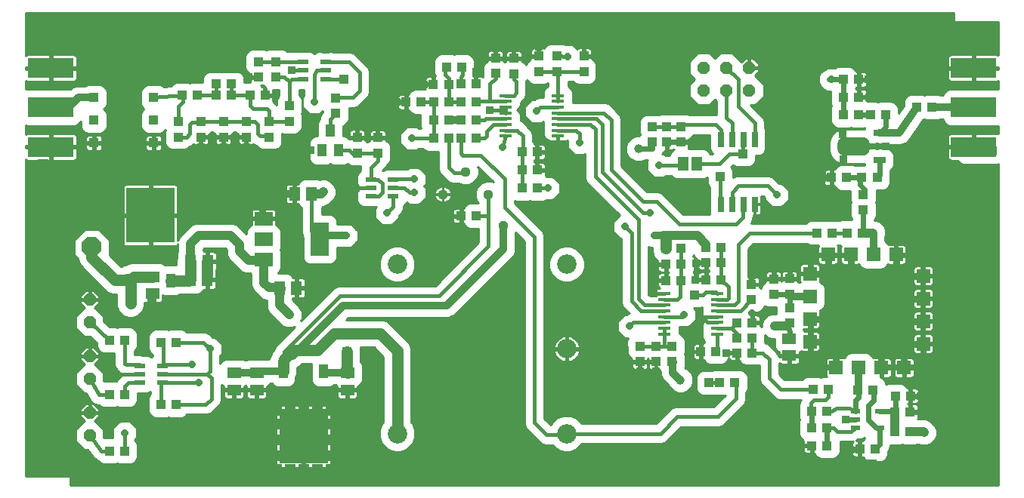
<source format=gtl>
G75*
G70*
%OFA0B0*%
%FSLAX24Y24*%
%IPPOS*%
%LPD*%
%AMOC8*
5,1,8,0,0,1.08239X$1,22.5*
%
%ADD10R,0.1409X0.0443*%
%ADD11R,0.0591X0.0512*%
%ADD12R,0.0433X0.0394*%
%ADD13R,0.2126X0.2441*%
%ADD14R,0.0394X0.0630*%
%ADD15R,0.0512X0.0591*%
%ADD16R,0.0787X0.0591*%
%ADD17R,0.0787X0.1496*%
%ADD18R,0.0581X0.0177*%
%ADD19R,0.0394X0.0433*%
%ADD20R,0.0433X0.0236*%
%ADD21R,0.0551X0.0315*%
%ADD22R,0.0748X0.0315*%
%ADD23C,0.0600*%
%ADD24R,0.0598X0.0598*%
%ADD25R,0.0492X0.0197*%
%ADD26R,0.0394X0.0551*%
%ADD27OC8,0.0520*%
%ADD28R,0.0435X0.0413*%
%ADD29R,0.2000X0.0900*%
%ADD30C,0.0860*%
%ADD31OC8,0.0560*%
%ADD32R,0.0460X0.0630*%
%ADD33R,0.0256X0.0689*%
%ADD34OC8,0.0850*%
%ADD35C,0.0440*%
%ADD36R,0.0475X0.0475*%
%ADD37C,0.0120*%
%ADD38R,0.0317X0.0317*%
%ADD39C,0.0160*%
%ADD40C,0.0240*%
%ADD41C,0.0320*%
%ADD42OC8,0.0317*%
%ADD43C,0.0400*%
%ADD44C,0.0500*%
%ADD45C,0.0100*%
%ADD46R,0.0396X0.0396*%
%ADD47C,0.0396*%
%ADD48OC8,0.0396*%
D10*
X042127Y014758D03*
D11*
X033690Y006469D03*
X033690Y005721D03*
X014201Y004951D03*
X014201Y004203D03*
X010201Y004203D03*
X009201Y004203D03*
X009201Y004951D03*
X010201Y004951D03*
X005598Y008451D03*
X005598Y009199D03*
D12*
X015534Y014675D03*
X015534Y015344D03*
X013682Y016421D03*
X013682Y017090D03*
X011039Y018037D03*
X010260Y018014D03*
X009069Y017710D03*
X008399Y017710D03*
X008399Y017210D03*
X009069Y017210D03*
X009734Y016044D03*
X009734Y015375D03*
X010734Y015375D03*
X010734Y016044D03*
X006734Y016044D03*
X006734Y015375D03*
X010260Y018683D03*
X011039Y018706D03*
X016780Y016917D03*
X017449Y016917D03*
X017991Y017705D03*
X018660Y017705D03*
X019199Y017710D03*
X019869Y017710D03*
X021534Y018175D03*
X021534Y018844D03*
X023434Y018944D03*
X023434Y018275D03*
X018669Y016110D03*
X017999Y016110D03*
X019199Y015310D03*
X019869Y015310D03*
X021899Y014710D03*
X022569Y014710D03*
X022569Y013910D03*
X021899Y013910D03*
X019879Y011890D03*
X019209Y011890D03*
X027652Y015144D03*
X027652Y015814D03*
X036084Y017140D03*
X036753Y017140D03*
X036756Y017915D03*
X036087Y017915D03*
X039310Y016698D03*
X039980Y016698D03*
X037558Y013580D03*
X036889Y013580D03*
X036954Y012818D03*
X036954Y012149D03*
X035587Y011141D03*
X034918Y011141D03*
X030690Y009834D03*
X030020Y009834D03*
X028914Y009747D03*
X028245Y009747D03*
X028243Y009035D03*
X028912Y009035D03*
X030021Y009070D03*
X030691Y009070D03*
X032023Y008858D03*
X032023Y008188D03*
X033702Y007825D03*
X033702Y007156D03*
X032045Y007171D03*
X031376Y007171D03*
X031379Y005837D03*
X032048Y005837D03*
X031283Y004535D03*
X030613Y004535D03*
X028511Y005464D03*
X028511Y006133D03*
X034681Y003264D03*
X035351Y003264D03*
X038354Y003236D03*
X039023Y003236D03*
X039034Y003935D03*
X038364Y003935D03*
X035348Y001728D03*
X034679Y001728D03*
D13*
X012258Y002144D03*
X005509Y011913D03*
D14*
X004612Y009039D03*
X006407Y009039D03*
X011361Y005019D03*
X013156Y005019D03*
D15*
X011945Y008707D03*
X011197Y008707D03*
X008014Y009087D03*
X007266Y009087D03*
X007281Y009871D03*
X008029Y009871D03*
X011867Y012859D03*
X012615Y012859D03*
D16*
X010504Y011762D03*
X010504Y010857D03*
X010504Y009951D03*
D17*
X012984Y010857D03*
D18*
X021177Y015414D03*
X021177Y015670D03*
X021177Y015926D03*
X021177Y016182D03*
X021177Y016438D03*
X021177Y016694D03*
X021177Y016950D03*
X021177Y017206D03*
X023491Y017206D03*
X023491Y016950D03*
X023491Y016694D03*
X023491Y016438D03*
X023491Y016182D03*
X023491Y015926D03*
X023491Y015670D03*
X023491Y015414D03*
X028186Y008463D03*
X028186Y008207D03*
X028186Y007951D03*
X028186Y007695D03*
X028186Y007439D03*
X028186Y007183D03*
X028186Y006927D03*
X028186Y006671D03*
X030500Y006671D03*
X030500Y006927D03*
X030500Y007183D03*
X030500Y007439D03*
X030500Y007695D03*
X030500Y007951D03*
X030500Y008207D03*
X030500Y008463D03*
D19*
X032998Y008435D03*
X033697Y008439D03*
X033697Y009109D03*
X032998Y009104D03*
X030687Y010491D03*
X030018Y010491D03*
X028913Y010444D03*
X028244Y010444D03*
X022569Y013110D03*
X021899Y013110D03*
X018669Y015310D03*
X017999Y015310D03*
X019199Y016110D03*
X019869Y016110D03*
X019869Y016910D03*
X019199Y016910D03*
X018669Y016910D03*
X017999Y016910D03*
X020730Y018181D03*
X020730Y018851D03*
X019240Y018474D03*
X018571Y018474D03*
X022634Y018275D03*
X022634Y018944D03*
X024628Y018944D03*
X024628Y018275D03*
X028277Y015814D03*
X028902Y015814D03*
X028902Y015144D03*
X028277Y015144D03*
X035549Y013577D03*
X036218Y013577D03*
X036248Y011138D03*
X036917Y011138D03*
X032044Y006499D03*
X031375Y006499D03*
X030450Y005894D03*
X029781Y005894D03*
X027807Y006124D03*
X027103Y006123D03*
X027103Y005453D03*
X027807Y005455D03*
X034729Y004220D03*
X035399Y004220D03*
X036720Y004200D03*
X037389Y004200D03*
X035339Y002520D03*
X034670Y002520D03*
X036798Y001600D03*
X037467Y001600D03*
X038340Y002351D03*
X039009Y002351D03*
X014634Y014675D03*
X014634Y015344D03*
X011634Y016075D03*
X011634Y016744D03*
X010569Y017210D03*
X009899Y017210D03*
X008734Y016044D03*
X008734Y015375D03*
X007734Y015375D03*
X007734Y016044D03*
X007569Y017210D03*
X006899Y017210D03*
X006634Y006299D03*
X005965Y006299D03*
X004369Y006400D03*
X003700Y006400D03*
X003700Y004000D03*
X004369Y004000D03*
X005966Y003557D03*
X006635Y003557D03*
X004369Y001500D03*
X003700Y001500D03*
X036077Y016355D03*
X036746Y016355D03*
X037270Y016367D03*
X037940Y016367D03*
D20*
X037665Y003259D03*
X036602Y003259D03*
X036602Y002885D03*
X036602Y002511D03*
X037665Y002511D03*
D21*
X037664Y014370D03*
X037664Y015550D03*
D22*
X037564Y014960D03*
D23*
X036932Y015060D02*
X036932Y014860D01*
X036096Y014860D01*
X036096Y015060D01*
X036932Y015060D01*
D24*
X037398Y010188D03*
X036398Y010188D03*
X035398Y010188D03*
X034598Y009338D03*
X034598Y008338D03*
X034598Y007338D03*
X034598Y006338D03*
X035748Y005188D03*
X036748Y005188D03*
X037748Y005188D03*
X038748Y005188D03*
X039598Y006238D03*
X039598Y007238D03*
X039598Y008238D03*
X039598Y009238D03*
X038398Y010188D03*
D25*
X016219Y012745D03*
X016219Y013119D03*
X016219Y013493D03*
X015235Y013493D03*
X015235Y013119D03*
X015235Y012745D03*
X013226Y017936D03*
X013226Y018310D03*
X013226Y018684D03*
X012242Y018684D03*
X012242Y018310D03*
X012242Y017936D03*
X006033Y005274D03*
X006033Y004900D03*
X006033Y004526D03*
X005049Y004526D03*
X005049Y004900D03*
X005049Y005274D03*
D26*
X013060Y014777D03*
X013808Y014777D03*
X013434Y015643D03*
D27*
X002828Y008188D03*
X002828Y007188D03*
X002828Y005688D03*
X002828Y004688D03*
X002828Y003188D03*
X002828Y002188D03*
D28*
X003016Y015110D03*
X003016Y016110D03*
X003016Y017110D03*
X005652Y017110D03*
X005652Y016110D03*
X005652Y015110D03*
D29*
X001110Y014938D03*
X001110Y016678D03*
X001110Y018418D03*
X041824Y018418D03*
X041824Y016678D03*
X041824Y014938D03*
D30*
X023874Y009750D03*
X016394Y009750D03*
X023874Y006010D03*
X023874Y002270D03*
X016394Y002270D03*
D31*
X029913Y017433D03*
X030913Y017433D03*
X031913Y017433D03*
X031913Y018433D03*
X030913Y018433D03*
X029913Y018433D03*
D32*
X029610Y014189D03*
X029010Y014189D03*
D33*
X030663Y015261D03*
X031163Y015261D03*
X031663Y015261D03*
X032163Y015261D03*
X032163Y012406D03*
X031663Y012406D03*
X031163Y012406D03*
X030663Y012406D03*
D34*
X002921Y010510D03*
D35*
X018412Y012842D03*
X020412Y012842D03*
X019412Y013842D03*
D36*
X011139Y012842D03*
X010413Y012544D03*
X006073Y012002D03*
X005513Y012601D03*
X004896Y012007D03*
X004940Y011078D03*
X006120Y011119D03*
X000774Y010235D03*
X000774Y008267D03*
X000774Y006298D03*
X000774Y004330D03*
X000774Y002361D03*
X000774Y000883D03*
X005813Y000883D03*
X007782Y000883D03*
X009750Y000883D03*
X011084Y000694D03*
X011684Y000694D03*
X012284Y000694D03*
X012884Y000694D03*
X013484Y000694D03*
X013484Y001294D03*
X012884Y001294D03*
X012284Y001294D03*
X011684Y001294D03*
X011084Y001294D03*
X011084Y001994D03*
X011684Y001994D03*
X012284Y001994D03*
X012884Y001994D03*
X013484Y001994D03*
X013484Y002694D03*
X012884Y002694D03*
X012284Y002694D03*
X011684Y002694D03*
X011084Y002694D03*
X011084Y003294D03*
X011684Y003294D03*
X012284Y003294D03*
X012884Y003294D03*
X013484Y003294D03*
X015656Y000883D03*
X017624Y000883D03*
X019593Y000883D03*
X021561Y000883D03*
X023530Y000883D03*
X025498Y000883D03*
X027467Y000883D03*
X028451Y001377D03*
X029435Y000883D03*
X030420Y001377D03*
X031404Y000883D03*
X032388Y001377D03*
X033372Y000883D03*
X035341Y000883D03*
X037309Y000883D03*
X039278Y000883D03*
X041246Y000883D03*
X041908Y001993D03*
X040924Y002977D03*
X041908Y003961D03*
X040924Y004946D03*
X041908Y005930D03*
X040924Y006914D03*
X041908Y007898D03*
X040924Y008883D03*
X041908Y009867D03*
X040924Y010851D03*
X041908Y011835D03*
X040924Y012820D03*
X039939Y013804D03*
X038955Y012820D03*
X037971Y011835D03*
X039939Y011835D03*
X035062Y013623D03*
X033313Y013673D03*
X034297Y014657D03*
X036597Y014957D03*
X039939Y015772D03*
X041247Y014934D03*
X042247Y014934D03*
X039939Y017741D03*
X041247Y018434D03*
X042247Y018434D03*
X039939Y019709D03*
X039278Y020356D03*
X037971Y019709D03*
X037309Y020356D03*
X036002Y019709D03*
X035341Y020356D03*
X033372Y020356D03*
X031404Y020356D03*
X029435Y020356D03*
X027467Y020356D03*
X025498Y020356D03*
X023530Y020356D03*
X021561Y020356D03*
X019593Y020356D03*
X017624Y020356D03*
X015656Y020356D03*
X013687Y020356D03*
X011719Y020356D03*
X009750Y020356D03*
X007782Y020356D03*
X005813Y020356D03*
X003845Y020356D03*
X001876Y020356D03*
X000774Y020356D03*
X000474Y018472D03*
X001674Y018472D03*
X001574Y014972D03*
X000374Y014972D03*
X000774Y014172D03*
X000774Y012204D03*
X029435Y002361D03*
X031404Y002361D03*
X033372Y002361D03*
X034297Y012689D03*
X035018Y018725D03*
X036987Y018725D03*
X038955Y018725D03*
D37*
X033690Y005721D02*
X033716Y005144D01*
D38*
X033705Y005204D03*
X035757Y005818D03*
X035206Y006326D03*
X035207Y007343D03*
X037760Y005784D03*
X038990Y006222D03*
X039008Y007223D03*
X039012Y008228D03*
X039014Y009237D03*
X038395Y009598D03*
X036378Y009606D03*
X035212Y009349D03*
X033700Y009604D03*
X032957Y009595D03*
X032039Y009258D03*
X029568Y009798D03*
X029549Y009059D03*
X027759Y009051D03*
X027779Y009753D03*
X027702Y008466D03*
X029922Y007321D03*
X029299Y005809D03*
X030924Y005809D03*
X027807Y005021D03*
X027096Y005026D03*
X034195Y001726D03*
X036365Y001566D03*
X036177Y002892D03*
X039495Y003243D03*
X039490Y003937D03*
X018719Y011904D03*
X014549Y013134D03*
X012567Y014792D03*
X014634Y015810D03*
X015534Y015810D03*
X016358Y016940D03*
X017588Y017700D03*
X019868Y018250D03*
X020738Y019290D03*
X021508Y019280D03*
X022628Y019350D03*
X024617Y019409D03*
X020468Y016550D03*
X018938Y016120D03*
X023068Y014750D03*
X023568Y015050D03*
X029361Y015112D03*
X036056Y015496D03*
X037951Y014964D03*
X036077Y014407D03*
X037213Y017134D03*
X037183Y017922D03*
X013234Y019210D03*
X011734Y018310D03*
X009834Y018010D03*
X011034Y017210D03*
X009734Y014910D03*
X008734Y014910D03*
X007734Y014910D03*
X008574Y009871D03*
X008574Y009101D03*
X005566Y007845D03*
X012511Y008708D03*
X014204Y003671D03*
X010174Y003661D03*
D39*
X008200Y003800D02*
X008200Y004725D01*
X008024Y004900D01*
X008134Y005010D01*
X008134Y006010D01*
X007844Y006299D01*
X006634Y006299D01*
X006069Y006195D02*
X005965Y006299D01*
X006069Y006195D02*
X006069Y005310D01*
X006033Y005274D01*
X006069Y005310D02*
X007334Y005310D01*
X008024Y004900D02*
X006033Y004900D01*
X006033Y004526D02*
X005966Y004459D01*
X005966Y003557D01*
X006635Y003557D02*
X007957Y003557D01*
X008200Y003800D01*
X007634Y004510D02*
X006050Y004510D01*
X006033Y004526D01*
X005049Y004526D02*
X005032Y004510D01*
X004528Y004510D01*
X004369Y004352D01*
X004369Y004000D01*
X003700Y004000D02*
X003236Y003980D01*
X002828Y004688D01*
X003634Y005010D02*
X003743Y004900D01*
X005049Y004900D01*
X005049Y005274D02*
X005013Y005310D01*
X004434Y005310D01*
X004369Y005374D01*
X004369Y006400D01*
X003700Y006400D02*
X002828Y007188D01*
X011361Y005455D02*
X011417Y005512D01*
X011417Y005570D01*
X011417Y005906D01*
X013883Y008361D01*
X018245Y008361D01*
X020420Y010546D01*
X020420Y011810D01*
X020419Y011811D01*
X020341Y011890D01*
X019879Y011890D01*
X020419Y011900D02*
X020419Y011811D01*
X020419Y011900D02*
X020412Y012842D01*
X021130Y012270D02*
X021130Y013506D01*
X021134Y013510D01*
X020077Y014567D01*
X019291Y014567D01*
X019199Y014659D01*
X019199Y015310D01*
X018669Y015310D02*
X018669Y014009D01*
X018898Y013780D01*
X019349Y013780D01*
X019412Y013842D01*
X021034Y014910D02*
X021173Y015410D01*
X021177Y015414D01*
X021177Y015670D02*
X021674Y015670D01*
X021934Y015410D01*
X021934Y014744D01*
X021899Y014710D01*
X021899Y013910D01*
X021899Y013110D01*
X022569Y013110D02*
X023034Y013110D01*
X021130Y012270D02*
X022441Y010959D01*
X022441Y002756D01*
X022987Y002210D01*
X023814Y002210D01*
X023874Y002270D01*
X027994Y002270D01*
X028734Y003010D01*
X030534Y003010D01*
X031334Y003810D01*
X031334Y004484D01*
X031283Y004535D01*
X030613Y004535D02*
X030159Y004535D01*
X030134Y004510D01*
X027807Y005021D02*
X027807Y005021D01*
X027807Y005455D01*
X027103Y005453D02*
X027103Y005033D01*
X027096Y005026D01*
X027103Y006123D02*
X026966Y006260D01*
X027103Y006123D02*
X027805Y006123D01*
X027807Y006124D01*
X027816Y006133D01*
X028134Y006133D01*
X028186Y006186D01*
X028186Y006927D01*
X028186Y006671D01*
X028186Y007183D02*
X026807Y007183D01*
X026634Y007010D01*
X027149Y007695D02*
X026734Y008110D01*
X026734Y011110D01*
X026434Y011410D01*
X027034Y011710D02*
X027034Y008210D01*
X027293Y007951D01*
X028186Y007951D01*
X028186Y008207D02*
X028750Y008207D01*
X028881Y008338D01*
X028881Y008981D01*
X028912Y009035D01*
X028897Y009672D01*
X028914Y009747D01*
X028913Y009748D01*
X028913Y010444D01*
X029568Y009798D02*
X029985Y009798D01*
X030020Y009834D01*
X030687Y009836D02*
X030687Y010491D01*
X031434Y010610D02*
X031934Y011110D01*
X034887Y011110D01*
X034918Y011141D01*
X035587Y011141D02*
X035590Y011138D01*
X036248Y011138D01*
X036329Y010148D02*
X035468Y010148D01*
X035468Y010118D01*
X035468Y009708D01*
X035721Y009708D01*
X035767Y009721D01*
X035808Y009744D01*
X035842Y009778D01*
X035865Y009819D01*
X035878Y009865D01*
X035878Y010118D01*
X035468Y010118D01*
X035329Y010118D01*
X035329Y009708D01*
X035076Y009708D01*
X035062Y009712D01*
X035065Y009706D01*
X035078Y009661D01*
X035078Y009407D01*
X034668Y009407D01*
X034668Y009268D01*
X035078Y009268D01*
X035078Y009015D01*
X035072Y008992D01*
X035121Y008972D01*
X035233Y008861D01*
X035293Y008715D01*
X035293Y007960D01*
X035233Y007815D01*
X035121Y007704D01*
X035072Y007683D01*
X035078Y007661D01*
X035078Y007407D01*
X034668Y007407D01*
X034668Y007268D01*
X034668Y006858D01*
X034921Y006858D01*
X034967Y006871D01*
X035008Y006894D01*
X035042Y006928D01*
X035065Y006969D01*
X035078Y007015D01*
X035078Y007268D01*
X034668Y007268D01*
X034616Y007268D01*
X034623Y006407D01*
X034668Y006407D01*
X035078Y006407D01*
X035078Y006661D01*
X035065Y006706D01*
X035042Y006747D01*
X035008Y006781D01*
X034967Y006805D01*
X034921Y006817D01*
X034668Y006817D01*
X034668Y006407D01*
X034668Y006268D01*
X034668Y005858D01*
X034921Y005858D01*
X034967Y005871D01*
X035008Y005894D01*
X035042Y005928D01*
X035065Y005969D01*
X035078Y006015D01*
X035078Y006268D01*
X034668Y006268D01*
X034624Y006268D01*
X034634Y005210D01*
X035679Y005210D01*
X035679Y005257D01*
X035269Y005257D01*
X035269Y005511D01*
X035282Y005556D01*
X035305Y005597D01*
X035339Y005631D01*
X035380Y005655D01*
X035426Y005667D01*
X035679Y005667D01*
X035679Y005257D01*
X035818Y005257D01*
X035818Y005667D01*
X036071Y005667D01*
X036094Y005661D01*
X036114Y005711D01*
X036226Y005822D01*
X036371Y005882D01*
X037126Y005882D01*
X037271Y005822D01*
X037383Y005711D01*
X037403Y005661D01*
X037426Y005667D01*
X037679Y005667D01*
X037679Y005257D01*
X037818Y005257D01*
X038228Y005257D01*
X038228Y005511D01*
X038215Y005556D01*
X038192Y005597D01*
X038158Y005631D01*
X038117Y005655D01*
X038071Y005667D01*
X037818Y005667D01*
X037818Y005257D01*
X037818Y005210D01*
X038679Y005210D01*
X038679Y005257D01*
X038269Y005257D01*
X038269Y005511D01*
X038282Y005556D01*
X038305Y005597D01*
X038339Y005631D01*
X038380Y005655D01*
X038426Y005667D01*
X038679Y005667D01*
X038679Y005257D01*
X038818Y005257D01*
X039228Y005257D01*
X039228Y005511D01*
X039215Y005556D01*
X039192Y005597D01*
X039158Y005631D01*
X039117Y005655D01*
X039071Y005667D01*
X038818Y005667D01*
X038818Y005257D01*
X038818Y005210D01*
X039634Y005210D01*
X039625Y006168D01*
X039529Y006168D01*
X039529Y005758D01*
X039276Y005758D01*
X039230Y005771D01*
X039189Y005794D01*
X039155Y005828D01*
X039132Y005869D01*
X039119Y005915D01*
X039119Y006168D01*
X039529Y006168D01*
X039529Y006307D01*
X039119Y006307D01*
X039119Y006561D01*
X039132Y006606D01*
X039155Y006647D01*
X039189Y006681D01*
X039230Y006705D01*
X039276Y006717D01*
X039529Y006717D01*
X039529Y006307D01*
X039624Y006307D01*
X039616Y007168D01*
X039529Y007168D01*
X039529Y006758D01*
X039276Y006758D01*
X039230Y006771D01*
X039189Y006794D01*
X039155Y006828D01*
X039132Y006869D01*
X039119Y006915D01*
X039119Y007168D01*
X039529Y007168D01*
X039529Y007307D01*
X039119Y007307D01*
X039119Y007561D01*
X039132Y007606D01*
X039155Y007647D01*
X039189Y007681D01*
X039230Y007705D01*
X039276Y007717D01*
X039529Y007717D01*
X039529Y007307D01*
X039615Y007307D01*
X039608Y008168D01*
X039529Y008168D01*
X039529Y007758D01*
X039276Y007758D01*
X039230Y007771D01*
X039189Y007794D01*
X039155Y007828D01*
X039132Y007869D01*
X039119Y007915D01*
X039119Y008168D01*
X039529Y008168D01*
X039529Y008307D01*
X039119Y008307D01*
X039119Y008561D01*
X039132Y008606D01*
X039155Y008647D01*
X039189Y008681D01*
X039230Y008705D01*
X039276Y008717D01*
X039529Y008717D01*
X039529Y008307D01*
X039606Y008307D01*
X039599Y009168D01*
X039529Y009168D01*
X039529Y008758D01*
X039276Y008758D01*
X039230Y008771D01*
X039189Y008794D01*
X039155Y008828D01*
X039132Y008869D01*
X039119Y008915D01*
X039119Y009168D01*
X039529Y009168D01*
X039529Y009307D01*
X039119Y009307D01*
X039119Y009561D01*
X039132Y009606D01*
X039155Y009647D01*
X039189Y009681D01*
X039230Y009705D01*
X039276Y009717D01*
X039529Y009717D01*
X039529Y009307D01*
X039597Y009307D01*
X039590Y010148D01*
X038468Y010148D01*
X038468Y010118D01*
X038468Y009708D01*
X038721Y009708D01*
X038767Y009721D01*
X038808Y009744D01*
X038842Y009778D01*
X038865Y009819D01*
X038878Y009865D01*
X038878Y010118D01*
X038468Y010118D01*
X038329Y010118D01*
X038329Y009708D01*
X038076Y009708D01*
X038053Y009714D01*
X038033Y009665D01*
X037921Y009554D01*
X037776Y009493D01*
X037021Y009493D01*
X036876Y009554D01*
X036764Y009665D01*
X036744Y009714D01*
X036721Y009708D01*
X036468Y009708D01*
X036468Y010118D01*
X036329Y010118D01*
X036329Y009708D01*
X036076Y009708D01*
X036030Y009721D01*
X035989Y009744D01*
X035955Y009778D01*
X035932Y009819D01*
X035919Y009865D01*
X035919Y010118D01*
X036329Y010118D01*
X036329Y010148D01*
X036329Y010144D02*
X035468Y010144D01*
X035329Y010144D02*
X034590Y010144D01*
X034590Y010148D02*
X034597Y009407D01*
X034668Y009407D01*
X034668Y009817D01*
X034921Y009817D01*
X034935Y009813D01*
X034932Y009819D01*
X034919Y009865D01*
X034919Y010118D01*
X035329Y010118D01*
X035329Y010148D01*
X034590Y010148D01*
X034591Y009986D02*
X034919Y009986D01*
X034929Y009827D02*
X034593Y009827D01*
X034594Y009669D02*
X034668Y009669D01*
X034668Y009510D02*
X034596Y009510D01*
X034668Y009352D02*
X039119Y009352D01*
X039119Y009510D02*
X037816Y009510D01*
X038034Y009669D02*
X039176Y009669D01*
X038868Y009827D02*
X039593Y009827D01*
X039594Y009669D02*
X039529Y009669D01*
X039529Y009510D02*
X039596Y009510D01*
X039597Y009352D02*
X039529Y009352D01*
X039529Y009193D02*
X035078Y009193D01*
X035078Y009035D02*
X039119Y009035D01*
X039130Y008876D02*
X035217Y008876D01*
X035292Y008718D02*
X039603Y008718D01*
X039601Y008876D02*
X039529Y008876D01*
X039529Y009035D02*
X039600Y009035D01*
X039604Y008559D02*
X039529Y008559D01*
X039529Y008401D02*
X039606Y008401D01*
X039529Y008242D02*
X035293Y008242D01*
X035293Y008084D02*
X039119Y008084D01*
X039119Y007925D02*
X035278Y007925D01*
X035184Y007767D02*
X039245Y007767D01*
X039133Y007608D02*
X035078Y007608D01*
X035078Y007450D02*
X039119Y007450D01*
X039119Y007133D02*
X035078Y007133D01*
X035067Y006974D02*
X039119Y006974D01*
X039168Y006816D02*
X034926Y006816D01*
X035078Y006657D02*
X039165Y006657D01*
X039119Y006499D02*
X035078Y006499D01*
X035078Y006182D02*
X039529Y006182D01*
X039529Y006340D02*
X039624Y006340D01*
X039622Y006499D02*
X039529Y006499D01*
X039529Y006657D02*
X039621Y006657D01*
X039620Y006816D02*
X039529Y006816D01*
X039529Y006974D02*
X039618Y006974D01*
X039617Y007133D02*
X039529Y007133D01*
X039529Y007291D02*
X034668Y007291D01*
X034668Y007133D02*
X034617Y007133D01*
X034618Y006974D02*
X034668Y006974D01*
X034668Y006816D02*
X034620Y006816D01*
X034621Y006657D02*
X034668Y006657D01*
X034668Y006499D02*
X034622Y006499D01*
X034668Y006340D02*
X039119Y006340D01*
X039119Y006023D02*
X035078Y006023D01*
X034944Y005865D02*
X036329Y005865D01*
X036113Y005706D02*
X034629Y005706D01*
X034631Y005548D02*
X035279Y005548D01*
X035269Y005389D02*
X034632Y005389D01*
X034634Y005231D02*
X035679Y005231D01*
X035679Y005389D02*
X035818Y005389D01*
X035818Y005548D02*
X035679Y005548D01*
X034668Y005865D02*
X034628Y005865D01*
X034627Y006023D02*
X034668Y006023D01*
X034668Y006182D02*
X034625Y006182D01*
X032810Y005550D02*
X032520Y005840D01*
X032051Y005840D01*
X032048Y005837D01*
X032095Y005885D01*
X032048Y005837D02*
X032048Y006495D01*
X032044Y006499D01*
X031375Y006499D02*
X031375Y006685D01*
X031132Y006927D01*
X031376Y007171D01*
X031132Y006927D02*
X030500Y006927D01*
X030500Y006671D02*
X030500Y005943D01*
X030450Y005894D01*
X030924Y005809D02*
X031350Y005809D01*
X031379Y005837D01*
X032810Y005550D02*
X032810Y004710D01*
X033300Y004220D01*
X034729Y004220D01*
X034759Y003760D02*
X034634Y003635D01*
X034634Y003311D01*
X034681Y003264D01*
X035351Y003264D02*
X035544Y003264D01*
X035760Y003390D01*
X036341Y003390D01*
X036602Y003259D01*
X036602Y002511D02*
X036422Y002370D01*
X035820Y002370D01*
X035639Y002511D01*
X035348Y002511D01*
X035259Y003760D02*
X034759Y003760D01*
X035259Y003760D02*
X035399Y003900D01*
X035399Y004220D01*
X036684Y004236D02*
X036720Y004200D01*
X037818Y005231D02*
X038679Y005231D01*
X038818Y005231D02*
X039634Y005231D01*
X039632Y005389D02*
X039228Y005389D01*
X039218Y005548D02*
X039631Y005548D01*
X039629Y005706D02*
X037384Y005706D01*
X037168Y005865D02*
X039134Y005865D01*
X039529Y005865D02*
X039628Y005865D01*
X039627Y006023D02*
X039529Y006023D01*
X038818Y005548D02*
X038679Y005548D01*
X038679Y005389D02*
X038818Y005389D01*
X038269Y005389D02*
X038228Y005389D01*
X038218Y005548D02*
X038279Y005548D01*
X037818Y005548D02*
X037679Y005548D01*
X037679Y005389D02*
X037818Y005389D01*
X039529Y007450D02*
X039614Y007450D01*
X039613Y007608D02*
X039529Y007608D01*
X039529Y007767D02*
X039611Y007767D01*
X039610Y007925D02*
X039529Y007925D01*
X039529Y008084D02*
X039608Y008084D01*
X039119Y008401D02*
X035293Y008401D01*
X035293Y008559D02*
X039119Y008559D01*
X036981Y009510D02*
X035078Y009510D01*
X035076Y009669D02*
X036763Y009669D01*
X036468Y009827D02*
X036329Y009827D01*
X036329Y009986D02*
X036468Y009986D01*
X035919Y009986D02*
X035878Y009986D01*
X035868Y009827D02*
X035929Y009827D01*
X035468Y009827D02*
X035329Y009827D01*
X035329Y009986D02*
X035468Y009986D01*
X038329Y009986D02*
X038468Y009986D01*
X038468Y010144D02*
X039590Y010144D01*
X039591Y009986D02*
X038878Y009986D01*
X038468Y009827D02*
X038329Y009827D01*
X033134Y012810D02*
X032734Y013210D01*
X031434Y013210D01*
X031163Y012939D01*
X031163Y012406D01*
X031634Y012377D02*
X031663Y012406D01*
X031634Y012377D02*
X031634Y011810D01*
X031334Y011510D01*
X028834Y011510D01*
X027834Y012510D01*
X027234Y012510D01*
X025834Y013910D01*
X025834Y016110D01*
X025506Y016438D01*
X023491Y016438D01*
X023491Y016694D02*
X022718Y016694D01*
X022534Y016510D01*
X023491Y016182D02*
X025162Y016182D01*
X025434Y015910D01*
X025434Y013810D01*
X027234Y012010D01*
X027534Y012010D01*
X027034Y011710D02*
X025134Y013610D01*
X025134Y015710D01*
X024918Y015926D01*
X023491Y015926D01*
X023491Y015670D02*
X024274Y015670D01*
X024434Y015510D01*
X024434Y015110D01*
X023568Y015050D02*
X023491Y015127D01*
X023491Y015414D01*
X021177Y015926D02*
X020650Y015926D01*
X020334Y015610D01*
X020334Y015410D01*
X020234Y015310D01*
X019869Y015310D01*
X017999Y015310D02*
X017034Y015310D01*
X017999Y015310D02*
X017999Y016110D01*
X017999Y016910D01*
X018034Y016944D01*
X017934Y017010D01*
X017911Y016897D01*
X017811Y016927D01*
X017449Y016917D01*
X018660Y016918D02*
X018669Y016910D01*
X019199Y016910D01*
X018660Y016918D02*
X018660Y017705D01*
X018660Y017954D01*
X018504Y018110D01*
X018504Y018407D01*
X018571Y018474D01*
X019240Y018474D02*
X019291Y018422D01*
X019291Y018110D01*
X019199Y018018D01*
X019199Y017710D01*
X019908Y016950D02*
X019869Y016910D01*
X019908Y016950D02*
X020472Y016950D01*
X020472Y017717D01*
X020730Y017974D01*
X020730Y018181D01*
X021534Y018175D02*
X021534Y017910D01*
X021634Y017810D01*
X021634Y017310D01*
X021530Y017206D01*
X021177Y017206D01*
X021177Y016950D02*
X020472Y016950D01*
X021177Y016694D02*
X021177Y016438D01*
X021065Y016550D01*
X020468Y016550D01*
X020306Y016182D02*
X020234Y016110D01*
X019869Y016110D01*
X020306Y016182D02*
X021177Y016182D01*
X021177Y016438D02*
X021105Y016510D01*
X023491Y016950D02*
X023491Y017206D01*
X023491Y018219D01*
X023434Y018275D01*
X024628Y018275D01*
X023434Y018275D02*
X022634Y018275D01*
X023434Y018944D02*
X023914Y018940D01*
X028902Y015814D02*
X028998Y015910D01*
X030434Y015910D01*
X030663Y015680D01*
X030663Y015261D01*
X031163Y015261D02*
X031163Y015980D01*
X030913Y016230D01*
X030913Y017433D01*
X031434Y017913D02*
X030913Y018433D01*
X031434Y017913D02*
X031434Y016710D01*
X032163Y015980D01*
X032163Y015261D01*
X031663Y015261D02*
X031634Y015231D01*
X031634Y014610D01*
X031034Y014610D01*
X030613Y014189D01*
X029610Y014189D01*
X029010Y014189D02*
X028931Y014110D01*
X027934Y014110D01*
X027652Y015814D02*
X028277Y015814D01*
X028902Y015814D01*
X030634Y013610D02*
X030634Y012436D01*
X030663Y012406D01*
X031434Y010610D02*
X031434Y008110D01*
X031275Y007951D01*
X030500Y007951D01*
X030500Y008207D02*
X030956Y008207D01*
X031009Y008260D01*
X031009Y008752D01*
X030691Y009070D01*
X030690Y009072D01*
X030690Y009834D01*
X030687Y009836D01*
X030021Y009070D02*
X030010Y009059D01*
X029549Y009059D01*
X028243Y009035D02*
X028236Y009051D01*
X027759Y009051D01*
X027779Y009753D02*
X028217Y009738D01*
X028245Y009747D01*
X028186Y008463D02*
X027827Y008463D01*
X027702Y008466D01*
X028186Y007695D02*
X027149Y007695D01*
X028186Y007439D02*
X028963Y007439D01*
X029034Y007510D01*
X028934Y007510D01*
X029922Y007321D02*
X030060Y007183D01*
X030500Y007183D01*
X030500Y007439D02*
X030039Y007439D01*
X029922Y007321D01*
X030500Y007695D02*
X031544Y007695D01*
X032023Y008188D01*
X032032Y007592D02*
X032045Y007356D01*
X032045Y007171D01*
X030500Y008463D02*
X030453Y008510D01*
X030009Y008510D01*
X029884Y008385D01*
X029509Y008385D01*
X031978Y009018D02*
X032039Y009258D01*
X031978Y009018D02*
X032023Y008858D01*
X028511Y006133D02*
X028134Y006133D01*
X029299Y005809D02*
X029384Y005894D01*
X029781Y005894D01*
X016454Y002210D02*
X016394Y002270D01*
X004376Y002297D02*
X004379Y001510D01*
X004369Y001500D01*
X003700Y001500D02*
X003346Y001500D01*
X002828Y002188D01*
X012733Y011108D02*
X012984Y010857D01*
X012733Y011108D02*
X012615Y011226D01*
X012615Y012859D01*
X014549Y013134D02*
X014564Y013119D01*
X015235Y013119D01*
X015235Y013493D02*
X015235Y014011D01*
X015534Y014310D01*
X015534Y014675D01*
X014634Y014675D01*
X014569Y014610D01*
X014434Y014610D01*
X014267Y014777D01*
X013808Y014777D01*
X014634Y015344D02*
X014634Y015810D01*
X015534Y015810D02*
X015534Y015344D01*
X013434Y015643D02*
X013434Y016173D01*
X013682Y016421D01*
X012734Y016910D02*
X012734Y018110D01*
X012834Y018310D01*
X013226Y018310D01*
X013226Y017936D02*
X013252Y017910D01*
X014034Y017910D01*
X014734Y018210D02*
X014734Y017410D01*
X014434Y017110D01*
X013769Y017110D01*
X012242Y017936D02*
X012216Y017910D01*
X011734Y017910D01*
X011634Y017810D01*
X011407Y018037D01*
X011039Y018037D01*
X011634Y017810D02*
X011634Y016744D01*
X011134Y017210D02*
X010569Y017210D01*
X009899Y017210D02*
X009899Y016744D01*
X010034Y016610D01*
X010634Y016610D01*
X010734Y016510D01*
X010734Y016044D01*
X011634Y016075D01*
X010734Y015375D02*
X010699Y015410D01*
X010334Y015410D01*
X010234Y015510D01*
X010234Y015910D01*
X010099Y016044D01*
X009734Y016044D01*
X008734Y016044D01*
X007734Y016044D01*
X007699Y016010D01*
X007334Y016010D01*
X007234Y015910D01*
X007234Y015510D01*
X007099Y015375D01*
X006734Y015375D01*
X006734Y016044D02*
X006734Y016710D01*
X006934Y016910D01*
X006934Y017175D01*
X006899Y017210D01*
X005652Y017110D01*
X007569Y017210D02*
X008399Y017210D01*
X008399Y017710D01*
X009069Y017710D02*
X009069Y017210D01*
X009899Y017210D01*
X011734Y018310D02*
X012242Y018310D01*
X012242Y018684D02*
X012220Y018706D01*
X011039Y018706D01*
X011017Y018683D01*
X010260Y018683D01*
X013226Y018684D02*
X014260Y018684D01*
X014734Y018210D01*
X009734Y015375D02*
X009734Y014910D01*
X008734Y014910D02*
X008734Y015375D01*
X007734Y015375D02*
X007734Y014910D01*
X005652Y015110D02*
X004834Y015110D01*
X015235Y013493D02*
X015550Y013493D01*
X015734Y013310D01*
X015734Y012910D01*
X015569Y012745D01*
X015235Y012745D01*
X016219Y012745D02*
X016219Y012295D01*
X015934Y012010D01*
X016934Y012910D02*
X017134Y012910D01*
X016934Y012910D02*
X016724Y013119D01*
X016219Y013119D01*
X016219Y013493D02*
X016235Y013510D01*
X017134Y013510D01*
D40*
X010413Y012544D02*
X010416Y012036D01*
X010504Y011762D01*
X016358Y016940D02*
X016557Y016939D01*
X016780Y016917D01*
X027027Y014854D02*
X027652Y014854D01*
X027652Y015144D01*
X028277Y015144D02*
X028902Y015144D01*
X029402Y015154D01*
X029361Y015112D01*
X035039Y013780D02*
X035090Y013729D01*
X035108Y013711D01*
X035108Y013577D01*
X035123Y013577D02*
X035090Y013610D01*
X035090Y013729D01*
X035123Y013577D02*
X035549Y013577D01*
X036218Y013577D02*
X036736Y013577D01*
X036889Y013580D01*
X036800Y013519D01*
X036800Y013260D01*
X036999Y013061D01*
X036999Y012863D01*
X036954Y012818D01*
X036954Y012149D02*
X036954Y011175D01*
X036917Y011138D01*
X033700Y009604D02*
X033697Y009600D01*
X033697Y009109D01*
X032998Y009104D02*
X032998Y009536D01*
X032957Y009595D01*
X033003Y008439D02*
X032998Y008435D01*
X033003Y008439D02*
X033697Y008439D01*
X033702Y008435D01*
X033702Y007825D01*
X033701Y008435D02*
X033697Y008439D01*
X033702Y007156D02*
X033681Y007125D01*
X033655Y006977D01*
X033703Y006764D01*
X033690Y006469D01*
X036720Y004200D02*
X036729Y004190D01*
X036729Y003875D01*
X036602Y003748D01*
X036602Y003259D01*
X037189Y003535D02*
X037393Y003739D01*
X037393Y004196D01*
X037389Y004200D01*
X037189Y003535D02*
X037189Y002871D01*
X037549Y002511D01*
X037665Y002511D01*
X037665Y001798D01*
X037467Y001600D01*
X036798Y001600D02*
X036764Y001566D01*
X036365Y001566D01*
X035348Y001728D02*
X035348Y002511D01*
X035339Y002520D01*
X034670Y002520D02*
X034606Y002520D01*
X034670Y002520D02*
X034670Y003252D01*
X034681Y003264D01*
X036177Y002892D02*
X036184Y002885D01*
X036602Y002885D01*
X037665Y003259D02*
X038331Y003259D01*
X038354Y003236D01*
X038364Y003247D01*
X038364Y003935D01*
X038360Y003939D01*
X039034Y003935D02*
X039080Y003925D01*
X039490Y003937D01*
X039495Y003243D02*
X039242Y003242D01*
X039023Y003236D01*
X034679Y001728D02*
X034592Y001792D01*
X037558Y013580D02*
X037664Y013685D01*
X037664Y014370D01*
X037664Y015550D02*
X037940Y015826D01*
X037940Y016367D01*
X037270Y016367D02*
X036758Y016367D01*
X036746Y016355D01*
X036077Y016355D02*
X036077Y017133D01*
X036084Y017140D01*
X036084Y017912D01*
X036087Y017915D01*
X035452Y017915D01*
X035556Y017910D01*
D41*
X038537Y015550D02*
X039310Y016698D01*
X039980Y016698D02*
X041804Y016698D01*
X041824Y016678D01*
X038537Y015550D02*
X037664Y015550D01*
X037571Y014967D02*
X037564Y014960D01*
X037334Y011085D02*
X037398Y011020D01*
X037398Y010188D01*
X034598Y008338D02*
X033799Y008338D01*
X033697Y008439D01*
X028244Y010900D02*
X028134Y011010D01*
X027734Y011010D01*
X021090Y011460D02*
X021090Y010430D01*
X018590Y007930D01*
X014010Y007920D01*
X011780Y005690D01*
X011606Y005700D01*
X011417Y005512D01*
X011361Y005019D02*
X010269Y005019D01*
X010201Y004951D01*
X009201Y004951D01*
X013156Y005019D02*
X013224Y004951D01*
X014201Y004951D01*
X016394Y002270D02*
X016260Y002136D01*
X028548Y004970D02*
X028884Y004635D01*
X028548Y004970D02*
X028548Y005427D01*
X036748Y005188D02*
X036748Y004229D01*
X036720Y004200D01*
X014134Y011010D02*
X012831Y011010D01*
X012733Y011108D01*
X011867Y012859D02*
X011605Y012849D01*
X011139Y012842D01*
X003016Y017110D02*
X002334Y017110D01*
X001902Y016678D01*
X001110Y016678D01*
D42*
X012734Y016910D03*
X017034Y015310D03*
X017134Y013510D03*
X017134Y012910D03*
X015934Y012010D03*
X014134Y011010D03*
X011634Y007510D03*
X008134Y006010D03*
X007334Y005310D03*
X007634Y004510D03*
X004376Y002297D03*
X004634Y008010D03*
X021034Y014910D03*
X022534Y016510D03*
X024434Y015110D03*
X027934Y014110D03*
X027534Y012010D03*
X026434Y011410D03*
X027734Y011010D03*
X023034Y013110D03*
X033134Y012810D03*
X035556Y017910D03*
X023914Y018940D03*
X032032Y007592D03*
X033034Y007010D03*
X029034Y007510D03*
X026634Y007010D03*
X039634Y002310D03*
D43*
X039592Y002351D01*
X039009Y002351D01*
X038354Y002366D02*
X038340Y002351D01*
X038354Y002366D02*
X038354Y003236D01*
X033702Y007156D02*
X033556Y007010D01*
X033034Y007010D01*
X028548Y005427D02*
X028511Y005464D01*
X030018Y010491D02*
X030018Y010626D01*
X029634Y011010D01*
X028134Y011010D01*
X036917Y011138D02*
X036921Y011135D01*
X037384Y011135D01*
X037334Y011085D01*
X018719Y011904D02*
X018625Y011900D01*
X013127Y012954D02*
X013032Y012859D01*
X012615Y012859D01*
X009434Y010610D02*
X009034Y011010D01*
X007634Y011010D01*
X007281Y010657D01*
X007281Y009871D01*
X009434Y010310D02*
X009834Y009910D01*
X010463Y009910D01*
X010504Y009951D01*
X010504Y008940D01*
X010734Y008710D01*
X011194Y008710D01*
X011197Y008707D01*
X011197Y007947D01*
X011634Y007510D01*
X005566Y007845D02*
X005588Y008307D01*
X005598Y008451D01*
X009434Y010310D02*
X009434Y010610D01*
D44*
X008029Y009871D02*
X008014Y009857D01*
X008014Y009087D01*
X007266Y009087D02*
X007266Y009857D01*
X007281Y009871D01*
X007266Y009087D02*
X007218Y009039D01*
X006407Y009039D01*
X005598Y009199D02*
X004771Y009199D01*
X004612Y009039D01*
X004596Y009055D01*
X003937Y009055D01*
X002921Y010071D01*
X002921Y010510D01*
X004612Y009039D02*
X004634Y009017D01*
X004634Y008010D01*
X011175Y008729D02*
X011197Y008707D01*
X013593Y006693D02*
X012860Y005960D01*
X011807Y005960D01*
X011417Y005570D01*
X011361Y005455D02*
X011361Y005019D01*
X013593Y006693D02*
X015637Y006693D01*
X016400Y005930D01*
X016400Y002276D01*
X016394Y002270D01*
X014201Y004951D02*
X014173Y004978D01*
X014173Y005906D01*
X013049Y010802D02*
X012942Y010823D01*
X012984Y010857D02*
X013049Y010802D01*
X028244Y010900D02*
X028244Y010444D01*
X035062Y013623D02*
X035108Y013577D01*
D45*
X000000Y014386D02*
X000000Y000394D01*
X042913Y000394D01*
X042913Y000296D02*
X001969Y000296D01*
X001969Y000394D02*
X000000Y000394D01*
X000000Y000493D02*
X042913Y000493D01*
X042913Y000591D02*
X000000Y000591D01*
X000000Y000690D02*
X042913Y000690D01*
X042913Y000788D02*
X013386Y000788D01*
X013379Y000784D02*
X013413Y000804D01*
X013441Y000832D01*
X013461Y000866D01*
X013471Y000904D01*
X013471Y002094D01*
X012308Y002094D01*
X012308Y000774D01*
X013341Y000774D01*
X013379Y000784D01*
X013466Y000887D02*
X042913Y000887D01*
X042913Y000985D02*
X013471Y000985D01*
X013471Y001084D02*
X037054Y001084D01*
X037064Y001074D02*
X037198Y001018D01*
X037737Y001018D01*
X037871Y001074D01*
X037973Y001176D01*
X038029Y001311D01*
X038029Y001476D01*
X038076Y001523D01*
X038150Y001702D01*
X038150Y001770D01*
X038609Y001770D01*
X038674Y001797D01*
X038740Y001770D01*
X039278Y001770D01*
X039318Y001786D01*
X039417Y001786D01*
X039422Y001786D01*
X039521Y001745D01*
X039746Y001745D01*
X039846Y001786D01*
X039851Y001786D01*
X039854Y001790D01*
X039954Y001831D01*
X040113Y001990D01*
X040154Y002089D01*
X040158Y002093D01*
X040158Y002098D01*
X040199Y002197D01*
X040199Y002422D01*
X040158Y002522D01*
X040158Y002527D01*
X040154Y002530D01*
X040113Y002630D01*
X039912Y002830D01*
X039705Y002916D01*
X039327Y002916D01*
X039332Y002919D01*
X039360Y002947D01*
X039380Y002981D01*
X039390Y003020D01*
X039390Y003188D01*
X039072Y003188D01*
X039072Y003285D01*
X038975Y003285D01*
X038975Y003583D01*
X038912Y003583D01*
X038914Y003588D01*
X038985Y003588D01*
X038985Y003886D01*
X039082Y003886D01*
X039082Y003588D01*
X039270Y003588D01*
X039308Y003598D01*
X039342Y003618D01*
X039370Y003646D01*
X039390Y003680D01*
X039400Y003718D01*
X039400Y003886D01*
X039082Y003886D01*
X039082Y003983D01*
X038985Y003983D01*
X038985Y004281D01*
X038914Y004281D01*
X038890Y004338D01*
X038788Y004441D01*
X038653Y004496D01*
X038075Y004496D01*
X037951Y004445D01*
X037951Y004489D01*
X037895Y004623D01*
X037792Y004726D01*
X037698Y004765D01*
X037698Y005138D01*
X037798Y005138D01*
X037798Y004738D01*
X038067Y004738D01*
X038106Y004749D01*
X038140Y004768D01*
X038168Y004796D01*
X038187Y004831D01*
X038198Y004869D01*
X038198Y005138D01*
X037798Y005138D01*
X037798Y005238D01*
X037698Y005238D01*
X037698Y005637D01*
X037430Y005637D01*
X037391Y005627D01*
X037386Y005624D01*
X037357Y005694D01*
X037254Y005796D01*
X037120Y005852D01*
X036377Y005852D01*
X036243Y005796D01*
X036140Y005694D01*
X036111Y005624D01*
X036106Y005627D01*
X036067Y005637D01*
X035798Y005637D01*
X035798Y005238D01*
X035698Y005238D01*
X035698Y005138D01*
X035299Y005138D01*
X035299Y004869D01*
X035309Y004831D01*
X035326Y004801D01*
X035129Y004801D01*
X035064Y004774D01*
X034999Y004801D01*
X034460Y004801D01*
X034326Y004746D01*
X034245Y004665D01*
X033484Y004665D01*
X033255Y004894D01*
X033255Y005407D01*
X033274Y005373D01*
X033302Y005345D01*
X033337Y005325D01*
X033375Y005315D01*
X033640Y005315D01*
X033640Y005671D01*
X033740Y005671D01*
X033740Y005771D01*
X034135Y005771D01*
X034135Y005880D01*
X034192Y005904D01*
X034207Y005919D01*
X034207Y005918D01*
X034241Y005899D01*
X034280Y005888D01*
X034548Y005888D01*
X034548Y006288D01*
X034648Y006288D01*
X034648Y005888D01*
X034917Y005888D01*
X034956Y005899D01*
X034990Y005918D01*
X035018Y005946D01*
X035037Y005981D01*
X035048Y006019D01*
X035048Y006288D01*
X034648Y006288D01*
X034648Y006388D01*
X034548Y006388D01*
X034548Y006787D01*
X034350Y006787D01*
X034350Y006797D01*
X034312Y006888D01*
X034548Y006888D01*
X034548Y007288D01*
X034648Y007288D01*
X034648Y006888D01*
X034917Y006888D01*
X034956Y006899D01*
X034990Y006918D01*
X035018Y006946D01*
X035037Y006981D01*
X035048Y007019D01*
X035048Y007288D01*
X034648Y007288D01*
X034648Y007388D01*
X035048Y007388D01*
X035048Y007657D01*
X035037Y007695D01*
X035034Y007700D01*
X035104Y007729D01*
X035207Y007832D01*
X035263Y007966D01*
X035263Y008709D01*
X035207Y008844D01*
X035104Y008946D01*
X035034Y008975D01*
X035037Y008981D01*
X035048Y009019D01*
X035048Y009288D01*
X034648Y009288D01*
X034648Y009388D01*
X034548Y009388D01*
X034548Y009288D01*
X034149Y009288D01*
X034149Y009019D01*
X034159Y008981D01*
X034163Y008975D01*
X034112Y008954D01*
X034100Y008965D01*
X034044Y008989D01*
X034044Y009060D01*
X033745Y009060D01*
X033745Y009157D01*
X033648Y009157D01*
X033648Y009060D01*
X033350Y009060D01*
X033350Y008989D01*
X033345Y008987D01*
X033345Y009055D01*
X033047Y009055D01*
X033047Y009152D01*
X033345Y009152D01*
X033345Y009340D01*
X033335Y009378D01*
X033315Y009412D01*
X033287Y009440D01*
X033253Y009460D01*
X033215Y009470D01*
X033047Y009470D01*
X033047Y009152D01*
X032950Y009152D01*
X032950Y009055D01*
X032652Y009055D01*
X032652Y008984D01*
X032595Y008960D01*
X032492Y008858D01*
X032437Y008724D01*
X032437Y008699D01*
X032390Y008718D01*
X032390Y008809D01*
X032072Y008809D01*
X032072Y008906D01*
X032390Y008906D01*
X032390Y009074D01*
X032379Y009112D01*
X032360Y009146D01*
X032332Y009174D01*
X032298Y009194D01*
X032259Y009204D01*
X032072Y009204D01*
X032072Y008906D01*
X031975Y008906D01*
X031975Y009204D01*
X031879Y009204D01*
X031879Y010426D01*
X032118Y010665D01*
X034464Y010665D01*
X034495Y010635D01*
X034629Y010579D01*
X034979Y010579D01*
X034959Y010545D01*
X034949Y010507D01*
X034949Y010238D01*
X035348Y010238D01*
X035348Y010138D01*
X034949Y010138D01*
X034949Y009869D01*
X034959Y009831D01*
X034979Y009796D01*
X035007Y009768D01*
X035041Y009749D01*
X035080Y009738D01*
X035348Y009738D01*
X035348Y010138D01*
X035448Y010138D01*
X035448Y009738D01*
X035717Y009738D01*
X035756Y009749D01*
X035790Y009768D01*
X035818Y009796D01*
X035837Y009831D01*
X035848Y009869D01*
X035848Y010138D01*
X035448Y010138D01*
X035448Y010238D01*
X035848Y010238D01*
X035848Y010507D01*
X035837Y010545D01*
X035818Y010579D01*
X035817Y010579D01*
X035876Y010579D01*
X035900Y010589D01*
X035969Y010561D01*
X035959Y010545D01*
X035949Y010507D01*
X035949Y010238D01*
X036348Y010238D01*
X036348Y010138D01*
X035949Y010138D01*
X035949Y009869D01*
X035959Y009831D01*
X035979Y009796D01*
X036007Y009768D01*
X036041Y009749D01*
X036080Y009738D01*
X036348Y009738D01*
X036348Y010138D01*
X036448Y010138D01*
X036448Y009738D01*
X036717Y009738D01*
X036756Y009749D01*
X036761Y009752D01*
X036790Y009682D01*
X036893Y009579D01*
X037027Y009523D01*
X037770Y009523D01*
X037904Y009579D01*
X038007Y009682D01*
X038036Y009752D01*
X038041Y009749D01*
X038080Y009738D01*
X038348Y009738D01*
X038348Y010138D01*
X038448Y010138D01*
X038448Y009738D01*
X038717Y009738D01*
X038756Y009749D01*
X038790Y009768D01*
X038818Y009796D01*
X038837Y009831D01*
X038848Y009869D01*
X038848Y010138D01*
X038448Y010138D01*
X038448Y010238D01*
X038348Y010238D01*
X038348Y010637D01*
X038080Y010637D01*
X038041Y010627D01*
X038036Y010624D01*
X038007Y010694D01*
X037923Y010777D01*
X037923Y010961D01*
X037949Y011022D01*
X037949Y011247D01*
X037863Y011455D01*
X037704Y011614D01*
X037496Y011700D01*
X037439Y011700D01*
X037439Y011704D01*
X037480Y011745D01*
X037535Y011879D01*
X037535Y012418D01*
X037508Y012483D01*
X037535Y012548D01*
X037535Y013018D01*
X037847Y013018D01*
X037982Y013074D01*
X038084Y013176D01*
X038140Y013310D01*
X038140Y013567D01*
X038149Y013589D01*
X038149Y013905D01*
X038249Y014005D01*
X038304Y014140D01*
X038304Y014600D01*
X038249Y014734D01*
X038146Y014837D01*
X038088Y014861D01*
X038088Y014931D01*
X037597Y014931D01*
X037597Y014989D01*
X038088Y014989D01*
X038088Y015025D01*
X038484Y015025D01*
X038535Y015015D01*
X038588Y015025D01*
X038641Y015025D01*
X038689Y015045D01*
X038740Y015055D01*
X038785Y015084D01*
X038834Y015105D01*
X038871Y015142D01*
X038914Y015170D01*
X038944Y015215D01*
X038982Y015253D01*
X039002Y015300D01*
X039565Y016136D01*
X039599Y016136D01*
X039645Y016155D01*
X039690Y016136D01*
X040269Y016136D01*
X040358Y016173D01*
X040459Y016173D01*
X040459Y016156D01*
X040514Y016022D01*
X040617Y015919D01*
X040751Y015863D01*
X042896Y015863D01*
X042913Y015870D01*
X042913Y015510D01*
X042882Y015528D01*
X042844Y015538D01*
X041874Y015538D01*
X041874Y015345D01*
X041774Y015345D01*
X041774Y015538D01*
X040804Y015538D01*
X040766Y015528D01*
X040732Y015508D01*
X040704Y015480D01*
X040684Y015446D01*
X040674Y015408D01*
X040674Y014988D01*
X041058Y014988D01*
X041058Y014888D01*
X040674Y014888D01*
X040674Y014469D01*
X040684Y014430D01*
X040704Y014396D01*
X040732Y014368D01*
X040766Y014349D01*
X040804Y014338D01*
X041110Y014338D01*
X041113Y014330D01*
X041216Y014228D01*
X041350Y014172D01*
X042905Y014172D01*
X042913Y014176D01*
X042913Y000000D01*
X001969Y000000D01*
X001969Y000394D01*
X001969Y000197D02*
X042913Y000197D01*
X042913Y000099D02*
X001969Y000099D01*
X001969Y000000D02*
X042913Y000000D01*
X042913Y001084D02*
X037880Y001084D01*
X037976Y001182D02*
X042913Y001182D01*
X042913Y001281D02*
X038016Y001281D01*
X038029Y001379D02*
X042913Y001379D01*
X042913Y001478D02*
X038031Y001478D01*
X038098Y001576D02*
X042913Y001576D01*
X042913Y001675D02*
X038139Y001675D01*
X038617Y001773D02*
X038732Y001773D01*
X039286Y001773D02*
X039454Y001773D01*
X039417Y001786D02*
X039417Y001786D01*
X039814Y001773D02*
X042913Y001773D01*
X042913Y001872D02*
X039994Y001872D01*
X040093Y001970D02*
X042913Y001970D01*
X042913Y002069D02*
X040145Y002069D01*
X040186Y002167D02*
X042913Y002167D01*
X042913Y002266D02*
X040199Y002266D01*
X040199Y002364D02*
X042913Y002364D01*
X042913Y002463D02*
X040182Y002463D01*
X040141Y002561D02*
X042913Y002561D01*
X042913Y002660D02*
X040083Y002660D01*
X039985Y002758D02*
X042913Y002758D01*
X042913Y002857D02*
X039849Y002857D01*
X039364Y002955D02*
X042913Y002955D01*
X042913Y003054D02*
X039390Y003054D01*
X039390Y003152D02*
X042913Y003152D01*
X042913Y003251D02*
X039072Y003251D01*
X039072Y003285D02*
X039390Y003285D01*
X039390Y003453D01*
X039380Y003491D01*
X039360Y003525D01*
X039332Y003553D01*
X039298Y003573D01*
X039260Y003583D01*
X039072Y003583D01*
X039072Y003285D01*
X039072Y003349D02*
X038975Y003349D01*
X038975Y003448D02*
X039072Y003448D01*
X039072Y003546D02*
X038975Y003546D01*
X038985Y003645D02*
X039082Y003645D01*
X039082Y003743D02*
X038985Y003743D01*
X038985Y003842D02*
X039082Y003842D01*
X039082Y003940D02*
X042913Y003940D01*
X042913Y003842D02*
X039400Y003842D01*
X039400Y003743D02*
X042913Y003743D01*
X042913Y003645D02*
X039369Y003645D01*
X039339Y003546D02*
X042913Y003546D01*
X042913Y003448D02*
X039390Y003448D01*
X039390Y003349D02*
X042913Y003349D01*
X042913Y004039D02*
X039400Y004039D01*
X039400Y003983D02*
X039400Y004151D01*
X039390Y004189D01*
X039370Y004223D01*
X039342Y004251D01*
X039308Y004271D01*
X039270Y004281D01*
X039082Y004281D01*
X039082Y003983D01*
X039400Y003983D01*
X039400Y004137D02*
X042913Y004137D01*
X042913Y004236D02*
X039358Y004236D01*
X039082Y004236D02*
X038985Y004236D01*
X038985Y004137D02*
X039082Y004137D01*
X039082Y004039D02*
X038985Y004039D01*
X038892Y004334D02*
X042913Y004334D01*
X042913Y004433D02*
X038796Y004433D01*
X038798Y004738D02*
X039067Y004738D01*
X039106Y004749D01*
X039140Y004768D01*
X039168Y004796D01*
X039187Y004831D01*
X039198Y004869D01*
X039198Y005138D01*
X038798Y005138D01*
X038798Y004738D01*
X038798Y004827D02*
X038698Y004827D01*
X038698Y004738D02*
X038430Y004738D01*
X038391Y004749D01*
X038357Y004768D01*
X038329Y004796D01*
X038309Y004831D01*
X038299Y004869D01*
X038299Y005138D01*
X038698Y005138D01*
X038698Y005238D01*
X038299Y005238D01*
X038299Y005507D01*
X038309Y005545D01*
X038329Y005579D01*
X038357Y005607D01*
X038391Y005627D01*
X038430Y005637D01*
X038698Y005637D01*
X038698Y005238D01*
X038798Y005238D01*
X038798Y005637D01*
X039067Y005637D01*
X039106Y005627D01*
X039140Y005607D01*
X039168Y005579D01*
X039187Y005545D01*
X039198Y005507D01*
X039198Y005238D01*
X038798Y005238D01*
X038798Y005138D01*
X038698Y005138D01*
X038698Y004738D01*
X038698Y004925D02*
X038798Y004925D01*
X038798Y005024D02*
X038698Y005024D01*
X038698Y005122D02*
X038798Y005122D01*
X038798Y005221D02*
X042913Y005221D01*
X042913Y005319D02*
X039198Y005319D01*
X039198Y005418D02*
X042913Y005418D01*
X042913Y005516D02*
X039195Y005516D01*
X039127Y005615D02*
X042913Y005615D01*
X042913Y005713D02*
X037338Y005713D01*
X037218Y005812D02*
X039219Y005812D01*
X039207Y005818D02*
X039241Y005799D01*
X039280Y005788D01*
X039548Y005788D01*
X039548Y006188D01*
X039149Y006188D01*
X039149Y005919D01*
X039159Y005881D01*
X039179Y005846D01*
X039207Y005818D01*
X039152Y005910D02*
X034975Y005910D01*
X035045Y006009D02*
X039149Y006009D01*
X039149Y006107D02*
X035048Y006107D01*
X035048Y006206D02*
X039548Y006206D01*
X039548Y006188D02*
X039548Y006288D01*
X039149Y006288D01*
X039149Y006557D01*
X039159Y006595D01*
X039179Y006629D01*
X039207Y006657D01*
X039241Y006677D01*
X039280Y006687D01*
X039548Y006687D01*
X039548Y006288D01*
X039648Y006288D01*
X039648Y006687D01*
X039917Y006687D01*
X039956Y006677D01*
X039990Y006657D01*
X040018Y006629D01*
X040037Y006595D01*
X040048Y006557D01*
X040048Y006288D01*
X039648Y006288D01*
X039648Y006188D01*
X039648Y005788D01*
X039917Y005788D01*
X039956Y005799D01*
X039990Y005818D01*
X040018Y005846D01*
X040037Y005881D01*
X040048Y005919D01*
X040048Y006188D01*
X039648Y006188D01*
X039548Y006188D01*
X039548Y006107D02*
X039648Y006107D01*
X039648Y006009D02*
X039548Y006009D01*
X039548Y005910D02*
X039648Y005910D01*
X039648Y005812D02*
X039548Y005812D01*
X039648Y006206D02*
X042913Y006206D01*
X042913Y006304D02*
X040048Y006304D01*
X040048Y006403D02*
X042913Y006403D01*
X042913Y006501D02*
X040048Y006501D01*
X040035Y006600D02*
X042913Y006600D01*
X042913Y006698D02*
X035036Y006698D01*
X035037Y006695D02*
X035018Y006729D01*
X034990Y006757D01*
X034956Y006777D01*
X034917Y006787D01*
X034648Y006787D01*
X034648Y006388D01*
X035048Y006388D01*
X035048Y006657D01*
X035037Y006695D01*
X035048Y006600D02*
X039162Y006600D01*
X039149Y006501D02*
X035048Y006501D01*
X035048Y006403D02*
X039149Y006403D01*
X039149Y006304D02*
X034648Y006304D01*
X034648Y006206D02*
X034548Y006206D01*
X034548Y006107D02*
X034648Y006107D01*
X034648Y006009D02*
X034548Y006009D01*
X034548Y005910D02*
X034648Y005910D01*
X034222Y005910D02*
X034198Y005910D01*
X034135Y005812D02*
X036279Y005812D01*
X036159Y005713D02*
X033740Y005713D01*
X033740Y005671D02*
X034135Y005671D01*
X034135Y005445D01*
X034125Y005407D01*
X034105Y005373D01*
X034077Y005345D01*
X034043Y005325D01*
X034005Y005315D01*
X033740Y005315D01*
X033740Y005671D01*
X033740Y005615D02*
X033640Y005615D01*
X033640Y005671D02*
X033244Y005671D01*
X033244Y005664D01*
X033187Y005802D01*
X032897Y006092D01*
X032772Y006217D01*
X032609Y006285D01*
X032606Y006285D01*
X032606Y006639D01*
X032714Y006531D01*
X032813Y006490D01*
X032817Y006486D01*
X032822Y006486D01*
X032921Y006445D01*
X033029Y006445D01*
X033029Y006140D01*
X033085Y006006D01*
X033188Y005904D01*
X033244Y005880D01*
X033244Y005771D01*
X033640Y005771D01*
X033640Y005671D01*
X033640Y005713D02*
X033224Y005713D01*
X033244Y005812D02*
X033178Y005812D01*
X033181Y005910D02*
X033079Y005910D01*
X033084Y006009D02*
X032981Y006009D01*
X033043Y006107D02*
X032882Y006107D01*
X032784Y006206D02*
X033029Y006206D01*
X033029Y006304D02*
X032606Y006304D01*
X032606Y006403D02*
X033029Y006403D01*
X032786Y006501D02*
X032606Y006501D01*
X032606Y006600D02*
X032645Y006600D01*
X032469Y007003D02*
X032448Y007025D01*
X032412Y007039D01*
X032412Y007123D01*
X032094Y007123D01*
X032094Y007219D01*
X032412Y007219D01*
X032412Y007388D01*
X032402Y007426D01*
X032382Y007460D01*
X032354Y007488D01*
X032320Y007508D01*
X032282Y007518D01*
X032094Y007518D01*
X032094Y007219D01*
X031997Y007219D01*
X031997Y007518D01*
X031992Y007518D01*
X032098Y007626D01*
X032312Y007626D01*
X032446Y007682D01*
X032549Y007785D01*
X032600Y007907D01*
X032729Y007853D01*
X033120Y007853D01*
X033120Y007575D01*
X032921Y007575D01*
X032822Y007534D01*
X032817Y007534D01*
X032813Y007530D01*
X032714Y007489D01*
X032555Y007330D01*
X032514Y007230D01*
X032510Y007227D01*
X032510Y007222D01*
X032469Y007122D01*
X032469Y007003D01*
X032469Y007092D02*
X032412Y007092D01*
X032497Y007191D02*
X032094Y007191D01*
X032094Y007289D02*
X031997Y007289D01*
X031997Y007388D02*
X032094Y007388D01*
X032094Y007486D02*
X031997Y007486D01*
X032057Y007585D02*
X033120Y007585D01*
X033120Y007683D02*
X032447Y007683D01*
X032546Y007782D02*
X033120Y007782D01*
X032664Y007880D02*
X032589Y007880D01*
X032711Y007486D02*
X032356Y007486D01*
X032412Y007388D02*
X032613Y007388D01*
X032538Y007289D02*
X032412Y007289D01*
X034350Y006797D02*
X039249Y006797D01*
X039241Y006799D02*
X039280Y006788D01*
X039548Y006788D01*
X039548Y007188D01*
X039149Y007188D01*
X039149Y006919D01*
X039159Y006881D01*
X039179Y006846D01*
X039207Y006818D01*
X039241Y006799D01*
X039156Y006895D02*
X034942Y006895D01*
X035041Y006994D02*
X039149Y006994D01*
X039149Y007092D02*
X035048Y007092D01*
X035048Y007191D02*
X039548Y007191D01*
X039548Y007188D02*
X039548Y007288D01*
X039149Y007288D01*
X039149Y007557D01*
X039159Y007595D01*
X039179Y007629D01*
X039207Y007657D01*
X039241Y007677D01*
X039280Y007687D01*
X039548Y007687D01*
X039548Y007288D01*
X039648Y007288D01*
X039648Y007687D01*
X039917Y007687D01*
X039956Y007677D01*
X039990Y007657D01*
X040018Y007629D01*
X040037Y007595D01*
X040048Y007557D01*
X040048Y007288D01*
X039648Y007288D01*
X039648Y007188D01*
X039648Y006788D01*
X039917Y006788D01*
X039956Y006799D01*
X039990Y006818D01*
X040018Y006846D01*
X040037Y006881D01*
X040048Y006919D01*
X040048Y007188D01*
X039648Y007188D01*
X039548Y007188D01*
X039548Y007092D02*
X039648Y007092D01*
X039648Y006994D02*
X039548Y006994D01*
X039548Y006895D02*
X039648Y006895D01*
X039648Y006797D02*
X039548Y006797D01*
X039548Y006600D02*
X039648Y006600D01*
X039648Y006501D02*
X039548Y006501D01*
X039548Y006403D02*
X039648Y006403D01*
X039648Y006304D02*
X039548Y006304D01*
X040048Y006107D02*
X042913Y006107D01*
X042913Y006009D02*
X040048Y006009D01*
X040045Y005910D02*
X042913Y005910D01*
X042913Y005812D02*
X039978Y005812D01*
X038798Y005615D02*
X038698Y005615D01*
X038698Y005516D02*
X038798Y005516D01*
X038798Y005418D02*
X038698Y005418D01*
X038698Y005319D02*
X038798Y005319D01*
X038698Y005221D02*
X037798Y005221D01*
X037798Y005238D02*
X038198Y005238D01*
X038198Y005507D01*
X038187Y005545D01*
X038168Y005579D01*
X038140Y005607D01*
X038106Y005627D01*
X038067Y005637D01*
X037798Y005637D01*
X037798Y005238D01*
X037798Y005319D02*
X037698Y005319D01*
X037698Y005418D02*
X037798Y005418D01*
X037798Y005516D02*
X037698Y005516D01*
X037698Y005615D02*
X037798Y005615D01*
X038127Y005615D02*
X038370Y005615D01*
X038302Y005516D02*
X038195Y005516D01*
X038198Y005418D02*
X038299Y005418D01*
X038299Y005319D02*
X038198Y005319D01*
X038198Y005122D02*
X038299Y005122D01*
X038299Y005024D02*
X038198Y005024D01*
X038198Y004925D02*
X038299Y004925D01*
X038312Y004827D02*
X038185Y004827D01*
X037889Y004630D02*
X042913Y004630D01*
X042913Y004728D02*
X037788Y004728D01*
X037798Y004827D02*
X037698Y004827D01*
X037698Y004925D02*
X037798Y004925D01*
X037798Y005024D02*
X037698Y005024D01*
X037698Y005122D02*
X037798Y005122D01*
X037933Y004531D02*
X042913Y004531D01*
X042913Y004827D02*
X039185Y004827D01*
X039198Y004925D02*
X042913Y004925D01*
X042913Y005024D02*
X039198Y005024D01*
X039198Y005122D02*
X042913Y005122D01*
X042913Y006797D02*
X039948Y006797D01*
X040041Y006895D02*
X042913Y006895D01*
X042913Y006994D02*
X040048Y006994D01*
X040048Y007092D02*
X042913Y007092D01*
X042913Y007191D02*
X039648Y007191D01*
X039648Y007289D02*
X039548Y007289D01*
X039548Y007388D02*
X039648Y007388D01*
X039648Y007486D02*
X039548Y007486D01*
X039548Y007585D02*
X039648Y007585D01*
X039648Y007683D02*
X039548Y007683D01*
X039548Y007788D02*
X039548Y008188D01*
X039149Y008188D01*
X039149Y007919D01*
X039159Y007881D01*
X039179Y007846D01*
X039207Y007818D01*
X039241Y007799D01*
X039280Y007788D01*
X039548Y007788D01*
X039548Y007880D02*
X039648Y007880D01*
X039648Y007788D02*
X039917Y007788D01*
X039956Y007799D01*
X039990Y007818D01*
X040018Y007846D01*
X040037Y007881D01*
X040048Y007919D01*
X040048Y008188D01*
X039648Y008188D01*
X039648Y007788D01*
X039648Y007979D02*
X039548Y007979D01*
X039548Y008077D02*
X039648Y008077D01*
X039648Y008176D02*
X039548Y008176D01*
X039548Y008188D02*
X039648Y008188D01*
X039648Y008288D01*
X039548Y008288D01*
X039548Y008188D01*
X039548Y008274D02*
X035263Y008274D01*
X035263Y008176D02*
X039149Y008176D01*
X039149Y008077D02*
X035263Y008077D01*
X035263Y007979D02*
X039149Y007979D01*
X039160Y007880D02*
X035227Y007880D01*
X035157Y007782D02*
X042913Y007782D01*
X042913Y007880D02*
X040037Y007880D01*
X040048Y007979D02*
X042913Y007979D01*
X042913Y008077D02*
X040048Y008077D01*
X040048Y008176D02*
X042913Y008176D01*
X042913Y008274D02*
X039648Y008274D01*
X039648Y008288D02*
X040048Y008288D01*
X040048Y008557D01*
X040037Y008595D01*
X040018Y008629D01*
X039990Y008657D01*
X039956Y008677D01*
X039917Y008687D01*
X039648Y008687D01*
X039648Y008288D01*
X039648Y008373D02*
X039548Y008373D01*
X039548Y008288D02*
X039548Y008687D01*
X039280Y008687D01*
X039241Y008677D01*
X039207Y008657D01*
X039179Y008629D01*
X039159Y008595D01*
X039149Y008557D01*
X039149Y008288D01*
X039548Y008288D01*
X039548Y008471D02*
X039648Y008471D01*
X039648Y008570D02*
X039548Y008570D01*
X039548Y008668D02*
X039648Y008668D01*
X039648Y008788D02*
X039917Y008788D01*
X039956Y008799D01*
X039990Y008818D01*
X040018Y008846D01*
X040037Y008881D01*
X040048Y008919D01*
X040048Y009188D01*
X039648Y009188D01*
X039648Y008788D01*
X039648Y008865D02*
X039548Y008865D01*
X039548Y008788D02*
X039548Y009188D01*
X039149Y009188D01*
X039149Y008919D01*
X039159Y008881D01*
X039179Y008846D01*
X039207Y008818D01*
X039241Y008799D01*
X039280Y008788D01*
X039548Y008788D01*
X039548Y008964D02*
X039648Y008964D01*
X039648Y009062D02*
X039548Y009062D01*
X039548Y009161D02*
X039648Y009161D01*
X039648Y009188D02*
X039548Y009188D01*
X039548Y009288D01*
X039149Y009288D01*
X039149Y009557D01*
X039159Y009595D01*
X039179Y009629D01*
X039207Y009657D01*
X039241Y009677D01*
X039280Y009687D01*
X039548Y009687D01*
X039548Y009288D01*
X039648Y009288D01*
X039648Y009687D01*
X039917Y009687D01*
X039956Y009677D01*
X039990Y009657D01*
X040018Y009629D01*
X040037Y009595D01*
X040048Y009557D01*
X040048Y009288D01*
X039648Y009288D01*
X039648Y009188D01*
X039648Y009259D02*
X042913Y009259D01*
X042913Y009161D02*
X040048Y009161D01*
X040048Y009062D02*
X042913Y009062D01*
X042913Y008964D02*
X040048Y008964D01*
X040029Y008865D02*
X042913Y008865D01*
X042913Y008767D02*
X035239Y008767D01*
X035263Y008668D02*
X039227Y008668D01*
X039153Y008570D02*
X035263Y008570D01*
X035263Y008471D02*
X039149Y008471D01*
X039149Y008373D02*
X035263Y008373D01*
X035186Y008865D02*
X039168Y008865D01*
X039149Y008964D02*
X035063Y008964D01*
X035048Y009062D02*
X039149Y009062D01*
X039149Y009161D02*
X035048Y009161D01*
X035048Y009259D02*
X039548Y009259D01*
X039548Y009358D02*
X039648Y009358D01*
X039648Y009456D02*
X039548Y009456D01*
X039548Y009555D02*
X039648Y009555D01*
X039648Y009653D02*
X039548Y009653D01*
X039203Y009653D02*
X037978Y009653D01*
X038036Y009752D02*
X038036Y009752D01*
X037845Y009555D02*
X039149Y009555D01*
X039149Y009456D02*
X035048Y009456D01*
X035048Y009388D02*
X035048Y009657D01*
X035037Y009695D01*
X035018Y009729D01*
X034990Y009757D01*
X034956Y009777D01*
X034917Y009787D01*
X034648Y009787D01*
X034648Y009388D01*
X035048Y009388D01*
X035048Y009555D02*
X036952Y009555D01*
X036819Y009653D02*
X035048Y009653D01*
X035036Y009752D02*
X034995Y009752D01*
X034954Y009850D02*
X031879Y009850D01*
X031879Y009752D02*
X034202Y009752D01*
X034207Y009757D02*
X034179Y009729D01*
X034159Y009695D01*
X034149Y009657D01*
X034149Y009388D01*
X034548Y009388D01*
X034548Y009787D01*
X034280Y009787D01*
X034241Y009777D01*
X034207Y009757D01*
X034149Y009653D02*
X031879Y009653D01*
X031879Y009555D02*
X034149Y009555D01*
X034149Y009456D02*
X033967Y009456D01*
X033952Y009465D02*
X033913Y009475D01*
X033745Y009475D01*
X033745Y009157D01*
X034044Y009157D01*
X034044Y009345D01*
X034033Y009383D01*
X034014Y009417D01*
X033986Y009445D01*
X033952Y009465D01*
X034040Y009358D02*
X034548Y009358D01*
X034548Y009456D02*
X034648Y009456D01*
X034648Y009358D02*
X039149Y009358D01*
X038761Y009752D02*
X042913Y009752D01*
X042913Y009850D02*
X038843Y009850D01*
X038848Y009949D02*
X042913Y009949D01*
X042913Y010047D02*
X038848Y010047D01*
X038848Y010238D02*
X038848Y010507D01*
X038837Y010545D01*
X038818Y010579D01*
X038790Y010607D01*
X038756Y010627D01*
X038717Y010637D01*
X038448Y010637D01*
X038448Y010238D01*
X038848Y010238D01*
X038848Y010244D02*
X042913Y010244D01*
X042913Y010146D02*
X038448Y010146D01*
X038448Y010244D02*
X038348Y010244D01*
X038348Y010343D02*
X038448Y010343D01*
X038448Y010441D02*
X038348Y010441D01*
X038348Y010540D02*
X038448Y010540D01*
X038839Y010540D02*
X042913Y010540D01*
X042913Y010638D02*
X038030Y010638D01*
X037964Y010737D02*
X042913Y010737D01*
X042913Y010835D02*
X037923Y010835D01*
X037923Y010934D02*
X042913Y010934D01*
X042913Y011032D02*
X037949Y011032D01*
X037949Y011131D02*
X042913Y011131D01*
X042913Y011229D02*
X037949Y011229D01*
X037916Y011328D02*
X042913Y011328D01*
X042913Y011426D02*
X037875Y011426D01*
X037793Y011525D02*
X042913Y011525D01*
X042913Y011623D02*
X037682Y011623D01*
X037456Y011722D02*
X042913Y011722D01*
X042913Y011820D02*
X037511Y011820D01*
X037535Y011919D02*
X042913Y011919D01*
X042913Y012017D02*
X037535Y012017D01*
X037535Y012116D02*
X042913Y012116D01*
X042913Y012214D02*
X037535Y012214D01*
X037535Y012313D02*
X042913Y012313D01*
X042913Y012411D02*
X037535Y012411D01*
X037519Y012510D02*
X042913Y012510D01*
X042913Y012608D02*
X037535Y012608D01*
X037535Y012707D02*
X042913Y012707D01*
X042913Y012805D02*
X037535Y012805D01*
X037535Y012904D02*
X042913Y012904D01*
X042913Y013002D02*
X037535Y013002D01*
X038009Y013101D02*
X042913Y013101D01*
X042913Y013199D02*
X038094Y013199D01*
X038134Y013298D02*
X042913Y013298D01*
X042913Y013396D02*
X038140Y013396D01*
X038140Y013495D02*
X042913Y013495D01*
X042913Y013593D02*
X038149Y013593D01*
X038149Y013692D02*
X042913Y013692D01*
X042913Y013790D02*
X038149Y013790D01*
X038149Y013889D02*
X042913Y013889D01*
X042913Y013987D02*
X038230Y013987D01*
X038282Y014086D02*
X042913Y014086D01*
X041321Y014184D02*
X038304Y014184D01*
X038304Y014283D02*
X041161Y014283D01*
X040719Y014381D02*
X038304Y014381D01*
X038304Y014480D02*
X040674Y014480D01*
X040674Y014578D02*
X038304Y014578D01*
X038273Y014677D02*
X040674Y014677D01*
X040674Y014775D02*
X038208Y014775D01*
X038088Y014874D02*
X040674Y014874D01*
X040674Y015071D02*
X038764Y015071D01*
X038912Y015169D02*
X040674Y015169D01*
X040674Y015268D02*
X038988Y015268D01*
X039046Y015366D02*
X040674Y015366D01*
X040695Y015465D02*
X039112Y015465D01*
X039179Y015563D02*
X042913Y015563D01*
X042913Y015662D02*
X039245Y015662D01*
X039311Y015760D02*
X042913Y015760D01*
X042913Y015859D02*
X039378Y015859D01*
X039444Y015957D02*
X040579Y015957D01*
X040500Y016056D02*
X039510Y016056D01*
X039642Y016154D02*
X039648Y016154D01*
X040311Y016154D02*
X040460Y016154D01*
X041774Y015465D02*
X041874Y015465D01*
X041874Y015366D02*
X041774Y015366D01*
X041058Y014972D02*
X037597Y014972D01*
X037023Y015725D02*
X035963Y015725D01*
X035719Y015624D01*
X035532Y015437D01*
X035430Y015192D01*
X035430Y014728D01*
X035532Y014483D01*
X035719Y014296D01*
X035963Y014195D01*
X037023Y014195D01*
X037023Y014142D01*
X036600Y014142D01*
X036564Y014127D01*
X036488Y014158D01*
X035949Y014158D01*
X035815Y014103D01*
X035712Y014000D01*
X035688Y013943D01*
X035597Y013943D01*
X035597Y013625D01*
X035500Y013625D01*
X035500Y013528D01*
X035597Y013528D01*
X035597Y013210D01*
X035688Y013210D01*
X035712Y013154D01*
X035815Y013051D01*
X035949Y012995D01*
X036372Y012995D01*
X036372Y012548D01*
X036399Y012483D01*
X036372Y012418D01*
X036372Y011879D01*
X036428Y011745D01*
X036453Y011720D01*
X035979Y011720D01*
X035907Y011690D01*
X035876Y011703D01*
X035298Y011703D01*
X035253Y011684D01*
X035207Y011703D01*
X034629Y011703D01*
X034495Y011647D01*
X034402Y011555D01*
X032008Y011555D01*
X032011Y011558D01*
X032079Y011721D01*
X032079Y011833D01*
X032101Y011855D01*
X032124Y011912D01*
X032149Y011912D01*
X032149Y011973D01*
X032156Y011989D01*
X032156Y012392D01*
X032177Y012392D01*
X032177Y011912D01*
X032311Y011912D01*
X032349Y011922D01*
X032383Y011942D01*
X032411Y011970D01*
X032431Y012004D01*
X032441Y012042D01*
X032441Y012392D01*
X032177Y012392D01*
X032177Y012420D01*
X032441Y012420D01*
X032441Y012765D01*
X032550Y012765D01*
X032610Y012704D01*
X032610Y012593D01*
X032917Y012286D01*
X033351Y012286D01*
X033658Y012593D01*
X033658Y013027D01*
X033351Y013334D01*
X033239Y013334D01*
X032986Y013587D01*
X032822Y013655D01*
X031345Y013655D01*
X031197Y013593D01*
X031197Y013881D01*
X031141Y014015D01*
X031105Y014051D01*
X031192Y014139D01*
X031229Y014102D01*
X031363Y014047D01*
X031905Y014047D01*
X032039Y014102D01*
X032141Y014205D01*
X032197Y014339D01*
X032197Y014551D01*
X032364Y014551D01*
X032498Y014607D01*
X032601Y014709D01*
X032656Y014844D01*
X032656Y015678D01*
X032608Y015793D01*
X032608Y016069D01*
X032541Y016232D01*
X031984Y016789D01*
X032181Y016789D01*
X032558Y017166D01*
X032558Y017701D01*
X032181Y018078D01*
X032166Y018078D01*
X032343Y018255D01*
X032343Y018393D01*
X031953Y018393D01*
X031953Y018473D01*
X032343Y018473D01*
X032343Y018612D01*
X032091Y018863D01*
X031953Y018863D01*
X031953Y018473D01*
X031873Y018473D01*
X031873Y018863D01*
X031735Y018863D01*
X031558Y018687D01*
X031558Y018701D01*
X031181Y019078D01*
X030646Y019078D01*
X030413Y018846D01*
X030181Y019078D01*
X029646Y019078D01*
X029268Y018701D01*
X029268Y018166D01*
X029501Y017933D01*
X029268Y017701D01*
X029268Y017166D01*
X029646Y016789D01*
X030181Y016789D01*
X030413Y017021D01*
X030468Y016966D01*
X030468Y016355D01*
X029268Y016355D01*
X029171Y016395D01*
X028632Y016395D01*
X028589Y016377D01*
X028546Y016395D01*
X028007Y016395D01*
X027950Y016371D01*
X027941Y016375D01*
X027363Y016375D01*
X027229Y016320D01*
X027126Y016217D01*
X027070Y016083D01*
X027070Y015544D01*
X027097Y015479D01*
X027072Y015417D01*
X026915Y015417D01*
X026708Y015331D01*
X026549Y015173D01*
X026464Y014966D01*
X026464Y014742D01*
X026549Y014535D01*
X026708Y014377D01*
X026915Y014291D01*
X027139Y014291D01*
X027327Y014369D01*
X027452Y014369D01*
X027410Y014327D01*
X027410Y013893D01*
X027717Y013586D01*
X028151Y013586D01*
X028230Y013665D01*
X028474Y013665D01*
X028574Y013565D01*
X028708Y013509D01*
X029913Y013509D01*
X030047Y013565D01*
X030071Y013589D01*
X030071Y013339D01*
X030126Y013205D01*
X030189Y013142D01*
X030189Y012868D01*
X030170Y012823D01*
X030170Y011989D01*
X030185Y011955D01*
X029018Y011955D01*
X028086Y012887D01*
X027922Y012955D01*
X027418Y012955D01*
X026279Y014094D01*
X026279Y016198D01*
X026211Y016362D01*
X026086Y016487D01*
X025758Y016815D01*
X025594Y016883D01*
X024146Y016883D01*
X024146Y017367D01*
X024090Y017501D01*
X023988Y017603D01*
X023936Y017625D01*
X023936Y017830D01*
X024143Y017830D01*
X024224Y017749D01*
X024358Y017694D01*
X024897Y017694D01*
X025031Y017749D01*
X025134Y017852D01*
X025189Y017986D01*
X025189Y018564D01*
X025134Y018698D01*
X025031Y018801D01*
X024974Y018825D01*
X024974Y018896D01*
X024676Y018896D01*
X024676Y018993D01*
X024579Y018993D01*
X024579Y019311D01*
X024411Y019311D01*
X024373Y019301D01*
X024339Y019281D01*
X024326Y019268D01*
X024131Y019464D01*
X023826Y019464D01*
X023723Y019506D01*
X023145Y019506D01*
X023011Y019451D01*
X022908Y019348D01*
X022888Y019301D01*
X022850Y019311D01*
X022682Y019311D01*
X022682Y018993D01*
X022585Y018993D01*
X022585Y018896D01*
X022287Y018896D01*
X022287Y018825D01*
X022230Y018801D01*
X022128Y018698D01*
X022072Y018564D01*
X022072Y018549D01*
X022060Y018579D01*
X021957Y018681D01*
X021900Y018705D01*
X021900Y018796D01*
X021582Y018796D01*
X021582Y018893D01*
X021485Y018893D01*
X021485Y018796D01*
X021167Y018796D01*
X021167Y018705D01*
X021145Y018696D01*
X021133Y018707D01*
X021077Y018731D01*
X021077Y018802D01*
X020778Y018802D01*
X020778Y018899D01*
X020681Y018899D01*
X020681Y018802D01*
X020383Y018802D01*
X020383Y018731D01*
X020326Y018707D01*
X020224Y018605D01*
X020168Y018471D01*
X020168Y018041D01*
X020162Y018035D01*
X020143Y018046D01*
X020105Y018057D01*
X019917Y018057D01*
X019917Y017758D01*
X019820Y017758D01*
X019820Y018057D01*
X019749Y018057D01*
X019802Y018184D01*
X019802Y018763D01*
X019746Y018897D01*
X019644Y019000D01*
X019510Y019055D01*
X018971Y019055D01*
X018906Y019028D01*
X018840Y019055D01*
X018301Y019055D01*
X018167Y019000D01*
X018065Y018897D01*
X018009Y018763D01*
X018009Y018184D01*
X018059Y018064D01*
X018059Y018052D01*
X018039Y018052D01*
X018039Y017754D01*
X017942Y017754D01*
X017942Y018052D01*
X017755Y018052D01*
X017716Y018042D01*
X017682Y018022D01*
X017654Y017994D01*
X017635Y017960D01*
X017624Y017922D01*
X017624Y017754D01*
X017942Y017754D01*
X017942Y017657D01*
X017624Y017657D01*
X017624Y017489D01*
X017627Y017479D01*
X017160Y017479D01*
X017026Y017423D01*
X016924Y017321D01*
X016900Y017264D01*
X016829Y017264D01*
X016829Y016965D01*
X016732Y016965D01*
X016732Y016869D01*
X016414Y016869D01*
X016414Y016700D01*
X016424Y016662D01*
X016444Y016628D01*
X016472Y016600D01*
X016506Y016580D01*
X016544Y016570D01*
X016732Y016570D01*
X016732Y016869D01*
X016829Y016869D01*
X016829Y016570D01*
X016900Y016570D01*
X016924Y016513D01*
X017026Y016411D01*
X017160Y016355D01*
X017418Y016355D01*
X017418Y015840D01*
X017453Y015755D01*
X017330Y015755D01*
X017251Y015834D01*
X016817Y015834D01*
X016510Y015527D01*
X016510Y015093D01*
X016817Y014786D01*
X017251Y014786D01*
X017330Y014865D01*
X017515Y014865D01*
X017596Y014784D01*
X017730Y014728D01*
X018224Y014728D01*
X018224Y013920D01*
X018291Y013757D01*
X018520Y013527D01*
X018646Y013402D01*
X018809Y013335D01*
X019108Y013335D01*
X019295Y013257D01*
X019528Y013257D01*
X019743Y013346D01*
X019907Y013511D01*
X019997Y013726D01*
X019997Y013958D01*
X019954Y014060D01*
X020630Y013385D01*
X020528Y013427D01*
X020295Y013427D01*
X020080Y013338D01*
X019916Y013173D01*
X019827Y012958D01*
X019827Y012726D01*
X019916Y012511D01*
X019970Y012456D01*
X019970Y012452D01*
X019589Y012452D01*
X019455Y012396D01*
X019353Y012293D01*
X019329Y012237D01*
X019258Y012237D01*
X019258Y011938D01*
X019161Y011938D01*
X019161Y011841D01*
X019258Y011841D01*
X019258Y011543D01*
X019329Y011543D01*
X019353Y011486D01*
X019455Y011384D01*
X019589Y011328D01*
X019975Y011328D01*
X019975Y010730D01*
X018060Y008806D01*
X013884Y008806D01*
X013796Y008807D01*
X013795Y008806D01*
X013795Y008806D01*
X013713Y008773D01*
X013632Y008739D01*
X013632Y008739D01*
X013631Y008739D01*
X013569Y008676D01*
X012138Y007252D01*
X012154Y007289D01*
X012176Y007289D01*
X012158Y007293D02*
X012158Y007298D01*
X012199Y007397D01*
X012199Y007622D01*
X012158Y007722D01*
X012158Y007727D01*
X012154Y007730D01*
X012113Y007830D01*
X011761Y008181D01*
X011761Y008205D01*
X011762Y008205D01*
X011785Y008262D01*
X011895Y008262D01*
X011895Y008657D01*
X011995Y008657D01*
X011995Y008757D01*
X012350Y008757D01*
X012350Y009022D01*
X012340Y009061D01*
X012320Y009095D01*
X012293Y009123D01*
X012258Y009142D01*
X012220Y009153D01*
X011995Y009153D01*
X011995Y008757D01*
X011895Y008757D01*
X011895Y009153D01*
X011785Y009153D01*
X011762Y009209D01*
X011659Y009312D01*
X011525Y009368D01*
X011126Y009368D01*
X011207Y009449D01*
X011263Y009583D01*
X011263Y010319D01*
X011228Y010404D01*
X011263Y010489D01*
X011263Y011224D01*
X011207Y011359D01*
X011105Y011461D01*
X011048Y011485D01*
X011048Y011712D01*
X010554Y011712D01*
X010554Y011812D01*
X011048Y011812D01*
X011048Y012077D01*
X011038Y012115D01*
X011018Y012149D01*
X010990Y012177D01*
X010956Y012197D01*
X010918Y012207D01*
X010554Y012207D01*
X010554Y011812D01*
X010454Y011812D01*
X010454Y011712D01*
X009960Y011712D01*
X009960Y011485D01*
X009904Y011461D01*
X009801Y011359D01*
X009745Y011224D01*
X009745Y011097D01*
X009354Y011489D01*
X009146Y011575D01*
X007521Y011575D01*
X007314Y011489D01*
X007155Y011330D01*
X006802Y010977D01*
X006722Y010785D01*
X006722Y011863D01*
X005559Y011863D01*
X005559Y010543D01*
X006592Y010543D01*
X006630Y010553D01*
X006665Y010572D01*
X006692Y010600D01*
X006712Y010635D01*
X006716Y010647D01*
X006716Y010373D01*
X006715Y010373D01*
X006660Y010239D01*
X006660Y009999D01*
X006651Y009979D01*
X006651Y009719D01*
X006145Y009719D01*
X006100Y009764D01*
X005966Y009819D01*
X005230Y009819D01*
X005216Y009814D01*
X004649Y009814D01*
X004423Y009720D01*
X004422Y009719D01*
X004342Y009719D01*
X004225Y009670D01*
X004192Y009670D01*
X003695Y010167D01*
X003711Y010183D01*
X003711Y010837D01*
X003248Y011300D01*
X002594Y011300D01*
X002131Y010837D01*
X002131Y010183D01*
X002306Y010008D01*
X002306Y009949D01*
X002400Y009723D01*
X003416Y008707D01*
X003589Y008534D01*
X003815Y008440D01*
X004019Y008440D01*
X004019Y007888D01*
X004113Y007661D01*
X004286Y007489D01*
X004512Y007395D01*
X004756Y007395D01*
X004982Y007489D01*
X005155Y007661D01*
X005249Y007888D01*
X005249Y008054D01*
X005283Y008045D01*
X005548Y008045D01*
X005548Y008401D01*
X005648Y008401D01*
X005648Y008045D01*
X005913Y008045D01*
X005952Y008055D01*
X005986Y008075D01*
X006014Y008103D01*
X006033Y008137D01*
X006044Y008175D01*
X006044Y008398D01*
X006138Y008359D01*
X006677Y008359D01*
X006811Y008415D01*
X006820Y008424D01*
X007340Y008424D01*
X007348Y008427D01*
X007595Y008427D01*
X007729Y008483D01*
X007831Y008585D01*
X007855Y008642D01*
X007964Y008642D01*
X007964Y009037D01*
X008064Y009037D01*
X008064Y008642D01*
X008290Y008642D01*
X008328Y008652D01*
X008362Y008672D01*
X008390Y008700D01*
X008410Y008734D01*
X008420Y008772D01*
X008420Y009037D01*
X008064Y009037D01*
X008064Y009137D01*
X008420Y009137D01*
X008420Y009402D01*
X008410Y009441D01*
X008392Y009471D01*
X008405Y009484D01*
X008424Y009518D01*
X008435Y009556D01*
X008435Y009821D01*
X008079Y009821D01*
X008079Y009921D01*
X008435Y009921D01*
X008435Y010186D01*
X008424Y010224D01*
X008405Y010258D01*
X008377Y010286D01*
X008342Y010306D01*
X008304Y010316D01*
X008079Y010316D01*
X008079Y009921D01*
X007979Y009921D01*
X007979Y010316D01*
X007869Y010316D01*
X007846Y010373D01*
X007846Y010373D01*
X007846Y010423D01*
X007868Y010445D01*
X008800Y010445D01*
X008869Y010376D01*
X008869Y010197D01*
X008955Y009990D01*
X009355Y009590D01*
X009514Y009431D01*
X009721Y009345D01*
X009907Y009345D01*
X009939Y009332D01*
X009939Y008827D01*
X010025Y008620D01*
X010255Y008390D01*
X010414Y008231D01*
X010621Y008145D01*
X010632Y008145D01*
X010632Y007835D01*
X010718Y007627D01*
X011314Y007031D01*
X011413Y006990D01*
X011417Y006986D01*
X011422Y006986D01*
X011521Y006945D01*
X011746Y006945D01*
X011846Y006986D01*
X011851Y006986D01*
X011854Y006990D01*
X011890Y007005D01*
X011166Y006283D01*
X011165Y006283D01*
X011103Y006220D01*
X011041Y006158D01*
X011040Y006158D01*
X011006Y006076D01*
X010973Y005995D01*
X010973Y005995D01*
X010896Y005918D01*
X010855Y005819D01*
X010839Y005803D01*
X010746Y005577D01*
X010746Y005543D01*
X010637Y005543D01*
X010569Y005572D01*
X009833Y005572D01*
X009701Y005517D01*
X009569Y005572D01*
X008833Y005572D01*
X008699Y005516D01*
X008596Y005413D01*
X008579Y005372D01*
X008579Y005714D01*
X008658Y005793D01*
X008658Y006227D01*
X008351Y006534D01*
X008239Y006534D01*
X008097Y006676D01*
X007933Y006744D01*
X007118Y006744D01*
X007037Y006825D01*
X006903Y006881D01*
X006364Y006881D01*
X006299Y006854D01*
X006234Y006881D01*
X005695Y006881D01*
X005561Y006825D01*
X005458Y006722D01*
X005403Y006588D01*
X005403Y006010D01*
X005458Y005876D01*
X005561Y005773D01*
X005624Y005747D01*
X005624Y005700D01*
X005580Y005682D01*
X005541Y005643D01*
X005502Y005682D01*
X005367Y005738D01*
X005143Y005738D01*
X005102Y005755D01*
X004814Y005755D01*
X004814Y005916D01*
X004876Y005977D01*
X004931Y006111D01*
X004931Y006690D01*
X004876Y006824D01*
X004773Y006926D01*
X004639Y006982D01*
X004100Y006982D01*
X004035Y006955D01*
X003969Y006982D01*
X003720Y006982D01*
X003453Y007223D01*
X003453Y007447D01*
X003087Y007813D01*
X003033Y007813D01*
X003238Y008018D01*
X003238Y008158D01*
X002858Y008158D01*
X002858Y008218D01*
X002798Y008218D01*
X002798Y008158D01*
X002418Y008158D01*
X002418Y008018D01*
X002624Y007813D01*
X002569Y007813D01*
X002203Y007447D01*
X002203Y006929D01*
X002569Y006563D01*
X002856Y006563D01*
X003138Y006308D01*
X003138Y006111D01*
X003194Y005977D01*
X003296Y005874D01*
X003431Y005819D01*
X003924Y005819D01*
X003924Y005286D01*
X003992Y005122D01*
X004057Y005058D01*
X004182Y004933D01*
X004284Y004890D01*
X004276Y004887D01*
X004150Y004762D01*
X003992Y004604D01*
X003981Y004577D01*
X003969Y004582D01*
X003453Y004582D01*
X003453Y004947D01*
X003087Y005313D01*
X003033Y005313D01*
X003238Y005518D01*
X003238Y005658D01*
X002858Y005658D01*
X002858Y005718D01*
X002798Y005718D01*
X002798Y005658D01*
X002418Y005658D01*
X002418Y005518D01*
X002624Y005313D01*
X002569Y005313D01*
X002203Y004947D01*
X002203Y004429D01*
X002569Y004063D01*
X002675Y004063D01*
X002841Y003775D01*
X002870Y003712D01*
X002885Y003699D01*
X002895Y003681D01*
X002950Y003639D01*
X002995Y003598D01*
X002858Y003598D01*
X002858Y003218D01*
X002798Y003218D01*
X002798Y003158D01*
X002418Y003158D01*
X002418Y003018D01*
X002624Y002813D01*
X002569Y002813D01*
X002203Y002447D01*
X002203Y001929D01*
X002569Y001563D01*
X002742Y001563D01*
X002957Y001278D01*
X002969Y001248D01*
X003010Y001208D01*
X003044Y001162D01*
X003072Y001146D01*
X003094Y001123D01*
X003147Y001101D01*
X003197Y001072D01*
X003199Y001072D01*
X003296Y000974D01*
X003431Y000919D01*
X003969Y000919D01*
X004035Y000946D01*
X004100Y000919D01*
X004639Y000919D01*
X004773Y000974D01*
X004876Y001077D01*
X004931Y001211D01*
X004931Y001790D01*
X004876Y001924D01*
X004822Y001977D01*
X004822Y002002D01*
X004900Y002080D01*
X004900Y002514D01*
X004593Y002821D01*
X004160Y002821D01*
X003853Y002514D01*
X003853Y002082D01*
X003465Y002082D01*
X003453Y002098D01*
X003453Y002447D01*
X003087Y002813D01*
X003033Y002813D01*
X003238Y003018D01*
X003238Y003158D01*
X002858Y003158D01*
X002858Y003218D01*
X003238Y003218D01*
X003238Y003358D01*
X003005Y003591D01*
X003020Y003586D01*
X003035Y003574D01*
X003102Y003556D01*
X003167Y003532D01*
X003187Y003533D01*
X003206Y003528D01*
X003239Y003532D01*
X003296Y003474D01*
X003431Y003419D01*
X003969Y003419D01*
X004035Y003446D01*
X004100Y003419D01*
X004639Y003419D01*
X004773Y003474D01*
X004876Y003577D01*
X004931Y003711D01*
X004931Y004063D01*
X005367Y004063D01*
X005502Y004119D01*
X005521Y004138D01*
X005521Y004041D01*
X005460Y003980D01*
X005404Y003846D01*
X005404Y003268D01*
X005460Y003133D01*
X005563Y003031D01*
X005697Y002975D01*
X006236Y002975D01*
X006301Y003002D01*
X006366Y002975D01*
X006905Y002975D01*
X007039Y003031D01*
X007120Y003112D01*
X008045Y003112D01*
X008209Y003179D01*
X008452Y003423D01*
X008577Y003548D01*
X008645Y003711D01*
X008645Y004439D01*
X008699Y004385D01*
X008756Y004362D01*
X008756Y004253D01*
X009151Y004253D01*
X009151Y004153D01*
X008756Y004153D01*
X008756Y003927D01*
X008766Y003889D01*
X008785Y003855D01*
X008813Y003827D01*
X008848Y003807D01*
X008886Y003797D01*
X009151Y003797D01*
X009151Y004153D01*
X009251Y004153D01*
X009251Y004253D01*
X009646Y004253D01*
X009646Y004362D01*
X009701Y004385D01*
X009756Y004362D01*
X009756Y004253D01*
X010151Y004253D01*
X010151Y004153D01*
X009756Y004153D01*
X009756Y003927D01*
X009766Y003889D01*
X009785Y003855D01*
X009813Y003827D01*
X009848Y003807D01*
X009886Y003797D01*
X010151Y003797D01*
X010151Y004153D01*
X010251Y004153D01*
X010251Y004253D01*
X010646Y004253D01*
X010646Y004362D01*
X010703Y004385D01*
X010805Y004488D01*
X010808Y004494D01*
X010858Y004494D01*
X010957Y004394D01*
X011091Y004339D01*
X011630Y004339D01*
X011764Y004394D01*
X011867Y004497D01*
X011922Y004631D01*
X011922Y004768D01*
X011976Y004896D01*
X011976Y005202D01*
X012051Y005229D01*
X012063Y005239D01*
X012077Y005245D01*
X012141Y005308D01*
X012182Y005345D01*
X012594Y005345D01*
X012594Y004631D01*
X012650Y004497D01*
X012752Y004394D01*
X012886Y004339D01*
X013425Y004339D01*
X013559Y004394D01*
X013591Y004426D01*
X013658Y004426D01*
X013699Y004385D01*
X013756Y004362D01*
X013756Y004253D01*
X014151Y004253D01*
X014151Y004153D01*
X013756Y004153D01*
X013756Y003927D01*
X013766Y003889D01*
X013785Y003855D01*
X013813Y003827D01*
X013848Y003807D01*
X013886Y003797D01*
X014151Y003797D01*
X014151Y004153D01*
X014251Y004153D01*
X014251Y004253D01*
X014646Y004253D01*
X014646Y004362D01*
X014703Y004385D01*
X014805Y004488D01*
X014861Y004622D01*
X014861Y005279D01*
X014805Y005413D01*
X014788Y005431D01*
X014788Y006028D01*
X014767Y006078D01*
X015382Y006078D01*
X015785Y005675D01*
X015785Y002785D01*
X015720Y002720D01*
X015599Y002428D01*
X015599Y002112D01*
X015720Y001819D01*
X015943Y001596D01*
X016236Y001475D01*
X016552Y001475D01*
X016844Y001596D01*
X017068Y001819D01*
X017189Y002112D01*
X017189Y002428D01*
X017068Y002720D01*
X017015Y002773D01*
X017015Y006052D01*
X016921Y006278D01*
X016748Y006451D01*
X015985Y007214D01*
X015759Y007308D01*
X014140Y007308D01*
X014228Y007396D01*
X018591Y007405D01*
X018694Y007405D01*
X018695Y007405D01*
X018696Y007405D01*
X018791Y007445D01*
X018887Y007485D01*
X018888Y007485D01*
X018888Y007486D01*
X018961Y007559D01*
X021535Y010133D01*
X021615Y010326D01*
X021615Y011156D01*
X021996Y010775D01*
X021996Y002667D01*
X022064Y002504D01*
X022189Y002379D01*
X022610Y001958D01*
X022610Y001958D01*
X022735Y001833D01*
X022898Y001765D01*
X023255Y001765D01*
X023424Y001596D01*
X023716Y001475D01*
X024032Y001475D01*
X024324Y001596D01*
X024548Y001819D01*
X024550Y001825D01*
X028082Y001825D01*
X028246Y001892D01*
X028918Y002565D01*
X030622Y002565D01*
X030786Y002633D01*
X031586Y003433D01*
X031711Y003558D01*
X031779Y003721D01*
X031779Y004102D01*
X031809Y004132D01*
X031864Y004266D01*
X031864Y004805D01*
X031809Y004939D01*
X031706Y005041D01*
X031572Y005097D01*
X030993Y005097D01*
X030948Y005078D01*
X030902Y005097D01*
X030324Y005097D01*
X030266Y005073D01*
X029863Y005073D01*
X029729Y005017D01*
X029626Y004915D01*
X029571Y004781D01*
X029571Y004239D01*
X029626Y004105D01*
X029729Y004002D01*
X029863Y003947D01*
X030405Y003947D01*
X030469Y003973D01*
X030868Y003973D01*
X030350Y003455D01*
X028645Y003455D01*
X028482Y003387D01*
X028357Y003262D01*
X028357Y003262D01*
X027809Y002715D01*
X024550Y002715D01*
X024548Y002720D01*
X024324Y002944D01*
X024032Y003065D01*
X023716Y003065D01*
X023424Y002944D01*
X023200Y002720D01*
X023173Y002655D01*
X023171Y002655D01*
X022886Y002940D01*
X022886Y011048D01*
X022818Y011211D01*
X021575Y012454D01*
X021575Y012551D01*
X021630Y012528D01*
X022169Y012528D01*
X022234Y012555D01*
X022299Y012528D01*
X022838Y012528D01*
X022972Y012584D01*
X022974Y012586D01*
X023251Y012586D01*
X023558Y012893D01*
X023558Y013327D01*
X023251Y013634D01*
X022974Y013634D01*
X022972Y013636D01*
X022925Y013655D01*
X022935Y013693D01*
X022935Y013861D01*
X022617Y013861D01*
X022617Y013958D01*
X022935Y013958D01*
X022935Y014126D01*
X022925Y014165D01*
X022905Y014199D01*
X022877Y014227D01*
X022843Y014246D01*
X022805Y014257D01*
X022617Y014257D01*
X022617Y013958D01*
X022520Y013958D01*
X022520Y014257D01*
X022449Y014257D01*
X022427Y014310D01*
X022449Y014363D01*
X022520Y014363D01*
X022520Y014661D01*
X022617Y014661D01*
X022617Y014363D01*
X022805Y014363D01*
X022843Y014373D01*
X022877Y014393D01*
X022905Y014421D01*
X022925Y014455D01*
X022935Y014493D01*
X022935Y014661D01*
X022617Y014661D01*
X022617Y014758D01*
X022935Y014758D01*
X022935Y014926D01*
X022925Y014965D01*
X022905Y014999D01*
X022877Y015027D01*
X022843Y015046D01*
X022805Y015057D01*
X022617Y015057D01*
X022617Y014758D01*
X022520Y014758D01*
X022520Y015057D01*
X022449Y015057D01*
X022425Y015113D01*
X022379Y015160D01*
X022379Y015498D01*
X022311Y015662D01*
X022186Y015787D01*
X021926Y016047D01*
X021832Y016086D01*
X021832Y016343D01*
X021777Y016477D01*
X021688Y016566D01*
X021777Y016654D01*
X021832Y016788D01*
X021832Y016879D01*
X021886Y016933D01*
X022011Y017058D01*
X022079Y017221D01*
X022079Y017818D01*
X022110Y017894D01*
X022128Y017852D01*
X022230Y017749D01*
X022364Y017694D01*
X022903Y017694D01*
X023037Y017749D01*
X023043Y017755D01*
X023046Y017754D01*
X023046Y017625D01*
X022993Y017603D01*
X022891Y017501D01*
X022835Y017367D01*
X022835Y017139D01*
X022045Y017139D01*
X022079Y017238D02*
X022835Y017238D01*
X022835Y017336D02*
X022079Y017336D01*
X022079Y017435D02*
X022863Y017435D01*
X022923Y017533D02*
X022079Y017533D01*
X022079Y017632D02*
X023046Y017632D01*
X023046Y017730D02*
X022991Y017730D01*
X022277Y017730D02*
X022079Y017730D01*
X022083Y017829D02*
X022151Y017829D01*
X022466Y017071D02*
X022629Y017139D01*
X022835Y017139D01*
X022466Y017071D02*
X022428Y017034D01*
X022317Y017034D01*
X022010Y016727D01*
X022010Y016293D01*
X022317Y015986D01*
X022751Y015986D01*
X022835Y016071D01*
X022835Y015509D01*
X022891Y015375D01*
X022993Y015272D01*
X023078Y015237D01*
X023080Y015233D01*
X023108Y015206D01*
X023142Y015186D01*
X023180Y015176D01*
X023491Y015176D01*
X023801Y015176D01*
X023839Y015186D01*
X023873Y015206D01*
X023893Y015225D01*
X023910Y015225D01*
X023910Y014893D01*
X024217Y014586D01*
X024651Y014586D01*
X024689Y014624D01*
X024689Y013521D01*
X024757Y013358D01*
X026199Y011916D01*
X025910Y011627D01*
X025910Y011193D01*
X026217Y010886D01*
X026289Y010886D01*
X026289Y008021D01*
X026357Y007858D01*
X026482Y007733D01*
X026625Y007589D01*
X026555Y007560D01*
X026528Y007534D01*
X026417Y007534D01*
X026110Y007227D01*
X026110Y006793D01*
X026417Y006486D01*
X026572Y006486D01*
X026541Y006412D01*
X026541Y006396D01*
X026521Y006348D01*
X026521Y006171D01*
X026541Y006123D01*
X026541Y005834D01*
X026597Y005700D01*
X026700Y005597D01*
X026756Y005573D01*
X026756Y005502D01*
X027055Y005502D01*
X027055Y005405D01*
X027152Y005405D01*
X027152Y005502D01*
X027450Y005502D01*
X027450Y005573D01*
X027456Y005576D01*
X027460Y005574D01*
X027460Y005503D01*
X027758Y005503D01*
X027758Y005406D01*
X027855Y005406D01*
X027855Y005088D01*
X027974Y005088D01*
X027985Y005060D01*
X028023Y005022D01*
X028023Y004866D01*
X028103Y004673D01*
X028368Y004408D01*
X028407Y004316D01*
X028565Y004157D01*
X028772Y004072D01*
X028996Y004072D01*
X029203Y004157D01*
X029361Y004316D01*
X029447Y004523D01*
X029447Y004747D01*
X029361Y004954D01*
X029203Y005112D01*
X029111Y005150D01*
X029085Y005176D01*
X029093Y005195D01*
X029093Y005264D01*
X029113Y005314D01*
X029113Y005539D01*
X029093Y005589D01*
X029093Y005734D01*
X029066Y005799D01*
X029093Y005864D01*
X029093Y006403D01*
X029037Y006537D01*
X028934Y006640D01*
X028842Y006678D01*
X028842Y006986D01*
X029251Y006986D01*
X029558Y007293D01*
X029558Y007727D01*
X029463Y007822D01*
X029780Y007822D01*
X029844Y007849D01*
X029844Y007534D01*
X029900Y007400D01*
X029988Y007311D01*
X029900Y007223D01*
X029844Y007089D01*
X029844Y006510D01*
X029900Y006376D01*
X029952Y006324D01*
X029944Y006317D01*
X029921Y006260D01*
X029830Y006260D01*
X029830Y005942D01*
X029733Y005942D01*
X029733Y005845D01*
X029830Y005845D01*
X029830Y005527D01*
X029921Y005527D01*
X029944Y005471D01*
X030047Y005368D01*
X030181Y005312D01*
X030720Y005312D01*
X030854Y005368D01*
X030957Y005471D01*
X031012Y005605D01*
X031012Y005620D01*
X031022Y005583D01*
X031042Y005548D01*
X031070Y005521D01*
X031104Y005501D01*
X031142Y005491D01*
X031330Y005491D01*
X031330Y005789D01*
X031012Y005789D01*
X031012Y005886D01*
X031330Y005886D01*
X031330Y005789D01*
X031427Y005789D01*
X031427Y005491D01*
X031499Y005491D01*
X031522Y005434D01*
X031625Y005331D01*
X031759Y005276D01*
X032337Y005276D01*
X032365Y005287D01*
X032365Y004621D01*
X032433Y004458D01*
X032558Y004333D01*
X033048Y003843D01*
X033212Y003775D01*
X034210Y003775D01*
X034189Y003723D01*
X034189Y003701D01*
X034155Y003667D01*
X034100Y003533D01*
X034100Y002994D01*
X034142Y002892D01*
X034108Y002809D01*
X034108Y002231D01*
X034163Y002097D01*
X034266Y001994D01*
X034319Y001972D01*
X034312Y001945D01*
X034312Y001777D01*
X034630Y001777D01*
X034630Y001680D01*
X034312Y001680D01*
X034312Y001512D01*
X034322Y001474D01*
X034342Y001439D01*
X034370Y001411D01*
X034404Y001392D01*
X034442Y001382D01*
X034630Y001382D01*
X034630Y001680D01*
X034727Y001680D01*
X034727Y001382D01*
X034798Y001382D01*
X034822Y001325D01*
X034925Y001222D01*
X035059Y001167D01*
X035637Y001167D01*
X035771Y001222D01*
X035874Y001325D01*
X035929Y001459D01*
X035929Y001925D01*
X036394Y001925D01*
X036454Y001918D01*
X036482Y001925D01*
X036498Y001925D01*
X036481Y001908D01*
X036461Y001874D01*
X036451Y001836D01*
X036451Y001648D01*
X036749Y001648D01*
X036749Y001551D01*
X036451Y001551D01*
X036451Y001363D01*
X036461Y001325D01*
X036481Y001291D01*
X036509Y001263D01*
X036543Y001243D01*
X036581Y001233D01*
X036749Y001233D01*
X036749Y001551D01*
X036846Y001551D01*
X036846Y001233D01*
X036937Y001233D01*
X036961Y001176D01*
X037064Y001074D01*
X036959Y001182D02*
X035674Y001182D01*
X035829Y001281D02*
X036492Y001281D01*
X036451Y001379D02*
X035896Y001379D01*
X035929Y001478D02*
X036451Y001478D01*
X036451Y001675D02*
X035929Y001675D01*
X035929Y001773D02*
X036451Y001773D01*
X036460Y001872D02*
X035929Y001872D01*
X035929Y001576D02*
X036749Y001576D01*
X036749Y001648D02*
X036749Y001966D01*
X036627Y001966D01*
X036647Y001982D01*
X036674Y001993D01*
X036709Y002028D01*
X036891Y002028D01*
X037018Y002080D01*
X036961Y002023D01*
X036937Y001966D01*
X036846Y001966D01*
X036846Y001648D01*
X036749Y001648D01*
X036749Y001675D02*
X036846Y001675D01*
X036846Y001773D02*
X036749Y001773D01*
X036749Y001872D02*
X036846Y001872D01*
X036939Y001970D02*
X036632Y001970D01*
X036990Y002069D02*
X037006Y002069D01*
X036846Y001478D02*
X036749Y001478D01*
X036749Y001379D02*
X036846Y001379D01*
X036846Y001281D02*
X036749Y001281D01*
X035021Y001182D02*
X013471Y001182D01*
X013471Y001281D02*
X034866Y001281D01*
X034799Y001379D02*
X013471Y001379D01*
X013471Y001478D02*
X016229Y001478D01*
X015991Y001576D02*
X013471Y001576D01*
X013471Y001675D02*
X015865Y001675D01*
X015766Y001773D02*
X013471Y001773D01*
X013471Y001872D02*
X015698Y001872D01*
X015657Y001970D02*
X013471Y001970D01*
X013471Y002069D02*
X015617Y002069D01*
X015599Y002167D02*
X012308Y002167D01*
X012308Y002194D02*
X013471Y002194D01*
X013471Y003385D01*
X013461Y003423D01*
X013441Y003457D01*
X013413Y003485D01*
X013379Y003505D01*
X013341Y003515D01*
X012308Y003515D01*
X012308Y002194D01*
X012308Y002094D01*
X012208Y002094D01*
X012208Y000774D01*
X011176Y000774D01*
X011137Y000784D01*
X011103Y000804D01*
X011075Y000832D01*
X011055Y000866D01*
X011045Y000904D01*
X011045Y002094D01*
X012208Y002094D01*
X012208Y002194D01*
X011045Y002194D01*
X011045Y003385D01*
X011055Y003423D01*
X011075Y003457D01*
X011103Y003485D01*
X011137Y003505D01*
X011176Y003515D01*
X012208Y003515D01*
X012208Y002194D01*
X012308Y002194D01*
X012308Y002266D02*
X012208Y002266D01*
X012208Y002364D02*
X012308Y002364D01*
X012308Y002463D02*
X012208Y002463D01*
X012208Y002561D02*
X012308Y002561D01*
X012308Y002660D02*
X012208Y002660D01*
X012208Y002758D02*
X012308Y002758D01*
X012308Y002857D02*
X012208Y002857D01*
X012208Y002955D02*
X012308Y002955D01*
X012308Y003054D02*
X012208Y003054D01*
X012208Y003152D02*
X012308Y003152D01*
X012308Y003251D02*
X012208Y003251D01*
X012208Y003349D02*
X012308Y003349D01*
X012308Y003448D02*
X012208Y003448D01*
X011070Y003448D02*
X008477Y003448D01*
X008575Y003546D02*
X015785Y003546D01*
X015785Y003448D02*
X013447Y003448D01*
X013471Y003349D02*
X015785Y003349D01*
X015785Y003251D02*
X013471Y003251D01*
X013471Y003152D02*
X015785Y003152D01*
X015785Y003054D02*
X013471Y003054D01*
X013471Y002955D02*
X015785Y002955D01*
X015785Y002857D02*
X013471Y002857D01*
X013471Y002758D02*
X015758Y002758D01*
X015695Y002660D02*
X013471Y002660D01*
X013471Y002561D02*
X015654Y002561D01*
X015613Y002463D02*
X013471Y002463D01*
X013471Y002364D02*
X015599Y002364D01*
X015599Y002266D02*
X013471Y002266D01*
X012308Y002069D02*
X012208Y002069D01*
X012208Y002167D02*
X004900Y002167D01*
X004900Y002266D02*
X011045Y002266D01*
X011045Y002364D02*
X004900Y002364D01*
X004900Y002463D02*
X011045Y002463D01*
X011045Y002561D02*
X004853Y002561D01*
X004755Y002660D02*
X011045Y002660D01*
X011045Y002758D02*
X004656Y002758D01*
X004097Y002758D02*
X003142Y002758D01*
X003077Y002857D02*
X011045Y002857D01*
X011045Y002955D02*
X003175Y002955D01*
X003238Y003054D02*
X005540Y003054D01*
X005452Y003152D02*
X003238Y003152D01*
X003238Y003251D02*
X005411Y003251D01*
X005404Y003349D02*
X003238Y003349D01*
X003148Y003448D02*
X003361Y003448D01*
X003129Y003546D02*
X003050Y003546D01*
X002943Y003645D02*
X000000Y003645D01*
X000000Y003743D02*
X002856Y003743D01*
X002803Y003842D02*
X000000Y003842D01*
X000000Y003940D02*
X002746Y003940D01*
X002689Y004039D02*
X000000Y004039D01*
X000000Y004137D02*
X002495Y004137D01*
X002397Y004236D02*
X000000Y004236D01*
X000000Y004334D02*
X002298Y004334D01*
X002203Y004433D02*
X000000Y004433D01*
X000000Y004531D02*
X002203Y004531D01*
X002203Y004630D02*
X000000Y004630D01*
X000000Y004728D02*
X002203Y004728D01*
X002203Y004827D02*
X000000Y004827D01*
X000000Y004925D02*
X002203Y004925D01*
X002280Y005024D02*
X000000Y005024D01*
X000000Y005122D02*
X002379Y005122D01*
X002477Y005221D02*
X000000Y005221D01*
X000000Y005319D02*
X002617Y005319D01*
X002519Y005418D02*
X000000Y005418D01*
X000000Y005516D02*
X002420Y005516D01*
X002418Y005615D02*
X000000Y005615D01*
X000000Y005713D02*
X002798Y005713D01*
X002798Y005718D02*
X002418Y005718D01*
X002418Y005858D01*
X002659Y006098D01*
X002798Y006098D01*
X002798Y005718D01*
X002858Y005718D02*
X002858Y006098D01*
X002998Y006098D01*
X003238Y005858D01*
X003238Y005718D01*
X002858Y005718D01*
X002858Y005713D02*
X003924Y005713D01*
X003924Y005615D02*
X003238Y005615D01*
X003236Y005516D02*
X003924Y005516D01*
X003924Y005418D02*
X003138Y005418D01*
X003039Y005319D02*
X003924Y005319D01*
X003951Y005221D02*
X003179Y005221D01*
X003278Y005122D02*
X003992Y005122D01*
X004091Y005024D02*
X003376Y005024D01*
X003453Y004925D02*
X004200Y004925D01*
X004215Y004827D02*
X003453Y004827D01*
X003453Y004728D02*
X004116Y004728D01*
X004018Y004630D02*
X003453Y004630D01*
X004931Y004039D02*
X005518Y004039D01*
X005520Y004137D02*
X005521Y004137D01*
X005443Y003940D02*
X004931Y003940D01*
X004931Y003842D02*
X005404Y003842D01*
X005404Y003743D02*
X004931Y003743D01*
X004903Y003645D02*
X005404Y003645D01*
X005404Y003546D02*
X004844Y003546D01*
X004708Y003448D02*
X005404Y003448D01*
X003998Y002660D02*
X003240Y002660D01*
X003339Y002561D02*
X003900Y002561D01*
X003853Y002463D02*
X003437Y002463D01*
X003453Y002364D02*
X003853Y002364D01*
X003853Y002266D02*
X003453Y002266D01*
X003453Y002167D02*
X003853Y002167D01*
X004829Y001970D02*
X011045Y001970D01*
X011045Y001872D02*
X004897Y001872D01*
X004931Y001773D02*
X011045Y001773D01*
X011045Y001675D02*
X004931Y001675D01*
X004931Y001576D02*
X011045Y001576D01*
X011045Y001478D02*
X004931Y001478D01*
X004931Y001379D02*
X011045Y001379D01*
X011045Y001281D02*
X004931Y001281D01*
X004919Y001182D02*
X011045Y001182D01*
X011045Y001084D02*
X004878Y001084D01*
X004783Y000985D02*
X011045Y000985D01*
X011050Y000887D02*
X000000Y000887D01*
X000000Y000985D02*
X003286Y000985D01*
X003177Y001084D02*
X000000Y001084D01*
X000000Y001182D02*
X003029Y001182D01*
X002955Y001281D02*
X000000Y001281D01*
X000000Y001379D02*
X002881Y001379D01*
X002806Y001478D02*
X000000Y001478D01*
X000000Y001576D02*
X002556Y001576D01*
X002458Y001675D02*
X000000Y001675D01*
X000000Y001773D02*
X002359Y001773D01*
X002261Y001872D02*
X000000Y001872D01*
X000000Y001970D02*
X002203Y001970D01*
X002203Y002069D02*
X000000Y002069D01*
X000000Y002167D02*
X002203Y002167D01*
X002203Y002266D02*
X000000Y002266D01*
X000000Y002364D02*
X002203Y002364D01*
X002219Y002463D02*
X000000Y002463D01*
X000000Y002561D02*
X002318Y002561D01*
X002416Y002660D02*
X000000Y002660D01*
X000000Y002758D02*
X002515Y002758D01*
X002580Y002857D02*
X000000Y002857D01*
X000000Y002955D02*
X002481Y002955D01*
X002418Y003054D02*
X000000Y003054D01*
X000000Y003152D02*
X002418Y003152D01*
X002418Y003218D02*
X002798Y003218D01*
X002798Y003598D01*
X002659Y003598D01*
X002418Y003358D01*
X002418Y003218D01*
X002418Y003251D02*
X000000Y003251D01*
X000000Y003349D02*
X002418Y003349D01*
X002508Y003448D02*
X000000Y003448D01*
X000000Y003546D02*
X002607Y003546D01*
X002798Y003546D02*
X002858Y003546D01*
X002858Y003448D02*
X002798Y003448D01*
X002798Y003349D02*
X002858Y003349D01*
X002858Y003251D02*
X002798Y003251D01*
X004888Y002069D02*
X011045Y002069D01*
X012208Y001970D02*
X012308Y001970D01*
X012308Y001872D02*
X012208Y001872D01*
X012208Y001773D02*
X012308Y001773D01*
X012308Y001675D02*
X012208Y001675D01*
X012208Y001576D02*
X012308Y001576D01*
X012308Y001478D02*
X012208Y001478D01*
X012208Y001379D02*
X012308Y001379D01*
X012308Y001281D02*
X012208Y001281D01*
X012208Y001182D02*
X012308Y001182D01*
X012308Y001084D02*
X012208Y001084D01*
X012208Y000985D02*
X012308Y000985D01*
X012308Y000887D02*
X012208Y000887D01*
X012208Y000788D02*
X012308Y000788D01*
X011131Y000788D02*
X000000Y000788D01*
X007062Y003054D02*
X011045Y003054D01*
X011045Y003152D02*
X008142Y003152D01*
X008280Y003251D02*
X011045Y003251D01*
X011045Y003349D02*
X008378Y003349D01*
X008617Y003645D02*
X015785Y003645D01*
X015785Y003743D02*
X008645Y003743D01*
X008645Y003842D02*
X008799Y003842D01*
X008756Y003940D02*
X008645Y003940D01*
X008645Y004039D02*
X008756Y004039D01*
X008756Y004137D02*
X008645Y004137D01*
X008645Y004236D02*
X009151Y004236D01*
X009151Y004137D02*
X009251Y004137D01*
X009251Y004153D02*
X009251Y003797D01*
X009516Y003797D01*
X009554Y003807D01*
X009588Y003827D01*
X009616Y003855D01*
X009636Y003889D01*
X009646Y003927D01*
X009646Y004153D01*
X009251Y004153D01*
X009251Y004236D02*
X010151Y004236D01*
X010151Y004137D02*
X010251Y004137D01*
X010251Y004153D02*
X010251Y003797D01*
X010516Y003797D01*
X010554Y003807D01*
X010588Y003827D01*
X010616Y003855D01*
X010636Y003889D01*
X010646Y003927D01*
X010646Y004153D01*
X010251Y004153D01*
X010251Y004236D02*
X014151Y004236D01*
X014151Y004137D02*
X014251Y004137D01*
X014251Y004153D02*
X014251Y003797D01*
X014516Y003797D01*
X014554Y003807D01*
X014588Y003827D01*
X014616Y003855D01*
X014636Y003889D01*
X014646Y003927D01*
X014646Y004153D01*
X014251Y004153D01*
X014251Y004236D02*
X015785Y004236D01*
X015785Y004334D02*
X014646Y004334D01*
X014750Y004433D02*
X015785Y004433D01*
X015785Y004531D02*
X014823Y004531D01*
X014861Y004630D02*
X015785Y004630D01*
X015785Y004728D02*
X014861Y004728D01*
X014861Y004827D02*
X015785Y004827D01*
X015785Y004925D02*
X014861Y004925D01*
X014861Y005024D02*
X015785Y005024D01*
X015785Y005122D02*
X014861Y005122D01*
X014861Y005221D02*
X015785Y005221D01*
X015785Y005319D02*
X014845Y005319D01*
X014801Y005418D02*
X015785Y005418D01*
X015785Y005516D02*
X014788Y005516D01*
X014788Y005615D02*
X015785Y005615D01*
X015747Y005713D02*
X014788Y005713D01*
X014788Y005812D02*
X015649Y005812D01*
X015550Y005910D02*
X014788Y005910D01*
X014788Y006009D02*
X015452Y006009D01*
X016699Y006501D02*
X021996Y006501D01*
X021996Y006403D02*
X016797Y006403D01*
X016896Y006304D02*
X021996Y006304D01*
X021996Y006206D02*
X016952Y006206D01*
X016992Y006107D02*
X021996Y006107D01*
X021996Y006009D02*
X017015Y006009D01*
X017015Y005910D02*
X021996Y005910D01*
X021996Y005812D02*
X017015Y005812D01*
X017015Y005713D02*
X021996Y005713D01*
X021996Y005615D02*
X017015Y005615D01*
X017015Y005516D02*
X021996Y005516D01*
X021996Y005418D02*
X017015Y005418D01*
X017015Y005319D02*
X021996Y005319D01*
X021996Y005221D02*
X017015Y005221D01*
X017015Y005122D02*
X021996Y005122D01*
X021996Y005024D02*
X017015Y005024D01*
X017015Y004925D02*
X021996Y004925D01*
X021996Y004827D02*
X017015Y004827D01*
X017015Y004728D02*
X021996Y004728D01*
X021996Y004630D02*
X017015Y004630D01*
X017015Y004531D02*
X021996Y004531D01*
X021996Y004433D02*
X017015Y004433D01*
X017015Y004334D02*
X021996Y004334D01*
X021996Y004236D02*
X017015Y004236D01*
X017015Y004137D02*
X021996Y004137D01*
X021996Y004039D02*
X017015Y004039D01*
X017015Y003940D02*
X021996Y003940D01*
X021996Y003842D02*
X017015Y003842D01*
X017015Y003743D02*
X021996Y003743D01*
X021996Y003645D02*
X017015Y003645D01*
X017015Y003546D02*
X021996Y003546D01*
X021996Y003448D02*
X017015Y003448D01*
X017015Y003349D02*
X021996Y003349D01*
X021996Y003251D02*
X017015Y003251D01*
X017015Y003152D02*
X021996Y003152D01*
X021996Y003054D02*
X017015Y003054D01*
X017015Y002955D02*
X021996Y002955D01*
X021996Y002857D02*
X017015Y002857D01*
X017030Y002758D02*
X021996Y002758D01*
X021999Y002660D02*
X017093Y002660D01*
X017133Y002561D02*
X022040Y002561D01*
X022105Y002463D02*
X017174Y002463D01*
X017189Y002364D02*
X022204Y002364D01*
X022302Y002266D02*
X017189Y002266D01*
X017189Y002167D02*
X022401Y002167D01*
X022499Y002069D02*
X017171Y002069D01*
X017130Y001970D02*
X022598Y001970D01*
X022696Y001872D02*
X017089Y001872D01*
X017021Y001773D02*
X022879Y001773D01*
X023345Y001675D02*
X016923Y001675D01*
X016796Y001576D02*
X023471Y001576D01*
X023709Y001478D02*
X016559Y001478D01*
X015785Y003842D02*
X014603Y003842D01*
X014646Y003940D02*
X015785Y003940D01*
X015785Y004039D02*
X014646Y004039D01*
X014646Y004137D02*
X015785Y004137D01*
X014251Y004039D02*
X014151Y004039D01*
X014151Y003940D02*
X014251Y003940D01*
X014251Y003842D02*
X014151Y003842D01*
X013799Y003842D02*
X010603Y003842D01*
X010646Y003940D02*
X013756Y003940D01*
X013756Y004039D02*
X010646Y004039D01*
X010646Y004137D02*
X013756Y004137D01*
X013756Y004334D02*
X010646Y004334D01*
X010750Y004433D02*
X010919Y004433D01*
X011803Y004433D02*
X012714Y004433D01*
X012635Y004531D02*
X011881Y004531D01*
X011922Y004630D02*
X012595Y004630D01*
X012594Y004728D02*
X011922Y004728D01*
X011947Y004827D02*
X012594Y004827D01*
X012594Y004925D02*
X011976Y004925D01*
X011976Y005024D02*
X012594Y005024D01*
X012594Y005122D02*
X011976Y005122D01*
X012028Y005221D02*
X012594Y005221D01*
X012594Y005319D02*
X012153Y005319D01*
X010978Y006009D02*
X008658Y006009D01*
X008658Y006107D02*
X011019Y006107D01*
X011040Y006158D02*
X011040Y006158D01*
X011088Y006206D02*
X008658Y006206D01*
X008580Y006304D02*
X011187Y006304D01*
X011286Y006403D02*
X008482Y006403D01*
X008383Y006501D02*
X011385Y006501D01*
X011484Y006600D02*
X008173Y006600D01*
X008044Y006698D02*
X011583Y006698D01*
X011681Y006797D02*
X007066Y006797D01*
X005532Y006797D02*
X004887Y006797D01*
X004928Y006698D02*
X005448Y006698D01*
X005407Y006600D02*
X004931Y006600D01*
X004931Y006501D02*
X005403Y006501D01*
X005403Y006403D02*
X004931Y006403D01*
X004931Y006304D02*
X005403Y006304D01*
X005403Y006206D02*
X004931Y006206D01*
X004929Y006107D02*
X005403Y006107D01*
X005403Y006009D02*
X004889Y006009D01*
X004814Y005910D02*
X005444Y005910D01*
X005523Y005812D02*
X004814Y005812D01*
X005427Y005713D02*
X005624Y005713D01*
X003924Y005812D02*
X003238Y005812D01*
X003261Y005910D02*
X003186Y005910D01*
X003181Y006009D02*
X003087Y006009D01*
X003140Y006107D02*
X000000Y006107D01*
X000000Y006009D02*
X002569Y006009D01*
X002471Y005910D02*
X000000Y005910D01*
X000000Y005812D02*
X002418Y005812D01*
X002798Y005812D02*
X002858Y005812D01*
X002858Y005910D02*
X002798Y005910D01*
X002798Y006009D02*
X002858Y006009D01*
X003138Y006206D02*
X000000Y006206D01*
X000000Y006304D02*
X003138Y006304D01*
X003034Y006403D02*
X000000Y006403D01*
X000000Y006501D02*
X002925Y006501D01*
X002533Y006600D02*
X000000Y006600D01*
X000000Y006698D02*
X002434Y006698D01*
X002336Y006797D02*
X000000Y006797D01*
X000000Y006895D02*
X002237Y006895D01*
X002203Y006994D02*
X000000Y006994D01*
X000000Y007092D02*
X002203Y007092D01*
X002203Y007191D02*
X000000Y007191D01*
X000000Y007289D02*
X002203Y007289D01*
X002203Y007388D02*
X000000Y007388D01*
X000000Y007486D02*
X002243Y007486D01*
X002341Y007585D02*
X000000Y007585D01*
X000000Y007683D02*
X002440Y007683D01*
X002538Y007782D02*
X000000Y007782D01*
X000000Y007880D02*
X002556Y007880D01*
X002458Y007979D02*
X000000Y007979D01*
X000000Y008077D02*
X002418Y008077D01*
X002418Y008218D02*
X002798Y008218D01*
X002798Y008598D01*
X002659Y008598D01*
X002418Y008358D01*
X002418Y008218D01*
X002418Y008274D02*
X000000Y008274D01*
X000000Y008176D02*
X002798Y008176D01*
X002858Y008176D02*
X004019Y008176D01*
X004019Y008274D02*
X003238Y008274D01*
X003238Y008218D02*
X003238Y008358D01*
X002998Y008598D01*
X002858Y008598D01*
X002858Y008218D01*
X003238Y008218D01*
X003238Y008077D02*
X004019Y008077D01*
X004019Y007979D02*
X003199Y007979D01*
X003100Y007880D02*
X004022Y007880D01*
X004063Y007782D02*
X003118Y007782D01*
X003217Y007683D02*
X004104Y007683D01*
X004189Y007585D02*
X003315Y007585D01*
X003414Y007486D02*
X004292Y007486D01*
X003598Y007092D02*
X011253Y007092D01*
X011154Y007191D02*
X003489Y007191D01*
X003453Y007289D02*
X011056Y007289D01*
X010957Y007388D02*
X003453Y007388D01*
X003707Y006994D02*
X011404Y006994D01*
X011780Y006895D02*
X004804Y006895D01*
X004976Y007486D02*
X010859Y007486D01*
X010760Y007585D02*
X005078Y007585D01*
X005164Y007683D02*
X010694Y007683D01*
X010654Y007782D02*
X005205Y007782D01*
X005246Y007880D02*
X010632Y007880D01*
X010632Y007979D02*
X005249Y007979D01*
X005548Y008077D02*
X005648Y008077D01*
X005648Y008176D02*
X005548Y008176D01*
X005548Y008274D02*
X005648Y008274D01*
X005648Y008373D02*
X005548Y008373D01*
X006044Y008373D02*
X006105Y008373D01*
X006044Y008274D02*
X010371Y008274D01*
X010272Y008373D02*
X006709Y008373D01*
X006044Y008176D02*
X010548Y008176D01*
X010632Y008077D02*
X005988Y008077D01*
X004019Y008373D02*
X003223Y008373D01*
X003125Y008471D02*
X003740Y008471D01*
X003553Y008570D02*
X003026Y008570D01*
X002858Y008570D02*
X002798Y008570D01*
X002798Y008471D02*
X002858Y008471D01*
X002858Y008373D02*
X002798Y008373D01*
X002798Y008274D02*
X002858Y008274D01*
X002532Y008471D02*
X000000Y008471D01*
X000000Y008373D02*
X002433Y008373D01*
X002630Y008570D02*
X000000Y008570D01*
X000000Y008668D02*
X003454Y008668D01*
X003356Y008767D02*
X000000Y008767D01*
X000000Y008865D02*
X003257Y008865D01*
X003159Y008964D02*
X000000Y008964D01*
X000000Y009062D02*
X003060Y009062D01*
X002962Y009161D02*
X000000Y009161D01*
X000000Y009259D02*
X002863Y009259D01*
X002765Y009358D02*
X000000Y009358D01*
X000000Y009456D02*
X002666Y009456D01*
X002568Y009555D02*
X000000Y009555D01*
X000000Y009653D02*
X002469Y009653D01*
X002388Y009752D02*
X000000Y009752D01*
X000000Y009850D02*
X002347Y009850D01*
X002306Y009949D02*
X000000Y009949D01*
X000000Y010047D02*
X002267Y010047D01*
X002168Y010146D02*
X000000Y010146D01*
X000000Y010244D02*
X002131Y010244D01*
X002131Y010343D02*
X000000Y010343D01*
X000000Y010441D02*
X002131Y010441D01*
X002131Y010540D02*
X000000Y010540D01*
X000000Y010638D02*
X002131Y010638D01*
X002131Y010737D02*
X000000Y010737D01*
X000000Y010835D02*
X002131Y010835D01*
X002228Y010934D02*
X000000Y010934D01*
X000000Y011032D02*
X002326Y011032D01*
X002425Y011131D02*
X000000Y011131D01*
X000000Y011229D02*
X002523Y011229D01*
X003319Y011229D02*
X004296Y011229D01*
X004296Y011131D02*
X003418Y011131D01*
X003516Y011032D02*
X004296Y011032D01*
X004296Y010934D02*
X003615Y010934D01*
X003711Y010835D02*
X004296Y010835D01*
X004296Y010737D02*
X003711Y010737D01*
X003711Y010638D02*
X004306Y010638D01*
X004307Y010635D02*
X004326Y010600D01*
X004354Y010572D01*
X004389Y010553D01*
X004427Y010543D01*
X005459Y010543D01*
X005459Y011863D01*
X004296Y011863D01*
X004296Y010673D01*
X004307Y010635D01*
X003711Y010540D02*
X006716Y010540D01*
X006713Y010638D02*
X006716Y010638D01*
X006716Y010441D02*
X003711Y010441D01*
X003711Y010343D02*
X006703Y010343D01*
X006662Y010244D02*
X003711Y010244D01*
X003716Y010146D02*
X006660Y010146D01*
X006660Y010047D02*
X003815Y010047D01*
X003913Y009949D02*
X006651Y009949D01*
X006651Y009850D02*
X004012Y009850D01*
X004110Y009752D02*
X004499Y009752D01*
X006113Y009752D02*
X006651Y009752D01*
X007979Y009752D02*
X008079Y009752D01*
X008079Y009821D02*
X008079Y009533D01*
X008064Y009533D01*
X008064Y009137D01*
X007964Y009137D01*
X007964Y009426D01*
X007979Y009426D01*
X007979Y009821D01*
X008079Y009821D01*
X008079Y009850D02*
X009095Y009850D01*
X009193Y009752D02*
X008435Y009752D01*
X008435Y009653D02*
X009292Y009653D01*
X009390Y009555D02*
X008434Y009555D01*
X008401Y009456D02*
X009489Y009456D01*
X009691Y009358D02*
X008420Y009358D01*
X008420Y009259D02*
X009939Y009259D01*
X009939Y009161D02*
X008420Y009161D01*
X008420Y008964D02*
X009939Y008964D01*
X009939Y009062D02*
X008064Y009062D01*
X008064Y008964D02*
X007964Y008964D01*
X007964Y008865D02*
X008064Y008865D01*
X008064Y008767D02*
X007964Y008767D01*
X007964Y008668D02*
X008064Y008668D01*
X007816Y008570D02*
X010075Y008570D01*
X010005Y008668D02*
X008355Y008668D01*
X008419Y008767D02*
X009964Y008767D01*
X009939Y008865D02*
X008420Y008865D01*
X008064Y009161D02*
X007964Y009161D01*
X007964Y009259D02*
X008064Y009259D01*
X008064Y009358D02*
X007964Y009358D01*
X007979Y009456D02*
X008064Y009456D01*
X008079Y009555D02*
X007979Y009555D01*
X007979Y009653D02*
X008079Y009653D01*
X008079Y009949D02*
X007979Y009949D01*
X007979Y010047D02*
X008079Y010047D01*
X008079Y010146D02*
X007979Y010146D01*
X007979Y010244D02*
X008079Y010244D01*
X007859Y010343D02*
X008869Y010343D01*
X008869Y010244D02*
X008413Y010244D01*
X008435Y010146D02*
X008890Y010146D01*
X008931Y010047D02*
X008435Y010047D01*
X008435Y009949D02*
X008996Y009949D01*
X008804Y010441D02*
X007864Y010441D01*
X006857Y011032D02*
X006722Y011032D01*
X006722Y010934D02*
X006784Y010934D01*
X006743Y010835D02*
X006722Y010835D01*
X006722Y011131D02*
X006956Y011131D01*
X007054Y011229D02*
X006722Y011229D01*
X006722Y011328D02*
X007153Y011328D01*
X007251Y011426D02*
X006722Y011426D01*
X006722Y011525D02*
X007400Y011525D01*
X006722Y011623D02*
X009960Y011623D01*
X009960Y011525D02*
X009268Y011525D01*
X009417Y011426D02*
X009868Y011426D01*
X009788Y011328D02*
X009515Y011328D01*
X009614Y011229D02*
X009747Y011229D01*
X009745Y011131D02*
X009712Y011131D01*
X010454Y011722D02*
X006722Y011722D01*
X006722Y011820D02*
X009960Y011820D01*
X009960Y011812D02*
X010454Y011812D01*
X010454Y012207D01*
X010091Y012207D01*
X010052Y012197D01*
X010018Y012177D01*
X009990Y012149D01*
X009971Y012115D01*
X009960Y012077D01*
X009960Y011812D01*
X009960Y011919D02*
X005559Y011919D01*
X005559Y011963D02*
X006722Y011963D01*
X006722Y013153D01*
X006712Y013191D01*
X006692Y013226D01*
X006665Y013253D01*
X006630Y013273D01*
X006592Y013283D01*
X005559Y013283D01*
X005559Y011963D01*
X005459Y011963D01*
X005459Y011863D01*
X005559Y011863D01*
X005559Y011963D01*
X005559Y012017D02*
X005459Y012017D01*
X005459Y011963D02*
X005459Y013283D01*
X004427Y013283D01*
X004389Y013273D01*
X004354Y013253D01*
X004326Y013226D01*
X004307Y013191D01*
X004296Y013153D01*
X004296Y011963D01*
X005459Y011963D01*
X005459Y011919D02*
X000000Y011919D01*
X000000Y012017D02*
X004296Y012017D01*
X004296Y012116D02*
X000000Y012116D01*
X000000Y012214D02*
X004296Y012214D01*
X004296Y012313D02*
X000000Y012313D01*
X000000Y012411D02*
X004296Y012411D01*
X004296Y012510D02*
X000000Y012510D01*
X000000Y012608D02*
X004296Y012608D01*
X004296Y012707D02*
X000000Y012707D01*
X000000Y012805D02*
X004296Y012805D01*
X004296Y012904D02*
X000000Y012904D01*
X000000Y013002D02*
X004296Y013002D01*
X004296Y013101D02*
X000000Y013101D01*
X000000Y013199D02*
X004311Y013199D01*
X005459Y013199D02*
X005559Y013199D01*
X005559Y013101D02*
X005459Y013101D01*
X005459Y013002D02*
X005559Y013002D01*
X005559Y012904D02*
X005459Y012904D01*
X005459Y012805D02*
X005559Y012805D01*
X005559Y012707D02*
X005459Y012707D01*
X005459Y012608D02*
X005559Y012608D01*
X005559Y012510D02*
X005459Y012510D01*
X005459Y012411D02*
X005559Y012411D01*
X005559Y012313D02*
X005459Y012313D01*
X005459Y012214D02*
X005559Y012214D01*
X005559Y012116D02*
X005459Y012116D01*
X005459Y011820D02*
X005559Y011820D01*
X005559Y011722D02*
X005459Y011722D01*
X005459Y011623D02*
X005559Y011623D01*
X005559Y011525D02*
X005459Y011525D01*
X005459Y011426D02*
X005559Y011426D01*
X005559Y011328D02*
X005459Y011328D01*
X005459Y011229D02*
X005559Y011229D01*
X005559Y011131D02*
X005459Y011131D01*
X005459Y011032D02*
X005559Y011032D01*
X005559Y010934D02*
X005459Y010934D01*
X005459Y010835D02*
X005559Y010835D01*
X005559Y010737D02*
X005459Y010737D01*
X005459Y010638D02*
X005559Y010638D01*
X004296Y011328D02*
X000000Y011328D01*
X000000Y011426D02*
X004296Y011426D01*
X004296Y011525D02*
X000000Y011525D01*
X000000Y011623D02*
X004296Y011623D01*
X004296Y011722D02*
X000000Y011722D01*
X000000Y011820D02*
X004296Y011820D01*
X006722Y012017D02*
X009960Y012017D01*
X009971Y012116D02*
X006722Y012116D01*
X006722Y012214D02*
X012170Y012214D01*
X012170Y012247D02*
X012170Y011137D01*
X012208Y011047D01*
X012208Y011004D01*
X012226Y010960D01*
X012226Y010036D01*
X012281Y009902D01*
X012384Y009799D01*
X012518Y009744D01*
X013451Y009744D01*
X013585Y009799D01*
X013688Y009902D01*
X013743Y010036D01*
X013743Y010485D01*
X014238Y010485D01*
X014241Y010486D01*
X014351Y010486D01*
X014428Y010564D01*
X014431Y010565D01*
X014579Y010712D01*
X014580Y010716D01*
X014658Y010793D01*
X014658Y010902D01*
X014659Y010905D01*
X014659Y011114D01*
X014658Y011117D01*
X014658Y011227D01*
X014580Y011304D01*
X014579Y011307D01*
X014431Y011455D01*
X014428Y011456D01*
X014351Y011534D01*
X014241Y011534D01*
X014238Y011535D01*
X013743Y011535D01*
X013743Y011677D01*
X013688Y011811D01*
X013585Y011914D01*
X013451Y011970D01*
X013060Y011970D01*
X013060Y012247D01*
X013078Y012254D01*
X013117Y012294D01*
X013144Y012294D01*
X013352Y012380D01*
X013606Y012634D01*
X013692Y012842D01*
X013692Y013066D01*
X013606Y013274D01*
X013447Y013433D01*
X013239Y013519D01*
X013014Y013519D01*
X012979Y013504D01*
X012944Y013519D01*
X012287Y013519D01*
X012152Y013463D01*
X012050Y013361D01*
X012026Y013304D01*
X011917Y013304D01*
X011917Y012909D01*
X011817Y012909D01*
X011817Y013304D01*
X011591Y013304D01*
X011553Y013294D01*
X011519Y013274D01*
X011491Y013246D01*
X011471Y013212D01*
X011461Y013174D01*
X011461Y012909D01*
X011817Y012909D01*
X011817Y012809D01*
X011461Y012809D01*
X011461Y012544D01*
X011471Y012506D01*
X011491Y012471D01*
X011519Y012443D01*
X011553Y012424D01*
X011591Y012413D01*
X011817Y012413D01*
X011817Y012809D01*
X011917Y012809D01*
X011917Y012413D01*
X012026Y012413D01*
X012050Y012357D01*
X012152Y012254D01*
X012170Y012247D01*
X012094Y012313D02*
X006722Y012313D01*
X006722Y012411D02*
X012027Y012411D01*
X011917Y012510D02*
X011817Y012510D01*
X011817Y012608D02*
X011917Y012608D01*
X011917Y012707D02*
X011817Y012707D01*
X011817Y012805D02*
X011917Y012805D01*
X011817Y012904D02*
X006722Y012904D01*
X006722Y013002D02*
X011461Y013002D01*
X011461Y013101D02*
X006722Y013101D01*
X006708Y013199D02*
X011468Y013199D01*
X011567Y013298D02*
X000000Y013298D01*
X000000Y013396D02*
X012085Y013396D01*
X012228Y013495D02*
X000000Y013495D01*
X000000Y013593D02*
X014624Y013593D01*
X014624Y013664D02*
X014624Y013322D01*
X014679Y013188D01*
X014748Y013119D01*
X014679Y013050D01*
X014624Y012916D01*
X014624Y012574D01*
X014679Y012440D01*
X014782Y012337D01*
X014916Y012282D01*
X015465Y012282D01*
X015410Y012227D01*
X015410Y011793D01*
X015717Y011486D01*
X016151Y011486D01*
X016458Y011793D01*
X016458Y011904D01*
X016596Y012043D01*
X016664Y012206D01*
X016664Y012334D01*
X016672Y012337D01*
X016774Y012440D01*
X016794Y012486D01*
X016833Y012470D01*
X016917Y012386D01*
X017351Y012386D01*
X017658Y012693D01*
X017658Y013127D01*
X017574Y013210D01*
X017658Y013293D01*
X017658Y013727D01*
X017351Y014034D01*
X016917Y014034D01*
X016838Y013955D01*
X016542Y013955D01*
X016538Y013957D01*
X015900Y013957D01*
X015766Y013901D01*
X015755Y013890D01*
X015747Y013894D01*
X015786Y013933D01*
X015911Y014058D01*
X015957Y014169D01*
X015957Y014169D01*
X016060Y014272D01*
X016115Y014406D01*
X016115Y014945D01*
X016060Y015079D01*
X015957Y015181D01*
X015900Y015205D01*
X015900Y015296D01*
X015582Y015296D01*
X015582Y015393D01*
X015485Y015393D01*
X015485Y015296D01*
X015167Y015296D01*
X015167Y015205D01*
X015111Y015181D01*
X015084Y015155D01*
X015037Y015201D01*
X014981Y015225D01*
X014981Y015296D01*
X014682Y015296D01*
X014682Y015393D01*
X014585Y015393D01*
X014585Y015296D01*
X014287Y015296D01*
X014287Y015286D01*
X014211Y015362D01*
X014077Y015417D01*
X013996Y015417D01*
X013996Y015869D01*
X014105Y015915D01*
X014208Y016017D01*
X014263Y016151D01*
X014263Y016665D01*
X014522Y016665D01*
X014686Y016733D01*
X014811Y016858D01*
X015111Y017158D01*
X015179Y017321D01*
X015179Y018298D01*
X015111Y018462D01*
X014986Y018587D01*
X014512Y019061D01*
X014348Y019129D01*
X013589Y019129D01*
X013545Y019147D01*
X012907Y019147D01*
X012773Y019092D01*
X012734Y019052D01*
X012695Y019092D01*
X012560Y019147D01*
X012317Y019147D01*
X012308Y019151D01*
X011524Y019151D01*
X011463Y019212D01*
X011329Y019268D01*
X010750Y019268D01*
X010622Y019215D01*
X010549Y019245D01*
X009971Y019245D01*
X009837Y019189D01*
X009734Y019087D01*
X009678Y018953D01*
X009678Y018414D01*
X009734Y018279D01*
X009837Y018177D01*
X009893Y018153D01*
X009893Y018062D01*
X010211Y018062D01*
X010211Y017965D01*
X009893Y017965D01*
X009893Y017797D01*
X009895Y017791D01*
X009650Y017791D01*
X009650Y017979D01*
X009594Y018113D01*
X009492Y018216D01*
X009358Y018272D01*
X008779Y018272D01*
X008734Y018253D01*
X008688Y018272D01*
X008110Y018272D01*
X007976Y018216D01*
X007873Y018113D01*
X007818Y017979D01*
X007818Y017791D01*
X007299Y017791D01*
X007234Y017764D01*
X007169Y017791D01*
X006630Y017791D01*
X006496Y017736D01*
X006393Y017633D01*
X006385Y017615D01*
X006109Y017593D01*
X006076Y017626D01*
X005942Y017681D01*
X005362Y017681D01*
X005228Y017626D01*
X005125Y017523D01*
X005069Y017389D01*
X005069Y016831D01*
X005125Y016696D01*
X005212Y016610D01*
X005125Y016523D01*
X005069Y016389D01*
X005069Y015831D01*
X005125Y015696D01*
X005228Y015594D01*
X005362Y015538D01*
X005942Y015538D01*
X006076Y015594D01*
X006170Y015688D01*
X006152Y015645D01*
X006152Y015106D01*
X006208Y014972D01*
X006019Y014972D01*
X006019Y015060D02*
X005702Y015060D01*
X005702Y015160D01*
X005602Y015160D01*
X005602Y015467D01*
X005415Y015467D01*
X005377Y015456D01*
X005342Y015437D01*
X005314Y015409D01*
X005295Y015374D01*
X005284Y015336D01*
X005284Y015160D01*
X005602Y015160D01*
X005602Y015060D01*
X005284Y015060D01*
X005284Y014883D01*
X005295Y014845D01*
X005314Y014811D01*
X005342Y014783D01*
X005377Y014763D01*
X005415Y014753D01*
X005602Y014753D01*
X005602Y015060D01*
X005702Y015060D01*
X005702Y014753D01*
X005889Y014753D01*
X005927Y014763D01*
X005962Y014783D01*
X005990Y014811D01*
X006009Y014845D01*
X006019Y014883D01*
X006019Y015060D01*
X006019Y015160D02*
X005702Y015160D01*
X005702Y015467D01*
X005889Y015467D01*
X005927Y015456D01*
X005962Y015437D01*
X005990Y015409D01*
X006009Y015374D01*
X006019Y015336D01*
X006019Y015160D01*
X006019Y015169D02*
X006152Y015169D01*
X006152Y015268D02*
X006019Y015268D01*
X006012Y015366D02*
X006152Y015366D01*
X006152Y015465D02*
X005897Y015465D01*
X006002Y015563D02*
X006152Y015563D01*
X006144Y015662D02*
X006159Y015662D01*
X005702Y015465D02*
X005602Y015465D01*
X005602Y015366D02*
X005702Y015366D01*
X005702Y015268D02*
X005602Y015268D01*
X005602Y015169D02*
X005702Y015169D01*
X005702Y015071D02*
X006167Y015071D01*
X006208Y014972D02*
X006311Y014869D01*
X006445Y014813D01*
X007023Y014813D01*
X007157Y014869D01*
X007240Y014952D01*
X007351Y014998D01*
X007418Y015065D01*
X007445Y015039D01*
X007479Y015019D01*
X007517Y015009D01*
X007685Y015009D01*
X007685Y015327D01*
X007782Y015327D01*
X007782Y015009D01*
X007950Y015009D01*
X007989Y015019D01*
X008023Y015039D01*
X008051Y015067D01*
X008070Y015101D01*
X008081Y015139D01*
X008081Y015327D01*
X007782Y015327D01*
X007782Y015424D01*
X008081Y015424D01*
X008081Y015495D01*
X008137Y015519D01*
X008218Y015600D01*
X008249Y015600D01*
X008330Y015519D01*
X008387Y015495D01*
X008387Y015424D01*
X008685Y015424D01*
X008685Y015327D01*
X008387Y015327D01*
X008387Y015139D01*
X008397Y015101D01*
X008417Y015067D01*
X008445Y015039D01*
X008479Y015019D01*
X008517Y015009D01*
X008685Y015009D01*
X008685Y015327D01*
X008782Y015327D01*
X008782Y015009D01*
X008950Y015009D01*
X008989Y015019D01*
X009023Y015039D01*
X009051Y015067D01*
X009070Y015101D01*
X009081Y015139D01*
X009081Y015327D01*
X008782Y015327D01*
X008782Y015424D01*
X009081Y015424D01*
X009081Y015495D01*
X009137Y015519D01*
X009218Y015600D01*
X009249Y015600D01*
X009311Y015538D01*
X009367Y015515D01*
X009367Y015424D01*
X009685Y015424D01*
X009685Y015327D01*
X009367Y015327D01*
X009367Y015159D01*
X009378Y015120D01*
X009397Y015086D01*
X009425Y015058D01*
X009459Y015039D01*
X009498Y015028D01*
X009685Y015028D01*
X009685Y015327D01*
X009782Y015327D01*
X009782Y015028D01*
X009970Y015028D01*
X010008Y015039D01*
X010042Y015058D01*
X010049Y015065D01*
X010082Y015033D01*
X010204Y014982D01*
X010208Y014972D01*
X007289Y014972D01*
X007162Y014874D02*
X010306Y014874D01*
X010311Y014869D02*
X010445Y014813D01*
X011023Y014813D01*
X011157Y014869D01*
X011260Y014972D01*
X012498Y014972D01*
X012498Y014874D02*
X011162Y014874D01*
X011260Y014972D02*
X011315Y015106D01*
X011315Y015514D01*
X011364Y015494D01*
X011903Y015494D01*
X012037Y015549D01*
X012140Y015652D01*
X012196Y015786D01*
X012196Y016364D01*
X012177Y016410D01*
X012196Y016455D01*
X012196Y017034D01*
X012140Y017168D01*
X012079Y017229D01*
X012079Y017465D01*
X012289Y017465D01*
X012289Y017206D01*
X012210Y017127D01*
X012210Y016693D01*
X012517Y016386D01*
X012951Y016386D01*
X013100Y016536D01*
X013100Y016469D01*
X013057Y016425D01*
X012989Y016261D01*
X012989Y016187D01*
X012928Y016125D01*
X012872Y015991D01*
X012872Y015417D01*
X012790Y015417D01*
X012656Y015362D01*
X012554Y015259D01*
X012498Y015125D01*
X012498Y014429D01*
X012554Y014294D01*
X012656Y014192D01*
X012790Y014136D01*
X013329Y014136D01*
X013434Y014180D01*
X013538Y014136D01*
X014077Y014136D01*
X014195Y014185D01*
X014230Y014149D01*
X014364Y014094D01*
X014790Y014094D01*
X014790Y013904D01*
X014782Y013901D01*
X014679Y013798D01*
X014624Y013664D01*
X014635Y013692D02*
X000000Y013692D01*
X000000Y013790D02*
X014676Y013790D01*
X014769Y013889D02*
X000000Y013889D01*
X000000Y013987D02*
X014790Y013987D01*
X014790Y014086D02*
X000000Y014086D01*
X000000Y014184D02*
X012675Y014184D01*
X012566Y014283D02*
X000000Y014283D01*
X000052Y014349D02*
X000090Y014338D01*
X001060Y014338D01*
X001060Y014888D01*
X001160Y014888D01*
X001160Y014338D01*
X002130Y014338D01*
X002168Y014349D01*
X002202Y014368D01*
X002230Y014396D01*
X002250Y014430D01*
X002260Y014469D01*
X002260Y014888D01*
X001160Y014888D01*
X001160Y014988D01*
X002260Y014988D01*
X002260Y015408D01*
X002250Y015446D01*
X002230Y015480D01*
X002202Y015508D01*
X002168Y015528D01*
X002130Y015538D01*
X001160Y015538D01*
X001160Y014988D01*
X001060Y014988D01*
X001060Y014888D01*
X000000Y014888D01*
X000000Y014988D01*
X001060Y014988D01*
X001060Y015538D01*
X000090Y015538D01*
X000052Y015528D01*
X000018Y015508D01*
X000000Y015490D01*
X000000Y015879D01*
X000037Y015863D01*
X002183Y015863D01*
X002317Y015919D01*
X002419Y016022D01*
X002433Y016055D01*
X002433Y015831D01*
X002489Y015696D01*
X002591Y015594D01*
X002726Y015538D01*
X003306Y015538D01*
X003440Y015594D01*
X003543Y015696D01*
X003598Y015831D01*
X003598Y016389D01*
X003543Y016523D01*
X003456Y016610D01*
X003543Y016696D01*
X003598Y016831D01*
X003598Y017389D01*
X003543Y017523D01*
X003440Y017626D01*
X003306Y017681D01*
X002726Y017681D01*
X002613Y017635D01*
X002229Y017635D01*
X002036Y017555D01*
X001975Y017493D01*
X000037Y017493D01*
X000000Y017478D01*
X000000Y017866D01*
X000018Y017848D01*
X000052Y017829D01*
X000090Y017818D01*
X001060Y017818D01*
X001060Y018368D01*
X001160Y018368D01*
X001160Y017818D01*
X002130Y017818D01*
X002168Y017829D01*
X002202Y017848D01*
X002230Y017876D01*
X002250Y017910D01*
X002260Y017949D01*
X002260Y018368D01*
X001160Y018368D01*
X001160Y018468D01*
X002260Y018468D01*
X002260Y018888D01*
X002250Y018926D01*
X002230Y018960D01*
X002202Y018988D01*
X002168Y019008D01*
X002130Y019018D01*
X001160Y019018D01*
X001160Y018468D01*
X001060Y018468D01*
X001060Y018368D01*
X000000Y018368D01*
X000000Y018468D01*
X001060Y018468D01*
X001060Y019018D01*
X000090Y019018D01*
X000052Y019008D01*
X000018Y018988D01*
X000000Y018970D01*
X000000Y020866D01*
X040945Y020866D01*
X040945Y020472D01*
X042913Y020472D01*
X042913Y018990D01*
X042882Y019008D01*
X042844Y019018D01*
X041874Y019018D01*
X041874Y018468D01*
X042913Y018468D01*
X042913Y018368D01*
X041874Y018368D01*
X041874Y017818D01*
X042844Y017818D01*
X042882Y017829D01*
X042913Y017847D01*
X042913Y017486D01*
X042896Y017493D01*
X040751Y017493D01*
X040617Y017438D01*
X040514Y017335D01*
X040468Y017223D01*
X040358Y017223D01*
X040269Y017260D01*
X039690Y017260D01*
X039645Y017241D01*
X039599Y017260D01*
X039021Y017260D01*
X038887Y017204D01*
X038784Y017102D01*
X038729Y016968D01*
X038729Y016774D01*
X038501Y016437D01*
X038501Y016656D01*
X038446Y016790D01*
X038343Y016893D01*
X038209Y016948D01*
X037670Y016948D01*
X037605Y016921D01*
X037540Y016948D01*
X037120Y016948D01*
X037120Y017092D01*
X036802Y017092D01*
X036802Y017189D01*
X037120Y017189D01*
X037120Y017357D01*
X037110Y017395D01*
X037090Y017429D01*
X037062Y017457D01*
X037028Y017477D01*
X036990Y017487D01*
X036802Y017487D01*
X036802Y017189D01*
X036705Y017189D01*
X036705Y017487D01*
X036633Y017487D01*
X036618Y017524D01*
X036637Y017569D01*
X036708Y017569D01*
X036708Y017867D01*
X036805Y017867D01*
X036805Y017964D01*
X036708Y017964D01*
X036708Y018262D01*
X036637Y018262D01*
X036613Y018319D01*
X036510Y018422D01*
X036376Y018477D01*
X035798Y018477D01*
X035693Y018434D01*
X035340Y018434D01*
X035272Y018366D01*
X035199Y018340D01*
X035190Y018332D01*
X035177Y018326D01*
X035118Y018267D01*
X035056Y018211D01*
X035050Y018199D01*
X035041Y018190D01*
X035009Y018113D01*
X034973Y018037D01*
X034972Y018024D01*
X034967Y018012D01*
X034967Y017928D01*
X034963Y017845D01*
X034967Y017832D01*
X034967Y017819D01*
X034999Y017742D01*
X035027Y017663D01*
X035036Y017653D01*
X035041Y017641D01*
X035100Y017582D01*
X035156Y017519D01*
X035168Y017514D01*
X035177Y017504D01*
X035253Y017473D01*
X035340Y017386D01*
X035502Y017386D01*
X035502Y016871D01*
X035556Y016743D01*
X035515Y016644D01*
X035515Y016066D01*
X035570Y015932D01*
X035673Y015829D01*
X035807Y015774D01*
X036346Y015774D01*
X036411Y015801D01*
X036477Y015774D01*
X037015Y015774D01*
X037023Y015777D01*
X037023Y015725D01*
X037023Y015760D02*
X032622Y015760D01*
X032608Y015859D02*
X035644Y015859D01*
X035560Y015957D02*
X032608Y015957D01*
X032608Y016056D02*
X035519Y016056D01*
X035515Y016154D02*
X032573Y016154D01*
X032520Y016253D02*
X035515Y016253D01*
X035515Y016351D02*
X032422Y016351D01*
X032323Y016450D02*
X035515Y016450D01*
X035515Y016548D02*
X032225Y016548D01*
X032126Y016647D02*
X035516Y016647D01*
X035555Y016745D02*
X032028Y016745D01*
X032236Y016844D02*
X035514Y016844D01*
X035502Y016942D02*
X032334Y016942D01*
X032433Y017041D02*
X035502Y017041D01*
X035502Y017139D02*
X032531Y017139D01*
X032558Y017238D02*
X035502Y017238D01*
X035502Y017336D02*
X032558Y017336D01*
X032558Y017435D02*
X035291Y017435D01*
X035144Y017533D02*
X032558Y017533D01*
X032558Y017632D02*
X035050Y017632D01*
X035003Y017730D02*
X032529Y017730D01*
X032430Y017829D02*
X034967Y017829D01*
X034967Y017927D02*
X032332Y017927D01*
X032233Y018026D02*
X034972Y018026D01*
X035014Y018124D02*
X032212Y018124D01*
X032311Y018223D02*
X035068Y018223D01*
X035172Y018321D02*
X032343Y018321D01*
X032343Y018518D02*
X040674Y018518D01*
X040674Y018468D02*
X041774Y018468D01*
X041774Y018368D01*
X041874Y018368D01*
X041874Y018468D01*
X041774Y018468D01*
X041774Y019018D01*
X040804Y019018D01*
X040766Y019008D01*
X040732Y018988D01*
X040704Y018960D01*
X040684Y018926D01*
X040674Y018888D01*
X040674Y018468D01*
X040674Y018368D02*
X040674Y017949D01*
X040684Y017910D01*
X040704Y017876D01*
X040732Y017848D01*
X040766Y017829D01*
X040804Y017818D01*
X041774Y017818D01*
X041774Y018368D01*
X040674Y018368D01*
X040674Y018321D02*
X036611Y018321D01*
X036708Y018223D02*
X036805Y018223D01*
X036805Y018262D02*
X036805Y017964D01*
X037123Y017964D01*
X037123Y018132D01*
X037113Y018170D01*
X037093Y018204D01*
X037065Y018232D01*
X037031Y018252D01*
X036993Y018262D01*
X036805Y018262D01*
X036805Y018124D02*
X036708Y018124D01*
X036708Y018026D02*
X036805Y018026D01*
X036805Y017927D02*
X040680Y017927D01*
X040674Y018026D02*
X037123Y018026D01*
X037123Y018124D02*
X040674Y018124D01*
X040674Y018223D02*
X037075Y018223D01*
X037123Y017867D02*
X036805Y017867D01*
X036805Y017569D01*
X036993Y017569D01*
X037031Y017579D01*
X037065Y017598D01*
X037093Y017626D01*
X037113Y017661D01*
X037123Y017699D01*
X037123Y017867D01*
X037123Y017829D02*
X040766Y017829D01*
X040614Y017435D02*
X037085Y017435D01*
X037120Y017336D02*
X040515Y017336D01*
X040474Y017238D02*
X040323Y017238D01*
X041774Y017829D02*
X041874Y017829D01*
X041874Y017927D02*
X041774Y017927D01*
X041774Y018026D02*
X041874Y018026D01*
X041874Y018124D02*
X041774Y018124D01*
X041774Y018223D02*
X041874Y018223D01*
X041874Y018321D02*
X041774Y018321D01*
X041774Y018420D02*
X036512Y018420D01*
X035326Y018420D02*
X031953Y018420D01*
X031953Y018518D02*
X031873Y018518D01*
X031873Y018617D02*
X031953Y018617D01*
X031953Y018715D02*
X031873Y018715D01*
X031873Y018814D02*
X031953Y018814D01*
X032141Y018814D02*
X040674Y018814D01*
X040680Y018912D02*
X031347Y018912D01*
X031445Y018814D02*
X031685Y018814D01*
X031587Y018715D02*
X031544Y018715D01*
X031248Y019011D02*
X040775Y019011D01*
X040674Y018715D02*
X032240Y018715D01*
X032338Y018617D02*
X040674Y018617D01*
X041774Y018617D02*
X041874Y018617D01*
X041874Y018715D02*
X041774Y018715D01*
X041774Y018814D02*
X041874Y018814D01*
X041874Y018912D02*
X041774Y018912D01*
X041774Y019011D02*
X041874Y019011D01*
X042873Y019011D02*
X042913Y019011D01*
X042913Y019109D02*
X024974Y019109D01*
X024974Y019181D02*
X024964Y019219D01*
X024944Y019253D01*
X024917Y019281D01*
X024882Y019301D01*
X024844Y019311D01*
X024676Y019311D01*
X024676Y018993D01*
X024974Y018993D01*
X024974Y019181D01*
X024967Y019208D02*
X042913Y019208D01*
X042913Y019306D02*
X024863Y019306D01*
X024676Y019306D02*
X024579Y019306D01*
X024579Y019208D02*
X024676Y019208D01*
X024676Y019109D02*
X024579Y019109D01*
X024579Y019011D02*
X024676Y019011D01*
X024676Y018912D02*
X029480Y018912D01*
X029578Y019011D02*
X024974Y019011D01*
X025001Y018814D02*
X029381Y018814D01*
X029283Y018715D02*
X025117Y018715D01*
X025168Y018617D02*
X029268Y018617D01*
X029268Y018518D02*
X025189Y018518D01*
X025189Y018420D02*
X029268Y018420D01*
X029268Y018321D02*
X025189Y018321D01*
X025189Y018223D02*
X029268Y018223D01*
X029311Y018124D02*
X025189Y018124D01*
X025189Y018026D02*
X029409Y018026D01*
X029495Y017927D02*
X025165Y017927D01*
X025110Y017829D02*
X029396Y017829D01*
X029298Y017730D02*
X024985Y017730D01*
X024270Y017730D02*
X023936Y017730D01*
X023936Y017632D02*
X029268Y017632D01*
X029268Y017533D02*
X024058Y017533D01*
X024118Y017435D02*
X029268Y017435D01*
X029268Y017336D02*
X024146Y017336D01*
X024146Y017238D02*
X029268Y017238D01*
X029296Y017139D02*
X024146Y017139D01*
X024146Y017041D02*
X029394Y017041D01*
X029493Y016942D02*
X024146Y016942D01*
X024145Y017829D02*
X023936Y017829D01*
X022435Y017041D02*
X021994Y017041D01*
X021895Y016942D02*
X022225Y016942D01*
X022127Y016844D02*
X021832Y016844D01*
X021815Y016745D02*
X022028Y016745D01*
X022010Y016647D02*
X021769Y016647D01*
X021706Y016548D02*
X022010Y016548D01*
X022010Y016450D02*
X021788Y016450D01*
X021829Y016351D02*
X022010Y016351D01*
X022051Y016253D02*
X021832Y016253D01*
X021832Y016154D02*
X022149Y016154D01*
X022248Y016056D02*
X021906Y016056D01*
X022016Y015957D02*
X022835Y015957D01*
X022835Y015859D02*
X022114Y015859D01*
X022213Y015760D02*
X022835Y015760D01*
X022835Y015662D02*
X022311Y015662D01*
X022352Y015563D02*
X022835Y015563D01*
X022854Y015465D02*
X022379Y015465D01*
X022379Y015366D02*
X022900Y015366D01*
X023004Y015268D02*
X022379Y015268D01*
X022379Y015169D02*
X023910Y015169D01*
X023910Y015071D02*
X022443Y015071D01*
X022520Y014972D02*
X022617Y014972D01*
X022617Y014874D02*
X022520Y014874D01*
X022520Y014775D02*
X022617Y014775D01*
X022617Y014677D02*
X024127Y014677D01*
X024028Y014775D02*
X022935Y014775D01*
X022935Y014874D02*
X023930Y014874D01*
X023910Y014972D02*
X022921Y014972D01*
X022935Y014578D02*
X024689Y014578D01*
X024689Y014480D02*
X022931Y014480D01*
X022856Y014381D02*
X024689Y014381D01*
X024689Y014283D02*
X022438Y014283D01*
X022520Y014381D02*
X022617Y014381D01*
X022617Y014480D02*
X022520Y014480D01*
X022520Y014578D02*
X022617Y014578D01*
X022617Y014184D02*
X022520Y014184D01*
X022520Y014086D02*
X022617Y014086D01*
X022617Y013987D02*
X022520Y013987D01*
X022617Y013889D02*
X024689Y013889D01*
X024689Y013987D02*
X022935Y013987D01*
X022935Y014086D02*
X024689Y014086D01*
X024689Y014184D02*
X022914Y014184D01*
X022935Y013790D02*
X024689Y013790D01*
X024689Y013692D02*
X022935Y013692D01*
X023291Y013593D02*
X024689Y013593D01*
X024700Y013495D02*
X023390Y013495D01*
X023488Y013396D02*
X024741Y013396D01*
X024817Y013298D02*
X023558Y013298D01*
X023558Y013199D02*
X024915Y013199D01*
X025014Y013101D02*
X023558Y013101D01*
X023558Y013002D02*
X025112Y013002D01*
X025211Y012904D02*
X023558Y012904D01*
X023470Y012805D02*
X025309Y012805D01*
X025408Y012707D02*
X023371Y012707D01*
X023273Y012608D02*
X025506Y012608D01*
X025605Y012510D02*
X021575Y012510D01*
X021618Y012411D02*
X025703Y012411D01*
X025802Y012313D02*
X021717Y012313D01*
X021815Y012214D02*
X025900Y012214D01*
X025999Y012116D02*
X021914Y012116D01*
X022012Y012017D02*
X026097Y012017D01*
X026196Y011919D02*
X022111Y011919D01*
X022209Y011820D02*
X026103Y011820D01*
X026005Y011722D02*
X022308Y011722D01*
X022406Y011623D02*
X025910Y011623D01*
X025910Y011525D02*
X022505Y011525D01*
X022603Y011426D02*
X025910Y011426D01*
X025910Y011328D02*
X022702Y011328D01*
X022800Y011229D02*
X025910Y011229D01*
X025973Y011131D02*
X022852Y011131D01*
X022886Y011032D02*
X026071Y011032D01*
X026170Y010934D02*
X022886Y010934D01*
X022886Y010835D02*
X026289Y010835D01*
X026289Y010737D02*
X022886Y010737D01*
X022886Y010638D02*
X026289Y010638D01*
X026289Y010540D02*
X024045Y010540D01*
X024032Y010545D02*
X023716Y010545D01*
X023424Y010424D01*
X023200Y010200D01*
X023079Y009908D01*
X023079Y009592D01*
X023200Y009300D01*
X023424Y009076D01*
X023716Y008955D01*
X024032Y008955D01*
X024324Y009076D01*
X024548Y009300D01*
X024669Y009592D01*
X024669Y009908D01*
X024548Y010200D01*
X024324Y010424D01*
X024032Y010545D01*
X024283Y010441D02*
X026289Y010441D01*
X026289Y010343D02*
X024406Y010343D01*
X024504Y010244D02*
X026289Y010244D01*
X026289Y010146D02*
X024571Y010146D01*
X024611Y010047D02*
X026289Y010047D01*
X026289Y009949D02*
X024652Y009949D01*
X024669Y009850D02*
X026289Y009850D01*
X026289Y009752D02*
X024669Y009752D01*
X024669Y009653D02*
X026289Y009653D01*
X026289Y009555D02*
X024654Y009555D01*
X024613Y009456D02*
X026289Y009456D01*
X026289Y009358D02*
X024572Y009358D01*
X024507Y009259D02*
X026289Y009259D01*
X026289Y009161D02*
X024409Y009161D01*
X024290Y009062D02*
X026289Y009062D01*
X026289Y008964D02*
X024053Y008964D01*
X023695Y008964D02*
X022886Y008964D01*
X022886Y009062D02*
X023458Y009062D01*
X023339Y009161D02*
X022886Y009161D01*
X022886Y009259D02*
X023241Y009259D01*
X023176Y009358D02*
X022886Y009358D01*
X022886Y009456D02*
X023135Y009456D01*
X023095Y009555D02*
X022886Y009555D01*
X022886Y009653D02*
X023079Y009653D01*
X023079Y009752D02*
X022886Y009752D01*
X022886Y009850D02*
X023079Y009850D01*
X023096Y009949D02*
X022886Y009949D01*
X022886Y010047D02*
X023137Y010047D01*
X023177Y010146D02*
X022886Y010146D01*
X022886Y010244D02*
X023244Y010244D01*
X023342Y010343D02*
X022886Y010343D01*
X022886Y010441D02*
X023465Y010441D01*
X023703Y010540D02*
X022886Y010540D01*
X021996Y010540D02*
X021615Y010540D01*
X021615Y010638D02*
X021996Y010638D01*
X021996Y010737D02*
X021615Y010737D01*
X021615Y010835D02*
X021936Y010835D01*
X021837Y010934D02*
X021615Y010934D01*
X021615Y011032D02*
X021739Y011032D01*
X021640Y011131D02*
X021615Y011131D01*
X021615Y010441D02*
X021996Y010441D01*
X021996Y010343D02*
X021615Y010343D01*
X021581Y010244D02*
X021996Y010244D01*
X021996Y010146D02*
X021540Y010146D01*
X021449Y010047D02*
X021996Y010047D01*
X021996Y009949D02*
X021351Y009949D01*
X021252Y009850D02*
X021996Y009850D01*
X021996Y009752D02*
X021154Y009752D01*
X021055Y009653D02*
X021996Y009653D01*
X021996Y009555D02*
X020957Y009555D01*
X020858Y009456D02*
X021996Y009456D01*
X021996Y009358D02*
X020760Y009358D01*
X020661Y009259D02*
X021996Y009259D01*
X021996Y009161D02*
X020563Y009161D01*
X020464Y009062D02*
X021996Y009062D01*
X021996Y008964D02*
X020366Y008964D01*
X020267Y008865D02*
X021996Y008865D01*
X021996Y008767D02*
X020169Y008767D01*
X020070Y008668D02*
X021996Y008668D01*
X021996Y008570D02*
X019972Y008570D01*
X019873Y008471D02*
X021996Y008471D01*
X021996Y008373D02*
X019775Y008373D01*
X019676Y008274D02*
X021996Y008274D01*
X021996Y008176D02*
X019578Y008176D01*
X019479Y008077D02*
X021996Y008077D01*
X021996Y007979D02*
X019381Y007979D01*
X019282Y007880D02*
X021996Y007880D01*
X021996Y007782D02*
X019184Y007782D01*
X019085Y007683D02*
X021996Y007683D01*
X021996Y007585D02*
X018987Y007585D01*
X018889Y007486D02*
X021996Y007486D01*
X021996Y007388D02*
X014220Y007388D01*
X013165Y008274D02*
X012261Y008274D01*
X012258Y008272D02*
X012293Y008292D01*
X012320Y008320D01*
X012340Y008354D01*
X012350Y008392D01*
X012350Y008657D01*
X011995Y008657D01*
X011995Y008262D01*
X012220Y008262D01*
X012258Y008272D01*
X012345Y008373D02*
X013264Y008373D01*
X013363Y008471D02*
X012350Y008471D01*
X012350Y008570D02*
X013462Y008570D01*
X013561Y008668D02*
X011995Y008668D01*
X011995Y008570D02*
X011895Y008570D01*
X011895Y008471D02*
X011995Y008471D01*
X011995Y008373D02*
X011895Y008373D01*
X011895Y008274D02*
X011995Y008274D01*
X011866Y008077D02*
X012967Y008077D01*
X012868Y007979D02*
X011964Y007979D01*
X012063Y007880D02*
X012769Y007880D01*
X012670Y007782D02*
X012133Y007782D01*
X012174Y007683D02*
X012572Y007683D01*
X012473Y007585D02*
X012199Y007585D01*
X012199Y007486D02*
X012374Y007486D01*
X012275Y007388D02*
X012195Y007388D01*
X012158Y007293D02*
X012154Y007289D01*
X011879Y006994D02*
X011864Y006994D01*
X010893Y005910D02*
X008658Y005910D01*
X008658Y005812D02*
X010847Y005812D01*
X010802Y005713D02*
X008579Y005713D01*
X008579Y005615D02*
X010761Y005615D01*
X008699Y005516D02*
X008579Y005516D01*
X008579Y005418D02*
X008600Y005418D01*
X008645Y004433D02*
X008652Y004433D01*
X008645Y004334D02*
X008756Y004334D01*
X009151Y004039D02*
X009251Y004039D01*
X009251Y003940D02*
X009151Y003940D01*
X009151Y003842D02*
X009251Y003842D01*
X009603Y003842D02*
X009799Y003842D01*
X009756Y003940D02*
X009646Y003940D01*
X009646Y004039D02*
X009756Y004039D01*
X009756Y004137D02*
X009646Y004137D01*
X009646Y004334D02*
X009756Y004334D01*
X010151Y004039D02*
X010251Y004039D01*
X010251Y003940D02*
X010151Y003940D01*
X010151Y003842D02*
X010251Y003842D01*
X016206Y006994D02*
X021996Y006994D01*
X021996Y007092D02*
X016108Y007092D01*
X016009Y007191D02*
X021996Y007191D01*
X021996Y007289D02*
X015805Y007289D01*
X016305Y006895D02*
X021996Y006895D01*
X021996Y006797D02*
X016403Y006797D01*
X016502Y006698D02*
X021996Y006698D01*
X021996Y006600D02*
X016600Y006600D01*
X013066Y008176D02*
X011767Y008176D01*
X011895Y008767D02*
X011995Y008767D01*
X011995Y008865D02*
X011895Y008865D01*
X011895Y008964D02*
X011995Y008964D01*
X011995Y009062D02*
X011895Y009062D01*
X011782Y009161D02*
X015859Y009161D01*
X015943Y009076D02*
X016236Y008955D01*
X016552Y008955D01*
X016844Y009076D01*
X017068Y009300D01*
X017189Y009592D01*
X017189Y009908D01*
X017068Y010200D01*
X016844Y010424D01*
X016552Y010545D01*
X016236Y010545D01*
X015943Y010424D01*
X015720Y010200D01*
X015599Y009908D01*
X015599Y009592D01*
X015720Y009300D01*
X015943Y009076D01*
X015977Y009062D02*
X012339Y009062D01*
X012350Y008964D02*
X016215Y008964D01*
X016572Y008964D02*
X018217Y008964D01*
X018315Y009062D02*
X016810Y009062D01*
X016928Y009161D02*
X018413Y009161D01*
X018511Y009259D02*
X017027Y009259D01*
X017092Y009358D02*
X018609Y009358D01*
X018707Y009456D02*
X017132Y009456D01*
X017173Y009555D02*
X018805Y009555D01*
X018903Y009653D02*
X017189Y009653D01*
X017189Y009752D02*
X019001Y009752D01*
X019099Y009850D02*
X017189Y009850D01*
X017172Y009949D02*
X019197Y009949D01*
X019295Y010047D02*
X017131Y010047D01*
X017090Y010146D02*
X019393Y010146D01*
X019491Y010244D02*
X017024Y010244D01*
X016925Y010343D02*
X019589Y010343D01*
X019687Y010441D02*
X016803Y010441D01*
X016565Y010540D02*
X019785Y010540D01*
X019883Y010638D02*
X014504Y010638D01*
X014601Y010737D02*
X019975Y010737D01*
X019975Y010835D02*
X014658Y010835D01*
X014659Y010934D02*
X019975Y010934D01*
X019975Y011032D02*
X014659Y011032D01*
X014658Y011131D02*
X019975Y011131D01*
X019975Y011229D02*
X014655Y011229D01*
X014559Y011328D02*
X019975Y011328D01*
X019413Y011426D02*
X014460Y011426D01*
X014360Y011525D02*
X015679Y011525D01*
X015580Y011623D02*
X013743Y011623D01*
X013725Y011722D02*
X015482Y011722D01*
X015410Y011820D02*
X013679Y011820D01*
X013574Y011919D02*
X015410Y011919D01*
X015410Y012017D02*
X013060Y012017D01*
X013060Y012116D02*
X015410Y012116D01*
X015410Y012214D02*
X013060Y012214D01*
X013189Y012313D02*
X014842Y012313D01*
X014708Y012411D02*
X013383Y012411D01*
X013481Y012510D02*
X014650Y012510D01*
X014624Y012608D02*
X013580Y012608D01*
X013636Y012707D02*
X014624Y012707D01*
X014624Y012805D02*
X013677Y012805D01*
X013692Y012904D02*
X014624Y012904D01*
X014659Y013002D02*
X013692Y013002D01*
X013678Y013101D02*
X014729Y013101D01*
X014675Y013199D02*
X013637Y013199D01*
X013582Y013298D02*
X014634Y013298D01*
X014624Y013396D02*
X013484Y013396D01*
X013298Y013495D02*
X014624Y013495D01*
X015840Y013987D02*
X016870Y013987D01*
X017397Y013987D02*
X018224Y013987D01*
X018224Y014086D02*
X015923Y014086D01*
X015972Y014184D02*
X018224Y014184D01*
X018224Y014283D02*
X016064Y014283D01*
X016105Y014381D02*
X018224Y014381D01*
X018224Y014480D02*
X016115Y014480D01*
X016115Y014578D02*
X018224Y014578D01*
X018224Y014677D02*
X016115Y014677D01*
X016115Y014775D02*
X017617Y014775D01*
X016730Y014874D02*
X016115Y014874D01*
X016104Y014972D02*
X016631Y014972D01*
X016533Y015071D02*
X016063Y015071D01*
X015970Y015169D02*
X016510Y015169D01*
X016510Y015268D02*
X015900Y015268D01*
X015900Y015393D02*
X015582Y015393D01*
X015582Y015691D01*
X015770Y015691D01*
X015808Y015681D01*
X015842Y015661D01*
X015842Y015662D02*
X016645Y015662D01*
X016743Y015760D02*
X013996Y015760D01*
X013996Y015662D02*
X014325Y015662D01*
X014317Y015653D02*
X014297Y015619D01*
X014287Y015581D01*
X014287Y015393D01*
X014585Y015393D01*
X014585Y015711D01*
X014417Y015711D01*
X014379Y015701D01*
X014345Y015681D01*
X014317Y015653D01*
X014287Y015563D02*
X013996Y015563D01*
X013996Y015465D02*
X014287Y015465D01*
X014201Y015366D02*
X014585Y015366D01*
X014682Y015366D02*
X015485Y015366D01*
X015485Y015393D02*
X015167Y015393D01*
X015167Y015561D01*
X015178Y015599D01*
X015197Y015633D01*
X015225Y015661D01*
X015259Y015681D01*
X015298Y015691D01*
X015485Y015691D01*
X015485Y015393D01*
X015485Y015465D02*
X015582Y015465D01*
X015582Y015563D02*
X015485Y015563D01*
X015485Y015662D02*
X015582Y015662D01*
X015842Y015661D02*
X015870Y015633D01*
X015890Y015599D01*
X015900Y015561D01*
X015900Y015393D01*
X015900Y015465D02*
X016510Y015465D01*
X016510Y015366D02*
X015582Y015366D01*
X015900Y015563D02*
X016546Y015563D01*
X017324Y015760D02*
X017451Y015760D01*
X017418Y015859D02*
X013996Y015859D01*
X014148Y015957D02*
X017418Y015957D01*
X017418Y016056D02*
X014224Y016056D01*
X014263Y016154D02*
X017418Y016154D01*
X017418Y016253D02*
X014263Y016253D01*
X014263Y016351D02*
X017418Y016351D01*
X016987Y016450D02*
X014263Y016450D01*
X014263Y016548D02*
X016909Y016548D01*
X016829Y016647D02*
X016732Y016647D01*
X016732Y016745D02*
X016829Y016745D01*
X016829Y016844D02*
X016732Y016844D01*
X016732Y016942D02*
X014895Y016942D01*
X014797Y016844D02*
X016414Y016844D01*
X016414Y016745D02*
X014698Y016745D01*
X014994Y017041D02*
X016414Y017041D01*
X016414Y016965D02*
X016732Y016965D01*
X016732Y017264D01*
X016544Y017264D01*
X016506Y017254D01*
X016472Y017234D01*
X016444Y017206D01*
X016424Y017172D01*
X016414Y017134D01*
X016414Y016965D01*
X016415Y017139D02*
X015092Y017139D01*
X015144Y017238D02*
X016478Y017238D01*
X016732Y017238D02*
X016829Y017238D01*
X016829Y017139D02*
X016732Y017139D01*
X016732Y017041D02*
X016829Y017041D01*
X016433Y016647D02*
X014263Y016647D01*
X013081Y016450D02*
X013014Y016450D01*
X013026Y016351D02*
X012196Y016351D01*
X012196Y016253D02*
X012989Y016253D01*
X012956Y016154D02*
X012196Y016154D01*
X012196Y016056D02*
X012899Y016056D01*
X012872Y015957D02*
X012196Y015957D01*
X012196Y015859D02*
X012872Y015859D01*
X012872Y015760D02*
X012185Y015760D01*
X012144Y015662D02*
X012872Y015662D01*
X012872Y015563D02*
X012051Y015563D01*
X012562Y015268D02*
X011315Y015268D01*
X011315Y015366D02*
X012667Y015366D01*
X012872Y015465D02*
X011315Y015465D01*
X011315Y015169D02*
X012516Y015169D01*
X012498Y015071D02*
X011301Y015071D01*
X010311Y014869D02*
X010208Y014972D01*
X009782Y015071D02*
X009685Y015071D01*
X009685Y015169D02*
X009782Y015169D01*
X009782Y015268D02*
X009685Y015268D01*
X009685Y015366D02*
X008782Y015366D01*
X008685Y015366D02*
X007782Y015366D01*
X007782Y015268D02*
X007685Y015268D01*
X007685Y015169D02*
X007782Y015169D01*
X007782Y015071D02*
X007685Y015071D01*
X008053Y015071D02*
X008415Y015071D01*
X008387Y015169D02*
X008081Y015169D01*
X008081Y015268D02*
X008387Y015268D01*
X008387Y015465D02*
X008081Y015465D01*
X008182Y015563D02*
X008286Y015563D01*
X008685Y015268D02*
X008782Y015268D01*
X008782Y015169D02*
X008685Y015169D01*
X008685Y015071D02*
X008782Y015071D01*
X009053Y015071D02*
X009413Y015071D01*
X009367Y015169D02*
X009081Y015169D01*
X009081Y015268D02*
X009367Y015268D01*
X009367Y015465D02*
X009081Y015465D01*
X009182Y015563D02*
X009286Y015563D01*
X010986Y016887D02*
X011072Y016801D01*
X011072Y017034D01*
X011128Y017168D01*
X011189Y017229D01*
X011189Y017475D01*
X010908Y017475D01*
X010915Y017446D01*
X010915Y017258D01*
X010617Y017258D01*
X010617Y017161D01*
X010915Y017161D01*
X010915Y016974D01*
X010912Y016961D01*
X010986Y016887D01*
X011029Y016844D02*
X011072Y016844D01*
X011072Y016942D02*
X010931Y016942D01*
X010915Y017041D02*
X011075Y017041D01*
X011116Y017139D02*
X010915Y017139D01*
X010915Y017336D02*
X011189Y017336D01*
X011189Y017238D02*
X010617Y017238D01*
X010617Y017258D02*
X010520Y017258D01*
X010520Y017576D01*
X010429Y017576D01*
X010405Y017633D01*
X010372Y017667D01*
X010496Y017667D01*
X010499Y017668D01*
X010513Y017633D01*
X010616Y017530D01*
X010617Y017530D01*
X010617Y017258D01*
X010617Y017336D02*
X010520Y017336D01*
X010520Y017435D02*
X010617Y017435D01*
X010613Y017533D02*
X010520Y017533D01*
X010515Y017632D02*
X010406Y017632D01*
X010211Y018026D02*
X009631Y018026D01*
X009650Y017927D02*
X009893Y017927D01*
X009893Y017829D02*
X009650Y017829D01*
X009584Y018124D02*
X009893Y018124D01*
X009791Y018223D02*
X009476Y018223D01*
X009717Y018321D02*
X002260Y018321D01*
X002260Y018223D02*
X007992Y018223D01*
X007884Y018124D02*
X002260Y018124D01*
X002260Y018026D02*
X007837Y018026D01*
X007818Y017927D02*
X002254Y017927D01*
X002168Y017829D02*
X007818Y017829D01*
X006490Y017730D02*
X000000Y017730D01*
X000000Y017632D02*
X002222Y017632D01*
X002015Y017533D02*
X000000Y017533D01*
X000000Y017829D02*
X000052Y017829D01*
X001060Y017829D02*
X001160Y017829D01*
X001160Y017927D02*
X001060Y017927D01*
X001060Y018026D02*
X001160Y018026D01*
X001160Y018124D02*
X001060Y018124D01*
X001060Y018223D02*
X001160Y018223D01*
X001160Y018321D02*
X001060Y018321D01*
X001060Y018420D02*
X000000Y018420D01*
X000000Y019011D02*
X000061Y019011D01*
X000000Y019109D02*
X009756Y019109D01*
X009702Y019011D02*
X002159Y019011D01*
X002254Y018912D02*
X009678Y018912D01*
X009678Y018814D02*
X002260Y018814D01*
X002260Y018715D02*
X009678Y018715D01*
X009678Y018617D02*
X002260Y018617D01*
X002260Y018518D02*
X009678Y018518D01*
X009678Y018420D02*
X001160Y018420D01*
X001160Y018518D02*
X001060Y018518D01*
X001060Y018617D02*
X001160Y018617D01*
X001160Y018715D02*
X001060Y018715D01*
X001060Y018814D02*
X001160Y018814D01*
X001160Y018912D02*
X001060Y018912D01*
X001060Y019011D02*
X001160Y019011D01*
X000000Y019208D02*
X009881Y019208D01*
X011467Y019208D02*
X020477Y019208D01*
X020475Y019207D02*
X020441Y019187D01*
X020413Y019159D01*
X020393Y019125D01*
X020383Y019087D01*
X020383Y018899D01*
X020681Y018899D01*
X020681Y019217D01*
X020513Y019217D01*
X020475Y019207D01*
X020389Y019109D02*
X014396Y019109D01*
X014562Y019011D02*
X018194Y019011D01*
X018080Y018912D02*
X014661Y018912D01*
X014759Y018814D02*
X018030Y018814D01*
X018009Y018715D02*
X014858Y018715D01*
X014956Y018617D02*
X018009Y018617D01*
X018009Y018518D02*
X015055Y018518D01*
X015129Y018420D02*
X018009Y018420D01*
X018009Y018321D02*
X015169Y018321D01*
X015179Y018223D02*
X018009Y018223D01*
X018034Y018124D02*
X015179Y018124D01*
X015179Y018026D02*
X017688Y018026D01*
X017626Y017927D02*
X015179Y017927D01*
X015179Y017829D02*
X017624Y017829D01*
X017624Y017632D02*
X015179Y017632D01*
X015179Y017730D02*
X017942Y017730D01*
X017942Y017829D02*
X018039Y017829D01*
X018039Y017927D02*
X017942Y017927D01*
X017942Y018026D02*
X018039Y018026D01*
X017624Y017533D02*
X015179Y017533D01*
X015179Y017435D02*
X017053Y017435D01*
X016939Y017336D02*
X015179Y017336D01*
X012454Y016450D02*
X012193Y016450D01*
X012196Y016548D02*
X012355Y016548D01*
X012257Y016647D02*
X012196Y016647D01*
X012196Y016745D02*
X012210Y016745D01*
X012196Y016844D02*
X012210Y016844D01*
X012196Y016942D02*
X012210Y016942D01*
X012210Y017041D02*
X012193Y017041D01*
X012222Y017139D02*
X012152Y017139D01*
X012079Y017238D02*
X012289Y017238D01*
X012289Y017336D02*
X012079Y017336D01*
X012079Y017435D02*
X012289Y017435D01*
X011189Y017435D02*
X010915Y017435D01*
X012653Y019109D02*
X012815Y019109D01*
X006392Y017632D02*
X006063Y017632D01*
X005241Y017632D02*
X003426Y017632D01*
X003533Y017533D02*
X005135Y017533D01*
X005088Y017435D02*
X003579Y017435D01*
X003598Y017336D02*
X005069Y017336D01*
X005069Y017238D02*
X003598Y017238D01*
X003598Y017139D02*
X005069Y017139D01*
X005069Y017041D02*
X003598Y017041D01*
X003598Y016942D02*
X005069Y016942D01*
X005069Y016844D02*
X003598Y016844D01*
X003563Y016745D02*
X005105Y016745D01*
X005175Y016647D02*
X003493Y016647D01*
X003518Y016548D02*
X005150Y016548D01*
X005095Y016450D02*
X003573Y016450D01*
X003598Y016351D02*
X005069Y016351D01*
X005069Y016253D02*
X003598Y016253D01*
X003598Y016154D02*
X005069Y016154D01*
X005069Y016056D02*
X003598Y016056D01*
X003598Y015957D02*
X005069Y015957D01*
X005069Y015859D02*
X003598Y015859D01*
X003569Y015760D02*
X005099Y015760D01*
X005160Y015662D02*
X003508Y015662D01*
X003366Y015563D02*
X005302Y015563D01*
X005407Y015465D02*
X003260Y015465D01*
X003253Y015467D02*
X003066Y015467D01*
X003066Y015160D01*
X003383Y015160D01*
X003383Y015336D01*
X003373Y015374D01*
X003353Y015409D01*
X003325Y015437D01*
X003291Y015456D01*
X003253Y015467D01*
X003375Y015366D02*
X005292Y015366D01*
X005284Y015268D02*
X003383Y015268D01*
X003383Y015169D02*
X005284Y015169D01*
X005284Y014972D02*
X003383Y014972D01*
X003383Y015060D02*
X003066Y015060D01*
X003066Y015160D01*
X002966Y015160D01*
X002966Y015467D01*
X002778Y015467D01*
X002740Y015456D01*
X002706Y015437D01*
X002678Y015409D01*
X002658Y015374D01*
X002648Y015336D01*
X002648Y015160D01*
X002966Y015160D01*
X002966Y015060D01*
X003066Y015060D01*
X003066Y014753D01*
X003253Y014753D01*
X003291Y014763D01*
X003325Y014783D01*
X003353Y014811D01*
X003373Y014845D01*
X003383Y014883D01*
X003383Y015060D01*
X003381Y014874D02*
X005287Y014874D01*
X005356Y014775D02*
X003311Y014775D01*
X003066Y014775D02*
X002966Y014775D01*
X002966Y014753D02*
X002966Y015060D01*
X002648Y015060D01*
X002648Y014883D01*
X002658Y014845D01*
X002678Y014811D01*
X002706Y014783D01*
X002740Y014763D01*
X002778Y014753D01*
X002966Y014753D01*
X002966Y014874D02*
X003066Y014874D01*
X003066Y014972D02*
X002966Y014972D01*
X002966Y015071D02*
X002260Y015071D01*
X002260Y015169D02*
X002648Y015169D01*
X002648Y015268D02*
X002260Y015268D01*
X002260Y015366D02*
X002656Y015366D01*
X002771Y015465D02*
X002239Y015465D01*
X002524Y015662D02*
X000000Y015662D01*
X000000Y015760D02*
X002462Y015760D01*
X002433Y015859D02*
X000000Y015859D01*
X000000Y015563D02*
X002666Y015563D01*
X002966Y015465D02*
X003066Y015465D01*
X003066Y015366D02*
X002966Y015366D01*
X002966Y015268D02*
X003066Y015268D01*
X003066Y015169D02*
X002966Y015169D01*
X003066Y015071D02*
X005602Y015071D01*
X005602Y014972D02*
X005702Y014972D01*
X005702Y014874D02*
X005602Y014874D01*
X005602Y014775D02*
X005702Y014775D01*
X005948Y014775D02*
X012498Y014775D01*
X012498Y014677D02*
X002260Y014677D01*
X002260Y014775D02*
X002720Y014775D01*
X002651Y014874D02*
X002260Y014874D01*
X002260Y014578D02*
X012498Y014578D01*
X012498Y014480D02*
X002260Y014480D01*
X002215Y014381D02*
X012518Y014381D01*
X014193Y014184D02*
X014196Y014184D01*
X015070Y015169D02*
X015098Y015169D01*
X015167Y015268D02*
X014981Y015268D01*
X014981Y015393D02*
X014981Y015581D01*
X014970Y015619D01*
X014951Y015653D01*
X014923Y015681D01*
X014889Y015701D01*
X014850Y015711D01*
X014682Y015711D01*
X014682Y015393D01*
X014981Y015393D01*
X014981Y015465D02*
X015167Y015465D01*
X015168Y015563D02*
X014981Y015563D01*
X014942Y015662D02*
X015226Y015662D01*
X014682Y015662D02*
X014585Y015662D01*
X014585Y015563D02*
X014682Y015563D01*
X014682Y015465D02*
X014585Y015465D01*
X017496Y013889D02*
X018237Y013889D01*
X018277Y013790D02*
X017594Y013790D01*
X017658Y013692D02*
X018356Y013692D01*
X018455Y013593D02*
X017658Y013593D01*
X017658Y013495D02*
X018553Y013495D01*
X018661Y013396D02*
X017658Y013396D01*
X017658Y013298D02*
X019197Y013298D01*
X019626Y013298D02*
X020040Y013298D01*
X019941Y013199D02*
X018513Y013199D01*
X018519Y013198D02*
X018448Y013212D01*
X018422Y013212D01*
X018422Y012852D01*
X018782Y012852D01*
X018782Y012878D01*
X018767Y012950D01*
X018739Y013017D01*
X018699Y013078D01*
X018647Y013129D01*
X018587Y013170D01*
X018519Y013198D01*
X018422Y013199D02*
X018402Y013199D01*
X018402Y013212D02*
X018375Y013212D01*
X018304Y013198D01*
X018236Y013170D01*
X018176Y013129D01*
X018124Y013078D01*
X018084Y013017D01*
X018056Y012950D01*
X018042Y012878D01*
X018042Y012852D01*
X018402Y012852D01*
X018402Y013212D01*
X018310Y013199D02*
X017585Y013199D01*
X017658Y013101D02*
X018147Y013101D01*
X018077Y013002D02*
X017658Y013002D01*
X017658Y012904D02*
X018047Y012904D01*
X018042Y012832D02*
X018042Y012806D01*
X018056Y012734D01*
X018084Y012667D01*
X018124Y012606D01*
X018176Y012555D01*
X018236Y012514D01*
X018304Y012486D01*
X018375Y012472D01*
X018402Y012472D01*
X018402Y012832D01*
X018422Y012832D01*
X018422Y012852D01*
X018402Y012852D01*
X018402Y012832D01*
X018042Y012832D01*
X018042Y012805D02*
X017658Y012805D01*
X017658Y012707D02*
X018067Y012707D01*
X018123Y012608D02*
X017573Y012608D01*
X017474Y012510D02*
X018247Y012510D01*
X018402Y012510D02*
X018422Y012510D01*
X018422Y012472D02*
X018448Y012472D01*
X018519Y012486D01*
X018587Y012514D01*
X018647Y012555D01*
X018699Y012606D01*
X018739Y012667D01*
X018767Y012734D01*
X018782Y012806D01*
X018782Y012832D01*
X018422Y012832D01*
X018422Y012472D01*
X018422Y012608D02*
X018402Y012608D01*
X018402Y012707D02*
X018422Y012707D01*
X018422Y012805D02*
X018402Y012805D01*
X018402Y012904D02*
X018422Y012904D01*
X018422Y013002D02*
X018402Y013002D01*
X018402Y013101D02*
X018422Y013101D01*
X018676Y013101D02*
X019886Y013101D01*
X019845Y013002D02*
X018746Y013002D01*
X018777Y012904D02*
X019827Y012904D01*
X019827Y012805D02*
X018781Y012805D01*
X018756Y012707D02*
X019835Y012707D01*
X019875Y012608D02*
X018700Y012608D01*
X018576Y012510D02*
X019917Y012510D01*
X019491Y012411D02*
X017376Y012411D01*
X016892Y012411D02*
X016745Y012411D01*
X016664Y012313D02*
X019372Y012313D01*
X019258Y012214D02*
X019161Y012214D01*
X019161Y012237D02*
X018973Y012237D01*
X018935Y012226D01*
X018901Y012207D01*
X018873Y012179D01*
X018853Y012145D01*
X018843Y012106D01*
X018843Y011938D01*
X019161Y011938D01*
X019161Y012237D01*
X019161Y012116D02*
X019258Y012116D01*
X019258Y012017D02*
X019161Y012017D01*
X019161Y011919D02*
X016472Y011919D01*
X016458Y011820D02*
X018843Y011820D01*
X018843Y011841D02*
X018843Y011673D01*
X018853Y011635D01*
X018873Y011601D01*
X018901Y011573D01*
X018935Y011553D01*
X018973Y011543D01*
X019161Y011543D01*
X019161Y011841D01*
X018843Y011841D01*
X018843Y011722D02*
X016386Y011722D01*
X016288Y011623D02*
X018860Y011623D01*
X019161Y011623D02*
X019258Y011623D01*
X019258Y011722D02*
X019161Y011722D01*
X019161Y011820D02*
X019258Y011820D01*
X018843Y012017D02*
X016570Y012017D01*
X016626Y012116D02*
X018845Y012116D01*
X018913Y012214D02*
X016664Y012214D01*
X016189Y011525D02*
X019337Y011525D01*
X016222Y010540D02*
X014404Y010540D01*
X013743Y010441D02*
X015985Y010441D01*
X015862Y010343D02*
X013743Y010343D01*
X013743Y010244D02*
X015763Y010244D01*
X015697Y010146D02*
X013743Y010146D01*
X013743Y010047D02*
X015656Y010047D01*
X015615Y009949D02*
X013707Y009949D01*
X013636Y009850D02*
X015599Y009850D01*
X015599Y009752D02*
X013470Y009752D01*
X012499Y009752D02*
X011263Y009752D01*
X011263Y009850D02*
X012333Y009850D01*
X012262Y009949D02*
X011263Y009949D01*
X011263Y010047D02*
X012226Y010047D01*
X012226Y010146D02*
X011263Y010146D01*
X011263Y010244D02*
X012226Y010244D01*
X012226Y010343D02*
X011253Y010343D01*
X011243Y010441D02*
X012226Y010441D01*
X012226Y010540D02*
X011263Y010540D01*
X011263Y010638D02*
X012226Y010638D01*
X012226Y010737D02*
X011263Y010737D01*
X011263Y010835D02*
X012226Y010835D01*
X012226Y010934D02*
X011263Y010934D01*
X011263Y011032D02*
X012208Y011032D01*
X012173Y011131D02*
X011263Y011131D01*
X011261Y011229D02*
X012170Y011229D01*
X012170Y011328D02*
X011220Y011328D01*
X011140Y011426D02*
X012170Y011426D01*
X012170Y011525D02*
X011048Y011525D01*
X011048Y011623D02*
X012170Y011623D01*
X012170Y011722D02*
X010554Y011722D01*
X010554Y011820D02*
X010454Y011820D01*
X010454Y011919D02*
X010554Y011919D01*
X010554Y012017D02*
X010454Y012017D01*
X010454Y012116D02*
X010554Y012116D01*
X011037Y012116D02*
X012170Y012116D01*
X012170Y012017D02*
X011048Y012017D01*
X011048Y011919D02*
X012170Y011919D01*
X012170Y011820D02*
X011048Y011820D01*
X011470Y012510D02*
X006722Y012510D01*
X006722Y012608D02*
X011461Y012608D01*
X011461Y012707D02*
X006722Y012707D01*
X006722Y012805D02*
X011461Y012805D01*
X011817Y013002D02*
X011917Y013002D01*
X011917Y013101D02*
X011817Y013101D01*
X011817Y013199D02*
X011917Y013199D01*
X011917Y013298D02*
X011817Y013298D01*
X006306Y014874D02*
X006017Y014874D01*
X002648Y014972D02*
X001160Y014972D01*
X001160Y014874D02*
X001060Y014874D01*
X001060Y014972D02*
X000000Y014972D01*
X000000Y014386D02*
X000018Y014368D01*
X000052Y014349D01*
X000005Y014381D02*
X000000Y014381D01*
X001060Y014381D02*
X001160Y014381D01*
X001160Y014480D02*
X001060Y014480D01*
X001060Y014578D02*
X001160Y014578D01*
X001160Y014677D02*
X001060Y014677D01*
X001060Y014775D02*
X001160Y014775D01*
X001160Y015071D02*
X001060Y015071D01*
X001060Y015169D02*
X001160Y015169D01*
X001160Y015268D02*
X001060Y015268D01*
X001060Y015366D02*
X001160Y015366D01*
X001160Y015465D02*
X001060Y015465D01*
X002355Y015957D02*
X002433Y015957D01*
X000000Y019306D02*
X022399Y019306D01*
X022417Y019311D02*
X022379Y019301D01*
X022345Y019281D01*
X022317Y019253D01*
X022297Y019219D01*
X022287Y019181D01*
X022287Y018993D01*
X022585Y018993D01*
X022585Y019311D01*
X022417Y019311D01*
X022294Y019208D02*
X020983Y019208D01*
X020985Y019207D02*
X020946Y019217D01*
X020778Y019217D01*
X020778Y018899D01*
X021077Y018899D01*
X021077Y019087D01*
X021066Y019125D01*
X021047Y019159D01*
X021019Y019187D01*
X020985Y019207D01*
X021071Y019109D02*
X021183Y019109D01*
X021178Y019099D02*
X021167Y019061D01*
X021167Y018893D01*
X021485Y018893D01*
X021485Y019191D01*
X021298Y019191D01*
X021259Y019181D01*
X021225Y019161D01*
X021197Y019133D01*
X021178Y019099D01*
X021167Y019011D02*
X021077Y019011D01*
X021077Y018912D02*
X021167Y018912D01*
X021167Y018715D02*
X021115Y018715D01*
X020778Y018814D02*
X021485Y018814D01*
X021582Y018814D02*
X022260Y018814D01*
X022144Y018715D02*
X021900Y018715D01*
X022022Y018617D02*
X022094Y018617D01*
X021900Y018893D02*
X021900Y019061D01*
X021890Y019099D01*
X021870Y019133D01*
X021842Y019161D01*
X021808Y019181D01*
X021770Y019191D01*
X021582Y019191D01*
X021582Y018893D01*
X021900Y018893D01*
X021900Y018912D02*
X022585Y018912D01*
X022585Y019011D02*
X022682Y019011D01*
X022682Y019109D02*
X022585Y019109D01*
X022585Y019208D02*
X022682Y019208D01*
X022682Y019306D02*
X022585Y019306D01*
X022869Y019306D02*
X022891Y019306D01*
X022964Y019405D02*
X000000Y019405D01*
X000000Y019503D02*
X023137Y019503D01*
X022287Y019109D02*
X021885Y019109D01*
X021900Y019011D02*
X022287Y019011D01*
X021582Y019011D02*
X021485Y019011D01*
X021485Y019109D02*
X021582Y019109D01*
X021582Y018912D02*
X021485Y018912D01*
X020778Y018912D02*
X020681Y018912D01*
X020681Y018814D02*
X019781Y018814D01*
X019802Y018715D02*
X020345Y018715D01*
X020235Y018617D02*
X019802Y018617D01*
X019802Y018518D02*
X020188Y018518D01*
X020168Y018420D02*
X019802Y018420D01*
X019802Y018321D02*
X020168Y018321D01*
X020168Y018223D02*
X019802Y018223D01*
X019777Y018124D02*
X020168Y018124D01*
X019917Y018026D02*
X019820Y018026D01*
X019820Y017927D02*
X019917Y017927D01*
X019917Y017829D02*
X019820Y017829D01*
X019731Y018912D02*
X020383Y018912D01*
X020383Y019011D02*
X019617Y019011D01*
X020681Y019011D02*
X020778Y019011D01*
X020778Y019109D02*
X020681Y019109D01*
X020681Y019208D02*
X020778Y019208D01*
X023731Y019503D02*
X042913Y019503D01*
X042913Y019405D02*
X024190Y019405D01*
X024288Y019306D02*
X024392Y019306D01*
X025689Y016844D02*
X029591Y016844D01*
X030236Y016844D02*
X030468Y016844D01*
X030468Y016942D02*
X030334Y016942D01*
X030468Y016745D02*
X025828Y016745D01*
X025926Y016647D02*
X030468Y016647D01*
X030468Y016548D02*
X026025Y016548D01*
X026123Y016450D02*
X030468Y016450D01*
X030170Y015465D02*
X029439Y015465D01*
X029408Y015390D01*
X029305Y015288D01*
X029249Y015264D01*
X029249Y015193D01*
X028950Y015193D01*
X028950Y015096D01*
X029249Y015096D01*
X029249Y014908D01*
X029238Y014870D01*
X029238Y014869D01*
X029913Y014869D01*
X030047Y014814D01*
X030150Y014711D01*
X030181Y014634D01*
X030301Y014634D01*
X030226Y014709D01*
X030170Y014844D01*
X030170Y015465D01*
X029439Y015465D01*
X029384Y015366D02*
X030170Y015366D01*
X030170Y015268D02*
X029257Y015268D01*
X029249Y015071D02*
X030170Y015071D01*
X030170Y015169D02*
X028950Y015169D01*
X028853Y015169D02*
X028325Y015169D01*
X028325Y015193D02*
X028853Y015193D01*
X028853Y015096D01*
X028555Y015096D01*
X028325Y015096D01*
X028325Y014778D01*
X028493Y014778D01*
X028532Y014788D01*
X028566Y014808D01*
X028589Y014831D01*
X028597Y014824D01*
X028574Y014814D01*
X028471Y014711D01*
X028415Y014577D01*
X028415Y014555D01*
X028230Y014555D01*
X028151Y014634D01*
X028085Y014634D01*
X028096Y014659D01*
X028178Y014741D01*
X028193Y014778D01*
X028228Y014778D01*
X028228Y014863D01*
X028233Y014875D01*
X028233Y015096D01*
X028325Y015096D01*
X028325Y015193D01*
X028325Y015071D02*
X028233Y015071D01*
X028233Y014972D02*
X028325Y014972D01*
X028325Y014874D02*
X028233Y014874D01*
X028192Y014775D02*
X028535Y014775D01*
X028457Y014677D02*
X028114Y014677D01*
X028206Y014578D02*
X028416Y014578D01*
X029239Y014874D02*
X030170Y014874D01*
X030170Y014972D02*
X029249Y014972D01*
X030086Y014775D02*
X030199Y014775D01*
X030164Y014677D02*
X030259Y014677D01*
X031139Y014086D02*
X031270Y014086D01*
X031153Y013987D02*
X035706Y013987D01*
X035797Y014086D02*
X031998Y014086D01*
X032120Y014184D02*
X037023Y014184D01*
X035751Y014283D02*
X032173Y014283D01*
X032197Y014381D02*
X035634Y014381D01*
X035535Y014480D02*
X032197Y014480D01*
X032429Y014578D02*
X035492Y014578D01*
X035451Y014677D02*
X032568Y014677D01*
X032628Y014775D02*
X035430Y014775D01*
X035430Y014874D02*
X032656Y014874D01*
X032656Y014972D02*
X035430Y014972D01*
X035430Y015071D02*
X032656Y015071D01*
X032656Y015169D02*
X035430Y015169D01*
X035462Y015268D02*
X032656Y015268D01*
X032656Y015366D02*
X035502Y015366D01*
X035560Y015465D02*
X032656Y015465D01*
X032656Y015563D02*
X035658Y015563D01*
X035810Y015662D02*
X032656Y015662D01*
X031194Y013889D02*
X035235Y013889D01*
X035232Y013886D02*
X035212Y013851D01*
X035202Y013813D01*
X035202Y013625D01*
X035500Y013625D01*
X035500Y013943D01*
X035332Y013943D01*
X035294Y013933D01*
X035260Y013913D01*
X035232Y013886D01*
X035202Y013790D02*
X031197Y013790D01*
X031197Y013692D02*
X035202Y013692D01*
X035202Y013528D02*
X035202Y013341D01*
X035212Y013302D01*
X035232Y013268D01*
X035260Y013240D01*
X035294Y013221D01*
X035332Y013210D01*
X035500Y013210D01*
X035500Y013528D01*
X035202Y013528D01*
X035202Y013495D02*
X033078Y013495D01*
X033177Y013396D02*
X035202Y013396D01*
X035215Y013298D02*
X033387Y013298D01*
X033485Y013199D02*
X035693Y013199D01*
X035765Y013101D02*
X033584Y013101D01*
X033658Y013002D02*
X035933Y013002D01*
X035597Y013298D02*
X035500Y013298D01*
X035500Y013396D02*
X035597Y013396D01*
X035597Y013495D02*
X035500Y013495D01*
X035500Y013593D02*
X032971Y013593D01*
X033658Y012904D02*
X036372Y012904D01*
X036372Y012805D02*
X033658Y012805D01*
X033658Y012707D02*
X036372Y012707D01*
X036372Y012608D02*
X033658Y012608D01*
X033574Y012510D02*
X036388Y012510D01*
X036372Y012411D02*
X033476Y012411D01*
X033377Y012313D02*
X036372Y012313D01*
X036372Y012214D02*
X032441Y012214D01*
X032441Y012116D02*
X036372Y012116D01*
X036372Y012017D02*
X032435Y012017D01*
X032336Y011919D02*
X036372Y011919D01*
X036397Y011820D02*
X032079Y011820D01*
X032079Y011722D02*
X036451Y011722D01*
X034470Y011623D02*
X032038Y011623D01*
X032149Y011919D02*
X032177Y011919D01*
X032177Y012017D02*
X032156Y012017D01*
X032156Y012116D02*
X032177Y012116D01*
X032177Y012214D02*
X032156Y012214D01*
X032156Y012313D02*
X032177Y012313D01*
X032177Y012411D02*
X032792Y012411D01*
X032694Y012510D02*
X032441Y012510D01*
X032441Y012608D02*
X032610Y012608D01*
X032608Y012707D02*
X032441Y012707D01*
X032441Y012313D02*
X032891Y012313D01*
X030170Y012313D02*
X028660Y012313D01*
X028562Y012411D02*
X030170Y012411D01*
X030170Y012510D02*
X028463Y012510D01*
X028365Y012608D02*
X030170Y012608D01*
X030170Y012707D02*
X028266Y012707D01*
X028168Y012805D02*
X030170Y012805D01*
X030189Y012904D02*
X028046Y012904D01*
X027371Y013002D02*
X030189Y013002D01*
X030189Y013101D02*
X027272Y013101D01*
X027174Y013199D02*
X030132Y013199D01*
X030088Y013298D02*
X027075Y013298D01*
X026977Y013396D02*
X030071Y013396D01*
X030071Y013495D02*
X026878Y013495D01*
X026780Y013593D02*
X027710Y013593D01*
X027612Y013692D02*
X026681Y013692D01*
X026583Y013790D02*
X027513Y013790D01*
X027415Y013889D02*
X026484Y013889D01*
X026386Y013987D02*
X027410Y013987D01*
X027410Y014086D02*
X026287Y014086D01*
X026279Y014184D02*
X027410Y014184D01*
X027410Y014283D02*
X026279Y014283D01*
X026279Y014381D02*
X026703Y014381D01*
X026605Y014480D02*
X026279Y014480D01*
X026279Y014578D02*
X026532Y014578D01*
X026491Y014677D02*
X026279Y014677D01*
X026279Y014775D02*
X026464Y014775D01*
X026464Y014874D02*
X026279Y014874D01*
X026279Y014972D02*
X026466Y014972D01*
X026507Y015071D02*
X026279Y015071D01*
X026279Y015169D02*
X026548Y015169D01*
X026644Y015268D02*
X026279Y015268D01*
X026279Y015366D02*
X026792Y015366D01*
X027091Y015465D02*
X026279Y015465D01*
X026279Y015563D02*
X027070Y015563D01*
X027070Y015662D02*
X026279Y015662D01*
X026279Y015760D02*
X027070Y015760D01*
X027070Y015859D02*
X026279Y015859D01*
X026279Y015957D02*
X027070Y015957D01*
X027070Y016056D02*
X026279Y016056D01*
X026279Y016154D02*
X027100Y016154D01*
X027161Y016253D02*
X026256Y016253D01*
X026216Y016351D02*
X027304Y016351D01*
X023491Y015217D02*
X023491Y015176D01*
X023491Y015217D01*
X023491Y015217D01*
X022835Y016056D02*
X022820Y016056D01*
X019151Y016061D02*
X018852Y016061D01*
X018717Y016061D01*
X018717Y016158D01*
X019151Y016158D01*
X019151Y016061D01*
X019151Y016154D02*
X018717Y016154D01*
X019985Y013987D02*
X020027Y013987D01*
X019997Y013889D02*
X020126Y013889D01*
X020224Y013790D02*
X019997Y013790D01*
X019982Y013692D02*
X020323Y013692D01*
X020421Y013593D02*
X019942Y013593D01*
X019891Y013495D02*
X020520Y013495D01*
X020603Y013396D02*
X020618Y013396D01*
X020221Y013396D02*
X019793Y013396D01*
X015599Y009653D02*
X011263Y009653D01*
X011251Y009555D02*
X015614Y009555D01*
X015655Y009456D02*
X011210Y009456D01*
X011549Y009358D02*
X015696Y009358D01*
X015760Y009259D02*
X011712Y009259D01*
X012350Y008865D02*
X018119Y008865D01*
X013698Y008767D02*
X012350Y008767D01*
X010174Y008471D02*
X007701Y008471D01*
X022886Y008471D02*
X026289Y008471D01*
X026289Y008373D02*
X022886Y008373D01*
X022886Y008274D02*
X026289Y008274D01*
X026289Y008176D02*
X022886Y008176D01*
X022886Y008077D02*
X026289Y008077D01*
X026307Y007979D02*
X022886Y007979D01*
X022886Y007880D02*
X026347Y007880D01*
X026433Y007782D02*
X022886Y007782D01*
X022886Y007683D02*
X026531Y007683D01*
X026613Y007585D02*
X022886Y007585D01*
X022886Y007486D02*
X026369Y007486D01*
X026271Y007388D02*
X022886Y007388D01*
X022886Y007289D02*
X026172Y007289D01*
X026110Y007191D02*
X022886Y007191D01*
X022886Y007092D02*
X026110Y007092D01*
X026110Y006994D02*
X022886Y006994D01*
X022886Y006895D02*
X026110Y006895D01*
X026110Y006797D02*
X022886Y006797D01*
X022886Y006698D02*
X026205Y006698D01*
X026304Y006600D02*
X022886Y006600D01*
X022886Y006501D02*
X023563Y006501D01*
X023570Y006506D02*
X023496Y006452D01*
X023432Y006388D01*
X023378Y006314D01*
X023337Y006232D01*
X023308Y006146D01*
X023294Y006058D01*
X023826Y006058D01*
X023826Y006589D01*
X023738Y006576D01*
X023651Y006547D01*
X023570Y006506D01*
X023446Y006403D02*
X022886Y006403D01*
X022886Y006304D02*
X023373Y006304D01*
X023328Y006206D02*
X022886Y006206D01*
X022886Y006107D02*
X023302Y006107D01*
X023294Y005961D02*
X023308Y005874D01*
X023337Y005787D01*
X023378Y005706D01*
X023432Y005632D01*
X023496Y005567D01*
X023570Y005514D01*
X023651Y005472D01*
X023738Y005444D01*
X023826Y005430D01*
X023826Y005961D01*
X023922Y005961D01*
X023922Y005430D01*
X024010Y005444D01*
X024097Y005472D01*
X024178Y005514D01*
X024252Y005567D01*
X024316Y005632D01*
X024370Y005706D01*
X024412Y005787D01*
X024440Y005874D01*
X024454Y005961D01*
X023922Y005961D01*
X023922Y006058D01*
X023826Y006058D01*
X023826Y005961D01*
X023294Y005961D01*
X023303Y005910D02*
X022886Y005910D01*
X022886Y005812D02*
X023329Y005812D01*
X023374Y005713D02*
X022886Y005713D01*
X022886Y005615D02*
X023449Y005615D01*
X023567Y005516D02*
X022886Y005516D01*
X022886Y005418D02*
X027055Y005418D01*
X027055Y005405D02*
X026756Y005405D01*
X026756Y005217D01*
X026767Y005179D01*
X026786Y005145D01*
X026814Y005117D01*
X026848Y005097D01*
X026887Y005087D01*
X027055Y005087D01*
X027055Y005405D01*
X027055Y005319D02*
X027152Y005319D01*
X027152Y005405D02*
X027152Y005087D01*
X027320Y005087D01*
X027358Y005097D01*
X027392Y005117D01*
X027420Y005145D01*
X027440Y005179D01*
X027450Y005217D01*
X027450Y005405D01*
X027152Y005405D01*
X027152Y005418D02*
X027758Y005418D01*
X027758Y005406D02*
X027460Y005406D01*
X027460Y005218D01*
X027470Y005180D01*
X027490Y005146D01*
X027518Y005118D01*
X027552Y005098D01*
X027590Y005088D01*
X027758Y005088D01*
X027758Y005406D01*
X027758Y005319D02*
X027855Y005319D01*
X027855Y005221D02*
X027758Y005221D01*
X027758Y005122D02*
X027855Y005122D01*
X028022Y005024D02*
X022886Y005024D01*
X022886Y005122D02*
X026809Y005122D01*
X026756Y005221D02*
X022886Y005221D01*
X022886Y005319D02*
X026756Y005319D01*
X026756Y005516D02*
X024181Y005516D01*
X024299Y005615D02*
X026682Y005615D01*
X026591Y005713D02*
X024374Y005713D01*
X024419Y005812D02*
X026550Y005812D01*
X026541Y005910D02*
X024445Y005910D01*
X024454Y006058D02*
X023922Y006058D01*
X023922Y006589D01*
X024010Y006576D01*
X024097Y006547D01*
X024178Y006506D01*
X024252Y006452D01*
X024316Y006388D01*
X024370Y006314D01*
X024412Y006232D01*
X024440Y006146D01*
X024454Y006058D01*
X024446Y006107D02*
X026541Y006107D01*
X026541Y006009D02*
X023922Y006009D01*
X023826Y006009D02*
X022886Y006009D01*
X023826Y006107D02*
X023922Y006107D01*
X023922Y006206D02*
X023826Y006206D01*
X023826Y006304D02*
X023922Y006304D01*
X023922Y006403D02*
X023826Y006403D01*
X023826Y006501D02*
X023922Y006501D01*
X024185Y006501D02*
X026402Y006501D01*
X026541Y006403D02*
X024302Y006403D01*
X024375Y006304D02*
X026521Y006304D01*
X026521Y006206D02*
X024420Y006206D01*
X023922Y005910D02*
X023826Y005910D01*
X023826Y005812D02*
X023922Y005812D01*
X023922Y005713D02*
X023826Y005713D01*
X023826Y005615D02*
X023922Y005615D01*
X023922Y005516D02*
X023826Y005516D01*
X022886Y004925D02*
X028023Y004925D01*
X028040Y004827D02*
X022886Y004827D01*
X022886Y004728D02*
X028081Y004728D01*
X028147Y004630D02*
X022886Y004630D01*
X022886Y004531D02*
X028245Y004531D01*
X028344Y004433D02*
X022886Y004433D01*
X022886Y004334D02*
X028399Y004334D01*
X028487Y004236D02*
X022886Y004236D01*
X022886Y004137D02*
X028614Y004137D01*
X029153Y004137D02*
X029613Y004137D01*
X029572Y004236D02*
X029281Y004236D01*
X029369Y004334D02*
X029571Y004334D01*
X029571Y004433D02*
X029410Y004433D01*
X029447Y004531D02*
X029571Y004531D01*
X029571Y004630D02*
X029447Y004630D01*
X029447Y004728D02*
X029571Y004728D01*
X029590Y004827D02*
X029414Y004827D01*
X029373Y004925D02*
X029637Y004925D01*
X029744Y005024D02*
X029291Y005024D01*
X029179Y005122D02*
X032365Y005122D01*
X032365Y005024D02*
X031724Y005024D01*
X031814Y004925D02*
X032365Y004925D01*
X032365Y004827D02*
X031855Y004827D01*
X031864Y004728D02*
X032365Y004728D01*
X032365Y004630D02*
X031864Y004630D01*
X031864Y004531D02*
X032403Y004531D01*
X032458Y004433D02*
X031864Y004433D01*
X031864Y004334D02*
X032557Y004334D01*
X032655Y004236D02*
X031852Y004236D01*
X031811Y004137D02*
X032754Y004137D01*
X032852Y004039D02*
X031779Y004039D01*
X031779Y003940D02*
X032951Y003940D01*
X033051Y003842D02*
X031779Y003842D01*
X031779Y003743D02*
X034197Y003743D01*
X034146Y003645D02*
X031747Y003645D01*
X031699Y003546D02*
X034105Y003546D01*
X034100Y003448D02*
X031601Y003448D01*
X031502Y003349D02*
X034100Y003349D01*
X034100Y003251D02*
X031404Y003251D01*
X031305Y003152D02*
X034100Y003152D01*
X034100Y003054D02*
X031207Y003054D01*
X031108Y002955D02*
X034116Y002955D01*
X034128Y002857D02*
X031010Y002857D01*
X030911Y002758D02*
X034108Y002758D01*
X034108Y002660D02*
X030813Y002660D01*
X030441Y003546D02*
X022886Y003546D01*
X022886Y003448D02*
X028628Y003448D01*
X028444Y003349D02*
X022886Y003349D01*
X022886Y003251D02*
X028345Y003251D01*
X028247Y003152D02*
X022886Y003152D01*
X022886Y003054D02*
X023689Y003054D01*
X023451Y002955D02*
X022886Y002955D01*
X022970Y002857D02*
X023337Y002857D01*
X023238Y002758D02*
X023068Y002758D01*
X023167Y002660D02*
X023175Y002660D01*
X024059Y003054D02*
X028148Y003054D01*
X028050Y002955D02*
X024297Y002955D01*
X024411Y002857D02*
X027951Y002857D01*
X027853Y002758D02*
X024510Y002758D01*
X022886Y003645D02*
X030539Y003645D01*
X030638Y003743D02*
X022886Y003743D01*
X022886Y003842D02*
X030736Y003842D01*
X030835Y003940D02*
X022886Y003940D01*
X022886Y004039D02*
X029693Y004039D01*
X029093Y005221D02*
X032365Y005221D01*
X033255Y005221D02*
X035698Y005221D01*
X035698Y005238D02*
X035299Y005238D01*
X035299Y005507D01*
X035309Y005545D01*
X035329Y005579D01*
X035357Y005607D01*
X035391Y005627D01*
X035430Y005637D01*
X035698Y005637D01*
X035698Y005238D01*
X035698Y005319D02*
X035798Y005319D01*
X035798Y005418D02*
X035698Y005418D01*
X035698Y005516D02*
X035798Y005516D01*
X035798Y005615D02*
X035698Y005615D01*
X035370Y005615D02*
X034135Y005615D01*
X034135Y005516D02*
X035302Y005516D01*
X035299Y005418D02*
X034128Y005418D01*
X034020Y005319D02*
X035299Y005319D01*
X035299Y005122D02*
X033255Y005122D01*
X033255Y005024D02*
X035299Y005024D01*
X035299Y004925D02*
X033255Y004925D01*
X033323Y004827D02*
X035312Y004827D01*
X034308Y004728D02*
X033421Y004728D01*
X033360Y005319D02*
X033255Y005319D01*
X033640Y005319D02*
X033740Y005319D01*
X033740Y005418D02*
X033640Y005418D01*
X033640Y005516D02*
X033740Y005516D01*
X034548Y006403D02*
X034648Y006403D01*
X034648Y006501D02*
X034548Y006501D01*
X034548Y006600D02*
X034648Y006600D01*
X034648Y006698D02*
X034548Y006698D01*
X034548Y006895D02*
X034648Y006895D01*
X034648Y006994D02*
X034548Y006994D01*
X034548Y007092D02*
X034648Y007092D01*
X034648Y007191D02*
X034548Y007191D01*
X034648Y007289D02*
X039149Y007289D01*
X039149Y007388D02*
X034648Y007388D01*
X035048Y007486D02*
X039149Y007486D01*
X039157Y007585D02*
X035048Y007585D01*
X035041Y007683D02*
X039265Y007683D01*
X039932Y007683D02*
X042913Y007683D01*
X042913Y007585D02*
X040040Y007585D01*
X040048Y007486D02*
X042913Y007486D01*
X042913Y007388D02*
X040048Y007388D01*
X040048Y007289D02*
X042913Y007289D01*
X042913Y008373D02*
X040048Y008373D01*
X040048Y008471D02*
X042913Y008471D01*
X042913Y008570D02*
X040044Y008570D01*
X039970Y008668D02*
X042913Y008668D01*
X042913Y009358D02*
X040048Y009358D01*
X040048Y009456D02*
X042913Y009456D01*
X042913Y009555D02*
X040048Y009555D01*
X039994Y009653D02*
X042913Y009653D01*
X042913Y010343D02*
X038848Y010343D01*
X038848Y010441D02*
X042913Y010441D01*
X038448Y010047D02*
X038348Y010047D01*
X038348Y009949D02*
X038448Y009949D01*
X038448Y009850D02*
X038348Y009850D01*
X038348Y009752D02*
X038448Y009752D01*
X036761Y009752D02*
X036761Y009752D01*
X036448Y009752D02*
X036348Y009752D01*
X036348Y009850D02*
X036448Y009850D01*
X036448Y009949D02*
X036348Y009949D01*
X036348Y010047D02*
X036448Y010047D01*
X036348Y010146D02*
X035448Y010146D01*
X035448Y010047D02*
X035348Y010047D01*
X035348Y009949D02*
X035448Y009949D01*
X035448Y009850D02*
X035348Y009850D01*
X035348Y009752D02*
X035448Y009752D01*
X035761Y009752D02*
X036036Y009752D01*
X035954Y009850D02*
X035843Y009850D01*
X035848Y009949D02*
X035949Y009949D01*
X035949Y010047D02*
X035848Y010047D01*
X035848Y010244D02*
X035949Y010244D01*
X035949Y010343D02*
X035848Y010343D01*
X035848Y010441D02*
X035949Y010441D01*
X035958Y010540D02*
X035839Y010540D01*
X035348Y010146D02*
X031879Y010146D01*
X031879Y010244D02*
X034949Y010244D01*
X034949Y010343D02*
X031879Y010343D01*
X031894Y010441D02*
X034949Y010441D01*
X034958Y010540D02*
X031993Y010540D01*
X032091Y010638D02*
X034491Y010638D01*
X034979Y010579D02*
X034979Y010579D01*
X034949Y010047D02*
X031879Y010047D01*
X031879Y009949D02*
X034949Y009949D01*
X034648Y009752D02*
X034548Y009752D01*
X034548Y009653D02*
X034648Y009653D01*
X034648Y009555D02*
X034548Y009555D01*
X034149Y009259D02*
X034044Y009259D01*
X034044Y009161D02*
X034149Y009161D01*
X034149Y009062D02*
X033745Y009062D01*
X033648Y009062D02*
X033047Y009062D01*
X032950Y009062D02*
X032390Y009062D01*
X032390Y008964D02*
X032602Y008964D01*
X032499Y008865D02*
X032072Y008865D01*
X032072Y008964D02*
X031975Y008964D01*
X031975Y009062D02*
X032072Y009062D01*
X032072Y009161D02*
X031975Y009161D01*
X031879Y009259D02*
X032652Y009259D01*
X032652Y009340D02*
X032652Y009152D01*
X032950Y009152D01*
X032950Y009470D01*
X032782Y009470D01*
X032744Y009460D01*
X032710Y009440D01*
X032682Y009412D01*
X032662Y009378D01*
X032652Y009340D01*
X032656Y009358D02*
X031879Y009358D01*
X031879Y009456D02*
X032737Y009456D01*
X032950Y009456D02*
X033047Y009456D01*
X033047Y009358D02*
X032950Y009358D01*
X032950Y009259D02*
X033047Y009259D01*
X033047Y009161D02*
X032950Y009161D01*
X032652Y009161D02*
X032346Y009161D01*
X033260Y009456D02*
X033426Y009456D01*
X033442Y009465D02*
X033408Y009445D01*
X033380Y009417D01*
X033360Y009383D01*
X033350Y009345D01*
X033350Y009157D01*
X033648Y009157D01*
X033648Y009475D01*
X033480Y009475D01*
X033442Y009465D01*
X033353Y009358D02*
X033341Y009358D01*
X033345Y009259D02*
X033350Y009259D01*
X033345Y009161D02*
X033350Y009161D01*
X033648Y009161D02*
X033745Y009161D01*
X033745Y009259D02*
X033648Y009259D01*
X033648Y009358D02*
X033745Y009358D01*
X033745Y009456D02*
X033648Y009456D01*
X034102Y008964D02*
X034134Y008964D01*
X032454Y008767D02*
X032390Y008767D01*
X030155Y009451D02*
X030141Y009417D01*
X030070Y009417D01*
X030070Y009119D01*
X029973Y009119D01*
X029973Y009417D01*
X029785Y009417D01*
X029747Y009407D01*
X029713Y009387D01*
X029685Y009359D01*
X029665Y009325D01*
X029655Y009287D01*
X029655Y009119D01*
X029973Y009119D01*
X029973Y009022D01*
X029655Y009022D01*
X029655Y008948D01*
X029494Y008948D01*
X029494Y009305D01*
X029459Y009389D01*
X029496Y009477D01*
X029496Y010016D01*
X029457Y010111D01*
X029475Y010155D01*
X029475Y010156D01*
X029511Y010067D01*
X029614Y009965D01*
X029654Y009948D01*
X029654Y009882D01*
X029972Y009882D01*
X029972Y009785D01*
X030069Y009785D01*
X030069Y009487D01*
X030140Y009487D01*
X030155Y009451D01*
X030153Y009456D02*
X029487Y009456D01*
X029496Y009555D02*
X029678Y009555D01*
X029684Y009545D02*
X029712Y009517D01*
X029746Y009497D01*
X029784Y009487D01*
X029972Y009487D01*
X029972Y009785D01*
X029654Y009785D01*
X029654Y009617D01*
X029664Y009579D01*
X029684Y009545D01*
X029654Y009653D02*
X029496Y009653D01*
X029496Y009752D02*
X029654Y009752D01*
X029496Y009850D02*
X029972Y009850D01*
X029972Y009752D02*
X030069Y009752D01*
X030069Y009653D02*
X029972Y009653D01*
X029972Y009555D02*
X030069Y009555D01*
X030070Y009358D02*
X029973Y009358D01*
X029973Y009259D02*
X030070Y009259D01*
X030070Y009161D02*
X029973Y009161D01*
X029973Y009062D02*
X029494Y009062D01*
X029494Y008964D02*
X029655Y008964D01*
X029655Y009161D02*
X029494Y009161D01*
X029494Y009259D02*
X029655Y009259D01*
X029684Y009358D02*
X029472Y009358D01*
X029496Y009949D02*
X029653Y009949D01*
X029532Y010047D02*
X029483Y010047D01*
X029471Y010146D02*
X029479Y010146D01*
X028293Y009698D02*
X028293Y009400D01*
X028365Y009400D01*
X028368Y009393D01*
X028363Y009382D01*
X028292Y009382D01*
X028292Y009084D01*
X028195Y009084D01*
X028195Y009382D01*
X028007Y009382D01*
X027969Y009372D01*
X027935Y009352D01*
X027907Y009324D01*
X027887Y009290D01*
X027877Y009252D01*
X027877Y009084D01*
X028195Y009084D01*
X028195Y008987D01*
X027877Y008987D01*
X027877Y008819D01*
X027887Y008781D01*
X027907Y008746D01*
X027935Y008719D01*
X027964Y008701D01*
X027876Y008701D01*
X027838Y008691D01*
X027804Y008671D01*
X027776Y008643D01*
X027774Y008640D01*
X027689Y008605D01*
X027587Y008502D01*
X027542Y008396D01*
X027479Y008396D01*
X027479Y010524D01*
X027517Y010486D01*
X027626Y010486D01*
X027629Y010485D01*
X027629Y010321D01*
X027682Y010193D01*
X027682Y010155D01*
X027738Y010020D01*
X027840Y009918D01*
X027878Y009902D01*
X027878Y009795D01*
X028196Y009795D01*
X028196Y009698D01*
X027878Y009698D01*
X027878Y009530D01*
X027889Y009492D01*
X027908Y009458D01*
X027936Y009430D01*
X027970Y009410D01*
X028009Y009400D01*
X028197Y009400D01*
X028197Y009698D01*
X028293Y009698D01*
X028293Y009653D02*
X028197Y009653D01*
X028197Y009555D02*
X028293Y009555D01*
X028293Y009456D02*
X028197Y009456D01*
X028195Y009358D02*
X028292Y009358D01*
X028292Y009259D02*
X028195Y009259D01*
X028195Y009161D02*
X028292Y009161D01*
X028195Y009062D02*
X027479Y009062D01*
X027479Y008964D02*
X027877Y008964D01*
X027877Y008865D02*
X027479Y008865D01*
X027479Y008767D02*
X027895Y008767D01*
X027800Y008668D02*
X027479Y008668D01*
X027479Y008570D02*
X027654Y008570D01*
X027574Y008471D02*
X027479Y008471D01*
X027479Y009161D02*
X027877Y009161D01*
X027878Y009259D02*
X027479Y009259D01*
X027479Y009358D02*
X027944Y009358D01*
X027910Y009456D02*
X027479Y009456D01*
X027479Y009555D02*
X027878Y009555D01*
X027878Y009653D02*
X027479Y009653D01*
X027479Y009752D02*
X028196Y009752D01*
X027878Y009850D02*
X027479Y009850D01*
X027479Y009949D02*
X027809Y009949D01*
X027727Y010047D02*
X027479Y010047D01*
X027479Y010146D02*
X027686Y010146D01*
X027661Y010244D02*
X027479Y010244D01*
X027479Y010343D02*
X027629Y010343D01*
X027629Y010441D02*
X027479Y010441D01*
X026289Y008865D02*
X022886Y008865D01*
X022886Y008767D02*
X026289Y008767D01*
X026289Y008668D02*
X022886Y008668D01*
X022886Y008570D02*
X026289Y008570D01*
X029503Y007782D02*
X029844Y007782D01*
X029844Y007683D02*
X029558Y007683D01*
X029558Y007585D02*
X029844Y007585D01*
X029864Y007486D02*
X029558Y007486D01*
X029558Y007388D02*
X029912Y007388D01*
X029966Y007289D02*
X029554Y007289D01*
X029455Y007191D02*
X029887Y007191D01*
X029846Y007092D02*
X029357Y007092D01*
X029258Y006994D02*
X029844Y006994D01*
X029844Y006895D02*
X028842Y006895D01*
X028842Y006797D02*
X029844Y006797D01*
X029844Y006698D02*
X028842Y006698D01*
X028974Y006600D02*
X029844Y006600D01*
X029848Y006501D02*
X029052Y006501D01*
X029093Y006403D02*
X029889Y006403D01*
X029939Y006304D02*
X029093Y006304D01*
X029093Y006206D02*
X029467Y006206D01*
X029464Y006203D02*
X029445Y006168D01*
X029434Y006130D01*
X029434Y005942D01*
X029733Y005942D01*
X029733Y006260D01*
X029565Y006260D01*
X029526Y006250D01*
X029492Y006230D01*
X029464Y006203D01*
X029434Y006107D02*
X029093Y006107D01*
X029093Y006009D02*
X029434Y006009D01*
X029434Y005845D02*
X029434Y005658D01*
X029445Y005619D01*
X029464Y005585D01*
X029492Y005557D01*
X029526Y005538D01*
X029565Y005527D01*
X029733Y005527D01*
X029733Y005845D01*
X029434Y005845D01*
X029434Y005812D02*
X029071Y005812D01*
X029093Y005910D02*
X029733Y005910D01*
X029733Y005812D02*
X029830Y005812D01*
X029830Y005713D02*
X029733Y005713D01*
X029733Y005615D02*
X029830Y005615D01*
X029925Y005516D02*
X029113Y005516D01*
X029113Y005418D02*
X029997Y005418D01*
X030165Y005319D02*
X029113Y005319D01*
X029093Y005615D02*
X029447Y005615D01*
X029434Y005713D02*
X029093Y005713D01*
X029733Y006009D02*
X029830Y006009D01*
X029830Y006107D02*
X029733Y006107D01*
X029733Y006206D02*
X029830Y006206D01*
X031012Y005812D02*
X031330Y005812D01*
X031330Y005713D02*
X031427Y005713D01*
X031427Y005615D02*
X031330Y005615D01*
X031330Y005516D02*
X031427Y005516D01*
X031538Y005418D02*
X030904Y005418D01*
X030976Y005516D02*
X031078Y005516D01*
X031014Y005615D02*
X031012Y005615D01*
X030736Y005319D02*
X031654Y005319D01*
X027514Y005122D02*
X027397Y005122D01*
X027450Y005221D02*
X027460Y005221D01*
X027450Y005319D02*
X027460Y005319D01*
X027450Y005516D02*
X027460Y005516D01*
X027152Y005221D02*
X027055Y005221D01*
X027055Y005122D02*
X027152Y005122D01*
X028914Y002561D02*
X034108Y002561D01*
X034108Y002463D02*
X028816Y002463D01*
X028717Y002364D02*
X034108Y002364D01*
X034108Y002266D02*
X028619Y002266D01*
X028520Y002167D02*
X034134Y002167D01*
X034192Y002069D02*
X028422Y002069D01*
X028323Y001970D02*
X034319Y001970D01*
X034312Y001872D02*
X028195Y001872D01*
X024502Y001773D02*
X034630Y001773D01*
X034630Y001675D02*
X034727Y001675D01*
X034727Y001576D02*
X034630Y001576D01*
X034630Y001478D02*
X034727Y001478D01*
X034321Y001478D02*
X024039Y001478D01*
X024277Y001576D02*
X034312Y001576D01*
X034312Y001675D02*
X024403Y001675D01*
X028956Y012017D02*
X030170Y012017D01*
X030170Y012116D02*
X028857Y012116D01*
X028759Y012214D02*
X030170Y012214D01*
X028545Y013593D02*
X028158Y013593D01*
X035500Y013692D02*
X035597Y013692D01*
X035597Y013790D02*
X035500Y013790D01*
X035500Y013889D02*
X035597Y013889D01*
X038501Y016450D02*
X038510Y016450D01*
X038501Y016548D02*
X038576Y016548D01*
X038643Y016647D02*
X038501Y016647D01*
X038464Y016745D02*
X038709Y016745D01*
X038729Y016844D02*
X038392Y016844D01*
X038224Y016942D02*
X038729Y016942D01*
X038759Y017041D02*
X037120Y017041D01*
X037120Y017238D02*
X038967Y017238D01*
X038822Y017139D02*
X036802Y017139D01*
X036802Y017238D02*
X036705Y017238D01*
X036705Y017336D02*
X036802Y017336D01*
X036802Y017435D02*
X036705Y017435D01*
X036622Y017533D02*
X042913Y017533D01*
X042913Y017632D02*
X037096Y017632D01*
X037123Y017730D02*
X042913Y017730D01*
X042913Y017829D02*
X042882Y017829D01*
X042913Y018420D02*
X041874Y018420D01*
X041874Y018518D02*
X041774Y018518D01*
X042913Y019602D02*
X000000Y019602D01*
X000000Y019700D02*
X042913Y019700D01*
X042913Y019799D02*
X000000Y019799D01*
X000000Y019897D02*
X042913Y019897D01*
X042913Y019996D02*
X000000Y019996D01*
X000000Y020094D02*
X042913Y020094D01*
X042913Y020193D02*
X000000Y020193D01*
X000000Y020291D02*
X042913Y020291D01*
X042913Y020390D02*
X000000Y020390D01*
X000000Y020488D02*
X040945Y020488D01*
X040945Y020587D02*
X000000Y020587D01*
X000000Y020685D02*
X040945Y020685D01*
X040945Y020784D02*
X000000Y020784D01*
X030248Y019011D02*
X030578Y019011D01*
X030480Y018912D02*
X030347Y018912D01*
X036708Y017829D02*
X036805Y017829D01*
X036805Y017730D02*
X036708Y017730D01*
X036708Y017632D02*
X036805Y017632D01*
X037554Y016942D02*
X037656Y016942D01*
D46*
X031634Y014610D03*
X030634Y013610D03*
X029509Y008385D03*
X030134Y004510D03*
X014173Y005906D03*
X004834Y015110D03*
X014034Y017910D03*
D47*
X013127Y012954D03*
X027027Y014854D03*
X028884Y004635D03*
D48*
X021090Y011460D03*
M02*

</source>
